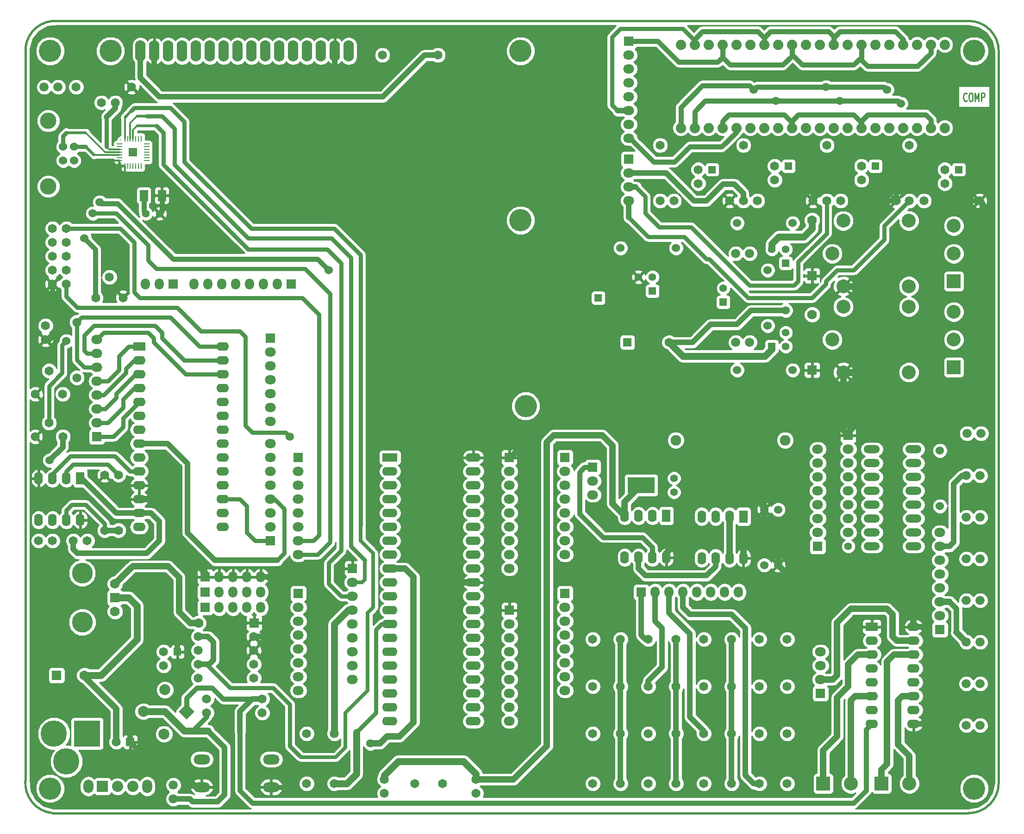
<source format=gtl>
G04 #@! TF.FileFunction,Copper,L1,Top,Signal*
%FSLAX46Y46*%
G04 Gerber Fmt 4.6, Leading zero omitted, Abs format (unit mm)*
G04 Created by KiCad (PCBNEW (2015-01-16 BZR 5376)-product) date 9/1/2016 3:57:12 PM*
%MOMM*%
G01*
G04 APERTURE LIST*
%ADD10C,0.150000*%
%ADD11C,0.381000*%
%ADD12C,0.254000*%
%ADD13R,2.794000X1.574800*%
%ADD14O,2.794000X1.574800*%
%ADD15C,1.397000*%
%ADD16R,5.000000X3.000000*%
%ADD17C,1.651000*%
%ADD18C,1.524000*%
%ADD19C,3.000000*%
%ADD20C,4.800600*%
%ADD21R,4.800600X4.800600*%
%ADD22R,1.778000X1.778000*%
%ADD23O,2.032000X1.651000*%
%ADD24R,1.524000X1.524000*%
%ADD25C,1.778000*%
%ADD26R,2.286000X1.574800*%
%ADD27O,2.286000X1.574800*%
%ADD28C,1.676400*%
%ADD29O,1.651000X2.032000*%
%ADD30O,3.048000X1.800000*%
%ADD31C,2.000000*%
%ADD32O,2.954020X1.475740*%
%ADD33O,1.930400X3.860800*%
%ADD34C,1.879600*%
%ADD35C,4.064000*%
%ADD36R,2.032000X2.032000*%
%ADD37C,2.032000*%
%ADD38O,1.800000X2.500000*%
%ADD39C,3.810000*%
%ADD40C,3.800000*%
%ADD41C,2.540000*%
%ADD42R,1.600000X1.600000*%
%ADD43C,1.600000*%
%ADD44R,1.397000X1.397000*%
%ADD45R,1.000760X0.231140*%
%ADD46R,0.231140X1.000760*%
%ADD47R,1.501140X1.501140*%
%ADD48C,0.299720*%
%ADD49R,2.540000X2.540000*%
%ADD50R,1.574800X2.286000*%
%ADD51O,1.574800X2.286000*%
%ADD52C,1.948180*%
%ADD53R,1.524000X2.032000*%
%ADD54C,1.143000*%
%ADD55C,1.016000*%
%ADD56C,0.304800*%
%ADD57C,0.889000*%
%ADD58C,1.270000*%
%ADD59C,0.762000*%
%ADD60C,0.635000*%
%ADD61C,0.508000*%
G04 APERTURE END LIST*
D10*
D11*
X59500000Y-34500000D02*
X59500000Y-168500000D01*
X232000000Y-29500000D02*
X65500000Y-29500000D01*
X237500000Y-169000000D02*
X237500000Y-35000000D01*
X64500000Y-174500000D02*
X232000000Y-174500000D01*
X59500000Y-168500000D02*
G75*
G03X64500000Y-174500000I5500000J-500000D01*
G01*
X65500000Y-29500000D02*
G75*
G03X59500000Y-34500000I-500000J-5500000D01*
G01*
X237500000Y-35000000D02*
G75*
G03X232000000Y-29500000I-5500000J0D01*
G01*
X232000000Y-174500000D02*
G75*
G03X237500000Y-169000000I0J5500000D01*
G01*
D12*
X231693714Y-44044286D02*
X231645333Y-44116857D01*
X231500190Y-44189429D01*
X231403428Y-44189429D01*
X231258286Y-44116857D01*
X231161524Y-43971714D01*
X231113143Y-43826571D01*
X231064762Y-43536286D01*
X231064762Y-43318571D01*
X231113143Y-43028286D01*
X231161524Y-42883143D01*
X231258286Y-42738000D01*
X231403428Y-42665429D01*
X231500190Y-42665429D01*
X231645333Y-42738000D01*
X231693714Y-42810571D01*
X232322667Y-42665429D02*
X232516190Y-42665429D01*
X232612952Y-42738000D01*
X232709714Y-42883143D01*
X232758095Y-43173429D01*
X232758095Y-43681429D01*
X232709714Y-43971714D01*
X232612952Y-44116857D01*
X232516190Y-44189429D01*
X232322667Y-44189429D01*
X232225905Y-44116857D01*
X232129143Y-43971714D01*
X232080762Y-43681429D01*
X232080762Y-43173429D01*
X232129143Y-42883143D01*
X232225905Y-42738000D01*
X232322667Y-42665429D01*
X233193524Y-44189429D02*
X233193524Y-42665429D01*
X233532190Y-43754000D01*
X233870857Y-42665429D01*
X233870857Y-44189429D01*
X234354667Y-44189429D02*
X234354667Y-42665429D01*
X234741714Y-42665429D01*
X234838476Y-42738000D01*
X234886857Y-42810571D01*
X234935238Y-42955714D01*
X234935238Y-43173429D01*
X234886857Y-43318571D01*
X234838476Y-43391143D01*
X234741714Y-43463714D01*
X234354667Y-43463714D01*
D13*
X126172000Y-109410000D03*
D14*
X126172000Y-111950000D03*
X126172000Y-114490000D03*
X126172000Y-117030000D03*
X126172000Y-119570000D03*
X126172000Y-122110000D03*
X126172000Y-124650000D03*
X126172000Y-127190000D03*
X126172000Y-129730000D03*
X126172000Y-132270000D03*
X126172000Y-134810000D03*
X126172000Y-137350000D03*
X126172000Y-139890000D03*
X126172000Y-142430000D03*
X126172000Y-144970000D03*
X126172000Y-147510000D03*
X126172000Y-150050000D03*
X126172000Y-152590000D03*
X126172000Y-155130000D03*
X126172000Y-157670000D03*
X141412000Y-157670000D03*
X141412000Y-155130000D03*
X141412000Y-152590000D03*
X141412000Y-150050000D03*
X141412000Y-147510000D03*
X141412000Y-144970000D03*
X141412000Y-142430000D03*
X141412000Y-139890000D03*
X141412000Y-137350000D03*
X141412000Y-134810000D03*
X141412000Y-132270000D03*
X141412000Y-129730000D03*
X141412000Y-127190000D03*
X141412000Y-124650000D03*
X141412000Y-122110000D03*
X141412000Y-119570000D03*
X141412000Y-117030000D03*
X141412000Y-114490000D03*
X141412000Y-111950000D03*
X141412000Y-109410000D03*
D15*
X178115000Y-115760000D03*
X178115000Y-113220000D03*
D16*
X172115000Y-114490000D03*
D17*
X61315000Y-97805000D03*
X63815000Y-93535000D03*
X66315000Y-97805000D03*
X72364000Y-80160000D03*
X74864000Y-76390000D03*
X77364000Y-80160000D03*
D18*
X68387000Y-55054000D03*
X68387000Y-52514000D03*
X66388020Y-52514000D03*
X66388020Y-55054000D03*
D19*
X63688000Y-59783480D03*
X63688000Y-47784520D03*
D20*
X64704000Y-159956000D03*
D21*
X70800000Y-159956000D03*
D20*
X66990000Y-165036000D03*
D22*
X119314000Y-129730000D03*
D23*
X119314000Y-132270000D03*
X119314000Y-134810000D03*
X119314000Y-137350000D03*
X119314000Y-139890000D03*
X119314000Y-142430000D03*
X119314000Y-144970000D03*
X119314000Y-147510000D03*
X119314000Y-150050000D03*
D22*
X148016000Y-137350000D03*
D23*
X148016000Y-139890000D03*
X148016000Y-142430000D03*
X148016000Y-144970000D03*
X148016000Y-147510000D03*
X148016000Y-150050000D03*
X148016000Y-152590000D03*
X148016000Y-155130000D03*
X148016000Y-157670000D03*
D17*
X206055000Y-52260000D03*
X206055000Y-62420000D03*
X190815000Y-52260000D03*
X190815000Y-62420000D03*
D18*
X168336000Y-71056000D03*
X178496000Y-71056000D03*
D17*
X175575000Y-52260000D03*
X175575000Y-62420000D03*
D22*
X209992000Y-105346000D03*
D23*
X209992000Y-107886000D03*
X209992000Y-110426000D03*
X209992000Y-112966000D03*
X209992000Y-115506000D03*
X209992000Y-118046000D03*
X209992000Y-120586000D03*
X209992000Y-123126000D03*
D15*
X209992000Y-125666000D03*
D17*
X64450000Y-124650000D03*
X61910000Y-124650000D03*
X70800000Y-124650000D03*
X68260000Y-124650000D03*
X125156000Y-170878000D03*
X125156000Y-168338000D03*
X141920000Y-170878000D03*
X141920000Y-168338000D03*
D24*
X78674000Y-161480000D03*
D17*
X76134000Y-161480000D03*
D22*
X65212000Y-149288000D03*
D25*
X70292000Y-149288000D03*
X203388000Y-83248000D03*
D22*
X203388000Y-93408000D03*
D26*
X214310000Y-140398000D03*
D27*
X214310000Y-142938000D03*
X214310000Y-145478000D03*
X214310000Y-148018000D03*
X214310000Y-150558000D03*
X214310000Y-153098000D03*
X214310000Y-155638000D03*
X214310000Y-158178000D03*
X221930000Y-158178000D03*
X221930000Y-155638000D03*
X221930000Y-153098000D03*
X221930000Y-150558000D03*
X221930000Y-148018000D03*
X221930000Y-145478000D03*
X221930000Y-142938000D03*
X221930000Y-140398000D03*
D28*
X189418000Y-88328000D03*
X191958000Y-88328000D03*
X86548000Y-169354000D03*
X86548000Y-171894000D03*
D18*
X195260000Y-75120000D03*
X195260000Y-85280000D03*
D17*
X92644000Y-153606000D03*
X102804000Y-153606000D03*
X76515000Y-122745000D03*
X76515000Y-112585000D03*
X73975000Y-112585000D03*
X73975000Y-122745000D03*
X102804000Y-156146000D03*
X92644000Y-156146000D03*
D18*
X226756000Y-118300000D03*
X226756000Y-108140000D03*
X189672000Y-93408000D03*
X199832000Y-93408000D03*
X189672000Y-66484000D03*
X199832000Y-66484000D03*
D17*
X61275000Y-105600000D03*
X63815000Y-103060000D03*
X66355000Y-105600000D03*
D22*
X163256000Y-111188000D03*
D23*
X163256000Y-113728000D03*
X163256000Y-116268000D03*
D22*
X92390000Y-131254000D03*
D29*
X94930000Y-131254000D03*
X97470000Y-131254000D03*
X100010000Y-131254000D03*
X102550000Y-131254000D03*
D22*
X92390000Y-134048000D03*
D29*
X94930000Y-134048000D03*
X97470000Y-134048000D03*
X100010000Y-134048000D03*
X102550000Y-134048000D03*
D22*
X92390000Y-136842000D03*
D29*
X94930000Y-136842000D03*
X97470000Y-136842000D03*
X100010000Y-136842000D03*
X102550000Y-136842000D03*
D22*
X169860000Y-33210000D03*
D23*
X169860000Y-35750000D03*
X169860000Y-38290000D03*
X169860000Y-40830000D03*
X169860000Y-43370000D03*
X169860000Y-45910000D03*
X169860000Y-48450000D03*
X169860000Y-50990000D03*
D22*
X158176000Y-109410000D03*
D23*
X158176000Y-111950000D03*
X158176000Y-114490000D03*
X158176000Y-117030000D03*
X158176000Y-119570000D03*
X158176000Y-122110000D03*
X158176000Y-124650000D03*
X158176000Y-127190000D03*
D22*
X158176000Y-134302000D03*
D23*
X158176000Y-136842000D03*
X158176000Y-139382000D03*
X158176000Y-141922000D03*
X158176000Y-144462000D03*
X158176000Y-147002000D03*
X158176000Y-149542000D03*
X158176000Y-152082000D03*
D22*
X109408000Y-134302000D03*
D23*
X109408000Y-136842000D03*
X109408000Y-139382000D03*
X109408000Y-141922000D03*
X109408000Y-144462000D03*
X109408000Y-147002000D03*
X109408000Y-149542000D03*
X109408000Y-152082000D03*
D22*
X109408000Y-109410000D03*
D23*
X109408000Y-111950000D03*
X109408000Y-114490000D03*
X109408000Y-117030000D03*
X109408000Y-119570000D03*
X109408000Y-122110000D03*
X109408000Y-124650000D03*
X109408000Y-127190000D03*
D22*
X226756000Y-140906000D03*
D23*
X226756000Y-138366000D03*
X226756000Y-135826000D03*
X226756000Y-133286000D03*
X226756000Y-130746000D03*
X226756000Y-128206000D03*
X226756000Y-125666000D03*
X226756000Y-123126000D03*
D22*
X148016000Y-109410000D03*
D23*
X148016000Y-111950000D03*
X148016000Y-114490000D03*
X148016000Y-117030000D03*
X148016000Y-119570000D03*
X148016000Y-122110000D03*
X148016000Y-124650000D03*
X148016000Y-127190000D03*
X148016000Y-129730000D03*
D30*
X104455000Y-164655000D03*
X104455000Y-169735000D03*
X91755000Y-164655000D03*
X91755000Y-169735000D03*
D31*
X81072687Y-155892000D03*
X85024000Y-151940687D03*
D10*
G36*
X90389527Y-155892000D02*
X88975313Y-157306214D01*
X87561099Y-155892000D01*
X88975313Y-154477786D01*
X90389527Y-155892000D01*
X90389527Y-155892000D01*
G37*
D31*
X84844395Y-160022918D03*
D32*
X214310000Y-107886000D03*
X214310000Y-110426000D03*
X214310000Y-112966000D03*
X214310000Y-115506000D03*
X214310000Y-118046000D03*
X214310000Y-120586000D03*
X214310000Y-123126000D03*
X214310000Y-125666000D03*
X221930000Y-125666000D03*
X221930000Y-123126000D03*
X221930000Y-120586000D03*
X221930000Y-118046000D03*
X221930000Y-115506000D03*
X221930000Y-112966000D03*
X221930000Y-110426000D03*
X221930000Y-107886000D03*
D33*
X80540000Y-35000000D03*
X83080000Y-35000000D03*
X85620000Y-35000000D03*
X88160000Y-35000000D03*
X90700000Y-35000000D03*
X93240000Y-35000000D03*
X95780000Y-35000000D03*
X98320000Y-35000000D03*
X100860000Y-35000000D03*
X103400000Y-35000000D03*
X105940000Y-35000000D03*
X108480000Y-35000000D03*
X111020000Y-35000000D03*
X113560000Y-35000000D03*
X116100000Y-35000000D03*
X118640000Y-35000000D03*
D34*
X179385000Y-49085000D03*
X181925000Y-49085000D03*
X184465000Y-49085000D03*
X187005000Y-49085000D03*
X189545000Y-49085000D03*
X189545000Y-33845000D03*
X187005000Y-33845000D03*
X184465000Y-33845000D03*
X181925000Y-33845000D03*
X179385000Y-33845000D03*
X192085000Y-49085000D03*
X194625000Y-49085000D03*
X197165000Y-49085000D03*
X199705000Y-49085000D03*
X202245000Y-49085000D03*
X202245000Y-33845000D03*
X199705000Y-33845000D03*
X197165000Y-33845000D03*
X194625000Y-33845000D03*
X192085000Y-33845000D03*
X204785000Y-49085000D03*
X207325000Y-49085000D03*
X209865000Y-49085000D03*
X212405000Y-49085000D03*
X214945000Y-49085000D03*
X214945000Y-33845000D03*
X212405000Y-33845000D03*
X209865000Y-33845000D03*
X207325000Y-33845000D03*
X204785000Y-33845000D03*
X217485000Y-49085000D03*
X220025000Y-49085000D03*
X222565000Y-49085000D03*
X225105000Y-49085000D03*
X227645000Y-49085000D03*
X227645000Y-33845000D03*
X225105000Y-33845000D03*
X222565000Y-33845000D03*
X220025000Y-33845000D03*
X217485000Y-33845000D03*
D17*
X221168000Y-52260000D03*
X221168000Y-62420000D03*
D35*
X233000000Y-170000000D03*
X64000000Y-170000000D03*
X233000000Y-35000000D03*
X64000000Y-35000000D03*
D17*
X135824000Y-169100000D03*
X130744000Y-169100000D03*
X173416000Y-142684000D03*
X178496000Y-142684000D03*
X163256000Y-142684000D03*
X168336000Y-142684000D03*
X183576000Y-142684000D03*
X188656000Y-142684000D03*
X193736000Y-142684000D03*
X198816000Y-142684000D03*
X163256000Y-151320000D03*
X168336000Y-151320000D03*
X173416000Y-151320000D03*
X178496000Y-151320000D03*
X183576000Y-151320000D03*
X188656000Y-151320000D03*
X193736000Y-151320000D03*
X198816000Y-151320000D03*
X163256000Y-159956000D03*
X168336000Y-159956000D03*
X173416000Y-159956000D03*
X178496000Y-159956000D03*
X183576000Y-159956000D03*
X188656000Y-159956000D03*
X193736000Y-159956000D03*
X198816000Y-159956000D03*
X163256000Y-169100000D03*
X168336000Y-169100000D03*
X173416000Y-169100000D03*
X178496000Y-169100000D03*
X183576000Y-169100000D03*
X188656000Y-169100000D03*
X193736000Y-169100000D03*
X198816000Y-169100000D03*
X110932000Y-159956000D03*
X116012000Y-159956000D03*
X110932000Y-169100000D03*
X116012000Y-169100000D03*
D36*
X73588920Y-169608000D03*
D37*
X76388000Y-169608000D03*
X79182000Y-169608000D03*
D38*
X81788040Y-169608000D03*
X70987960Y-169608000D03*
D25*
X75880000Y-137604000D03*
D22*
X75880000Y-135064000D03*
D25*
X75880000Y-132524000D03*
D39*
X69880000Y-139564000D03*
D40*
X69880000Y-130564000D03*
D41*
X209072520Y-81820520D03*
X207071000Y-87820000D03*
X221071480Y-81820520D03*
X221071480Y-93819480D03*
X209072520Y-93819480D03*
X209072520Y-66072520D03*
X207071000Y-72072000D03*
X221071480Y-66072520D03*
X221071480Y-78071480D03*
X209072520Y-78071480D03*
D42*
X169606000Y-88328000D03*
D43*
X177226000Y-88328000D03*
D44*
X87310000Y-144970000D03*
D17*
X84770000Y-144970000D03*
X84770000Y-147510000D03*
X91120000Y-147256000D03*
X101280000Y-147256000D03*
X101280000Y-142176000D03*
X91120000Y-142176000D03*
X101280000Y-144716000D03*
X91120000Y-144716000D03*
X91120000Y-149796000D03*
X101280000Y-149796000D03*
D45*
X76682640Y-55031140D03*
X76682640Y-54530760D03*
X76682640Y-54030380D03*
X76682640Y-53530000D03*
X76682640Y-53029620D03*
X76682640Y-52529240D03*
X76682640Y-52028860D03*
D46*
X77680860Y-51030640D03*
X78181240Y-51030640D03*
X78681620Y-51030640D03*
X79182000Y-51030640D03*
X79682380Y-51030640D03*
X80182760Y-51030640D03*
X80683140Y-51030640D03*
D45*
X81681360Y-52028860D03*
X81681360Y-52529240D03*
X81681360Y-53029620D03*
X81681360Y-53530000D03*
X81681360Y-54030380D03*
X81681360Y-54530760D03*
X81681360Y-55031140D03*
D46*
X80683140Y-56029360D03*
X80182760Y-56029360D03*
X79682380Y-56029360D03*
X79182000Y-56029360D03*
X78681620Y-56029360D03*
X78181240Y-56029360D03*
X77680860Y-56029360D03*
D47*
X79182000Y-53530000D03*
D48*
X76931560Y-51279560D03*
D17*
X73406000Y-44450000D03*
X75946000Y-44450000D03*
D44*
X174178000Y-78930000D03*
D15*
X174178000Y-76390000D03*
X171638000Y-76390000D03*
D44*
X230185000Y-56705000D03*
D17*
X227645000Y-56705000D03*
X227645000Y-59245000D03*
D44*
X199070000Y-56070000D03*
D17*
X196530000Y-56070000D03*
X196530000Y-58610000D03*
D44*
X185100000Y-56705000D03*
D17*
X182560000Y-56705000D03*
X182560000Y-59245000D03*
D44*
X214945000Y-56070000D03*
D17*
X212405000Y-56070000D03*
X212405000Y-58610000D03*
D44*
X198562000Y-73850000D03*
D15*
X198562000Y-71310000D03*
X196022000Y-71310000D03*
D44*
X196022000Y-89090000D03*
D15*
X198562000Y-89090000D03*
X198562000Y-86550000D03*
D22*
X104328000Y-124650000D03*
D23*
X104328000Y-122110000D03*
X104328000Y-119570000D03*
X104328000Y-117030000D03*
X104328000Y-114490000D03*
X104328000Y-111950000D03*
X104328000Y-109410000D03*
X104328000Y-106870000D03*
D22*
X104328000Y-87566000D03*
D23*
X104328000Y-90106000D03*
X104328000Y-92646000D03*
X104328000Y-95186000D03*
X104328000Y-97726000D03*
X104328000Y-100266000D03*
X104328000Y-102806000D03*
D18*
X194625000Y-118935000D03*
X194625000Y-129095000D03*
D17*
X68895000Y-84645000D03*
X68895000Y-94805000D03*
X134935000Y-35750000D03*
X124775000Y-35750000D03*
D18*
X197165000Y-129095000D03*
X197165000Y-118935000D03*
D17*
X223835000Y-62420000D03*
X233995000Y-62420000D03*
X208595000Y-62420000D03*
X218755000Y-62420000D03*
X193355000Y-62420000D03*
X203515000Y-62420000D03*
X178115000Y-62420000D03*
X188275000Y-62420000D03*
D28*
X231582000Y-150812000D03*
X234122000Y-150812000D03*
X231582000Y-143192000D03*
X234122000Y-143192000D03*
X231582000Y-135572000D03*
X234122000Y-135572000D03*
X231582000Y-127952000D03*
X234122000Y-127952000D03*
X231582000Y-120332000D03*
X234122000Y-120332000D03*
X231582000Y-112712000D03*
X234122000Y-112712000D03*
D17*
X63180000Y-87820000D03*
X63180000Y-85280000D03*
D15*
X81534000Y-64770000D03*
X84074000Y-64770000D03*
D22*
X108138000Y-77660000D03*
D29*
X105598000Y-77660000D03*
X103058000Y-77660000D03*
X100518000Y-77660000D03*
X97978000Y-77660000D03*
X95438000Y-77660000D03*
X92898000Y-77660000D03*
X90358000Y-77660000D03*
D49*
X216088000Y-169100000D03*
D41*
X221168000Y-169100000D03*
D17*
X66990000Y-77660000D03*
X64450000Y-77660000D03*
X66990000Y-75120000D03*
X64450000Y-75120000D03*
X66990000Y-72580000D03*
X64450000Y-72580000D03*
X66990000Y-70040000D03*
X64450000Y-70040000D03*
X66990000Y-67500000D03*
X64450000Y-67500000D03*
D28*
X189418000Y-72072000D03*
X191958000Y-72072000D03*
X231730000Y-105000000D03*
X234270000Y-105000000D03*
D50*
X190815000Y-120205000D03*
D51*
X188275000Y-120205000D03*
X185735000Y-120205000D03*
X183195000Y-120205000D03*
X183195000Y-127825000D03*
X185735000Y-127825000D03*
X188275000Y-127825000D03*
X190815000Y-127825000D03*
D50*
X176718000Y-120078000D03*
D51*
X174178000Y-120078000D03*
X171638000Y-120078000D03*
X169098000Y-120078000D03*
X169098000Y-127698000D03*
X171638000Y-127698000D03*
X174178000Y-127698000D03*
X176718000Y-127698000D03*
D52*
X178435040Y-106235000D03*
X198435000Y-106235000D03*
D25*
X203388000Y-65976000D03*
D22*
X203388000Y-76136000D03*
X204404000Y-125666000D03*
D23*
X204404000Y-123126000D03*
X204404000Y-120586000D03*
X204404000Y-118046000D03*
X204404000Y-115506000D03*
X204404000Y-112966000D03*
X204404000Y-110426000D03*
X204404000Y-107886000D03*
D49*
X229296000Y-77152000D03*
D41*
X229296000Y-72072000D03*
X229296000Y-66992000D03*
D22*
X86548000Y-77660000D03*
D29*
X84008000Y-77660000D03*
X81468000Y-77660000D03*
D22*
X172146000Y-134048000D03*
D29*
X174686000Y-134048000D03*
X177226000Y-134048000D03*
X179766000Y-134048000D03*
X182306000Y-134048000D03*
X184846000Y-134048000D03*
X187386000Y-134048000D03*
X189926000Y-134048000D03*
D22*
X169860000Y-54800000D03*
D23*
X169860000Y-57340000D03*
X169860000Y-59880000D03*
X169860000Y-62420000D03*
D49*
X229296000Y-92900000D03*
D41*
X229296000Y-87820000D03*
X229296000Y-82740000D03*
D49*
X205420000Y-169100000D03*
D41*
X210500000Y-169100000D03*
D44*
X187132000Y-80962000D03*
D15*
X187132000Y-78422000D03*
D22*
X204912000Y-152590000D03*
D23*
X204912000Y-150050000D03*
X204912000Y-147510000D03*
X204912000Y-144970000D03*
D26*
X80325000Y-89090000D03*
D27*
X80325000Y-91630000D03*
X80325000Y-94170000D03*
X80325000Y-96710000D03*
X80325000Y-99250000D03*
X80325000Y-101790000D03*
X80325000Y-104330000D03*
X80325000Y-106870000D03*
X80325000Y-109410000D03*
X80325000Y-111950000D03*
X80325000Y-114490000D03*
X80325000Y-117030000D03*
X80325000Y-119570000D03*
X80325000Y-122110000D03*
X95565000Y-122110000D03*
X95565000Y-119570000D03*
X95565000Y-117030000D03*
X95565000Y-114490000D03*
X95565000Y-111950000D03*
X95565000Y-109410000D03*
X95565000Y-106870000D03*
X95565000Y-104330000D03*
X95565000Y-101790000D03*
X95565000Y-99250000D03*
X95565000Y-96710000D03*
X95565000Y-94170000D03*
X95565000Y-91630000D03*
X95565000Y-89090000D03*
D50*
X69530000Y-113220000D03*
D51*
X66990000Y-113220000D03*
X64450000Y-113220000D03*
X61910000Y-113220000D03*
X61910000Y-120840000D03*
X64450000Y-120840000D03*
X66990000Y-120840000D03*
X69530000Y-120840000D03*
D22*
X72578000Y-105600000D03*
D23*
X72578000Y-103060000D03*
X72578000Y-100520000D03*
X72578000Y-97980000D03*
X72578000Y-95440000D03*
X72578000Y-92900000D03*
X72578000Y-90360000D03*
X72578000Y-87820000D03*
D17*
X231582000Y-158432000D03*
D28*
X234122000Y-158432000D03*
D44*
X164272000Y-80200000D03*
D17*
X68768000Y-41592000D03*
X78928000Y-41592000D03*
D28*
X65466000Y-41592000D03*
X62926000Y-41592000D03*
D53*
X81153000Y-61468000D03*
X84455000Y-61468000D03*
D25*
X91186000Y-139700000D03*
D22*
X101346000Y-139700000D03*
D35*
X151000000Y-100000000D03*
X150050500Y-34988500D03*
X150050500Y-65976500D03*
X75057000Y-34988500D03*
D18*
X82804000Y-131826000D03*
X196784000Y-44132000D03*
X208468000Y-44132000D03*
X219644000Y-44640000D03*
X192720000Y-42100000D03*
X205928000Y-41592000D03*
X217104000Y-42100000D03*
X107884000Y-105600000D03*
X122616000Y-161734000D03*
X73086000Y-62674000D03*
X114996000Y-75120000D03*
X71816000Y-64706000D03*
X198562000Y-82486000D03*
X63942000Y-109918000D03*
X70292000Y-69278000D03*
X66990000Y-88074000D03*
D54*
X233995000Y-62420000D02*
X234630000Y-63055000D01*
D55*
X82550000Y-143256000D02*
X82550000Y-132080000D01*
X82550000Y-132080000D02*
X82804000Y-131826000D01*
X78674000Y-161480000D02*
X78674000Y-157414000D01*
X87310000Y-142682000D02*
X87310000Y-144970000D01*
X86106000Y-141478000D02*
X87310000Y-142682000D01*
X83566000Y-141478000D02*
X86106000Y-141478000D01*
X82550000Y-142494000D02*
X83566000Y-141478000D01*
X82550000Y-144272000D02*
X82550000Y-143256000D01*
X82550000Y-143256000D02*
X82550000Y-142494000D01*
X78232000Y-148590000D02*
X82550000Y-144272000D01*
X78232000Y-156972000D02*
X78232000Y-148590000D01*
X78674000Y-157414000D02*
X78232000Y-156972000D01*
X101280000Y-142176000D02*
X104328000Y-142176000D01*
X104328000Y-142176000D02*
X105344000Y-141160000D01*
X105344000Y-141160000D02*
X105344000Y-132778000D01*
X105344000Y-132778000D02*
X103820000Y-131254000D01*
X103820000Y-131254000D02*
X102550000Y-131254000D01*
D56*
X74422000Y-56134000D02*
X74422000Y-57150000D01*
X75946000Y-58674000D02*
X78486000Y-58674000D01*
X74422000Y-57150000D02*
X75946000Y-58674000D01*
X77680860Y-56029360D02*
X77680860Y-58122860D01*
X77680860Y-58122860D02*
X78232000Y-58674000D01*
X78232000Y-58674000D02*
X78486000Y-58674000D01*
X84455000Y-59817000D02*
X84455000Y-61468000D01*
X78486000Y-58674000D02*
X83312000Y-58674000D01*
X83312000Y-58674000D02*
X84455000Y-59817000D01*
D57*
X84455000Y-61468000D02*
X84455000Y-64389000D01*
X84455000Y-64389000D02*
X84074000Y-64770000D01*
D56*
X77680860Y-56029360D02*
X77680860Y-57193140D01*
X76682640Y-55031140D02*
X75016860Y-55031140D01*
X74422000Y-55626000D02*
X74422000Y-56134000D01*
X74422000Y-56134000D02*
X74422000Y-56261000D01*
X75016860Y-55031140D02*
X74422000Y-55626000D01*
D55*
X218755000Y-62420000D02*
X212786000Y-62420000D01*
X203515000Y-61531000D02*
X203515000Y-62420000D01*
X205420000Y-59626000D02*
X203515000Y-61531000D01*
X209992000Y-59626000D02*
X205420000Y-59626000D01*
X212786000Y-62420000D02*
X209992000Y-59626000D01*
X233995000Y-62420000D02*
X227518000Y-62420000D01*
X218755000Y-60769000D02*
X218755000Y-62420000D01*
X219898000Y-59626000D02*
X218755000Y-60769000D01*
X224724000Y-59626000D02*
X219898000Y-59626000D01*
X227518000Y-62420000D02*
X224724000Y-59626000D01*
X209992000Y-105346000D02*
X209992000Y-104838000D01*
D54*
X234630000Y-97218000D02*
X234630000Y-63055000D01*
X230566000Y-101282000D02*
X234630000Y-97218000D01*
X213548000Y-101282000D02*
X230566000Y-101282000D01*
X209992000Y-104838000D02*
X213548000Y-101282000D01*
X209072520Y-93819480D02*
X209072520Y-104426520D01*
X209072520Y-104426520D02*
X209992000Y-105346000D01*
X221930000Y-140398000D02*
X221930000Y-136588000D01*
X200848000Y-132778000D02*
X197165000Y-129095000D01*
X218120000Y-132778000D02*
X200848000Y-132778000D01*
X221930000Y-136588000D02*
X218120000Y-132778000D01*
X194625000Y-118935000D02*
X194625000Y-118173000D01*
X186116000Y-109664000D02*
X178750000Y-109664000D01*
X194625000Y-118173000D02*
X186116000Y-109664000D01*
X176718000Y-127698000D02*
X176718000Y-126936000D01*
X176718000Y-126936000D02*
X179766000Y-123888000D01*
X179766000Y-123888000D02*
X179766000Y-119316000D01*
X179766000Y-119316000D02*
X182052000Y-117030000D01*
X182052000Y-117030000D02*
X182052000Y-111188000D01*
X182052000Y-111188000D02*
X180528000Y-109664000D01*
X180528000Y-109664000D02*
X178750000Y-109664000D01*
X148270000Y-109410000D02*
X148016000Y-109410000D01*
X178750000Y-109664000D02*
X174686000Y-109664000D01*
X174686000Y-109664000D02*
X166431500Y-101409500D01*
X166431500Y-101409500D02*
X156270500Y-101409500D01*
X156270500Y-101409500D02*
X148270000Y-109410000D01*
D55*
X116100000Y-35000000D02*
X116100000Y-38964000D01*
X83080000Y-39648000D02*
X83080000Y-35000000D01*
X84008000Y-40576000D02*
X83080000Y-39648000D01*
X114488000Y-40576000D02*
X84008000Y-40576000D01*
X116100000Y-38964000D02*
X114488000Y-40576000D01*
D57*
X104455000Y-169735000D02*
X106995000Y-169735000D01*
D54*
X138110000Y-132270000D02*
X141412000Y-132270000D01*
X136078000Y-134302000D02*
X138110000Y-132270000D01*
X136078000Y-157162000D02*
X136078000Y-134302000D01*
X130490000Y-162750000D02*
X136078000Y-157162000D01*
D57*
X126172000Y-162750000D02*
X130490000Y-162750000D01*
X123124000Y-165798000D02*
X126172000Y-162750000D01*
X123124000Y-167830000D02*
X123124000Y-165798000D01*
X119822000Y-171132000D02*
X123124000Y-167830000D01*
X108392000Y-171132000D02*
X119822000Y-171132000D01*
X106995000Y-169735000D02*
X108392000Y-171132000D01*
X92390000Y-131254000D02*
X92390000Y-130492000D01*
D54*
X92390000Y-130492000D02*
X86040000Y-124142000D01*
X86040000Y-124142000D02*
X86040000Y-119316000D01*
X86040000Y-119316000D02*
X83754000Y-117030000D01*
X83754000Y-117030000D02*
X80325000Y-117030000D01*
D57*
X63180000Y-87820000D02*
X63942000Y-87820000D01*
X64450000Y-80708000D02*
X64450000Y-77660000D01*
X65720000Y-81978000D02*
X64450000Y-80708000D01*
X65720000Y-86042000D02*
X65720000Y-81978000D01*
X63942000Y-87820000D02*
X65720000Y-86042000D01*
D55*
X84516000Y-165290000D02*
X82484000Y-165290000D01*
X82484000Y-165290000D02*
X78674000Y-161480000D01*
X102550000Y-131254000D02*
X103820000Y-131254000D01*
X105344000Y-141160000D02*
X104328000Y-142176000D01*
X105344000Y-132778000D02*
X105344000Y-141160000D01*
X103820000Y-131254000D02*
X105344000Y-132778000D01*
D54*
X91755000Y-169735000D02*
X90739000Y-169735000D01*
X86294000Y-165290000D02*
X84516000Y-165290000D01*
X90739000Y-169735000D02*
X86294000Y-165290000D01*
D58*
X209072520Y-78071480D02*
X212943480Y-78071480D01*
X212120520Y-93819480D02*
X209072520Y-93819480D01*
X215072000Y-90868000D02*
X212120520Y-93819480D01*
X215072000Y-80200000D02*
X215072000Y-90868000D01*
X212943480Y-78071480D02*
X215072000Y-80200000D01*
D54*
X194625000Y-118935000D02*
X194625000Y-120713000D01*
X194625000Y-120713000D02*
X197165000Y-123253000D01*
X197165000Y-123253000D02*
X197165000Y-129095000D01*
X190815000Y-127825000D02*
X190815000Y-124777000D01*
X194625000Y-120967000D02*
X194625000Y-118935000D01*
X190815000Y-124777000D02*
X194625000Y-120967000D01*
D55*
X221930000Y-140398000D02*
X223454000Y-140398000D01*
X223454000Y-158178000D02*
X221930000Y-158178000D01*
X224724000Y-156908000D02*
X223454000Y-158178000D01*
X224724000Y-141668000D02*
X224724000Y-156908000D01*
X223454000Y-140398000D02*
X224724000Y-141668000D01*
D57*
X88975313Y-155892000D02*
X88975313Y-153464687D01*
X95692000Y-153606000D02*
X102804000Y-153606000D01*
X93660000Y-151574000D02*
X95692000Y-153606000D01*
X90866000Y-151574000D02*
X93660000Y-151574000D01*
X88975313Y-153464687D02*
X90866000Y-151574000D01*
D55*
X98740000Y-159702000D02*
X98740000Y-155892000D01*
X98740000Y-155892000D02*
X101026000Y-153606000D01*
X101026000Y-153606000D02*
X102804000Y-153606000D01*
D57*
X213294000Y-159194000D02*
X214310000Y-158178000D01*
X213294000Y-170370000D02*
X213294000Y-159194000D01*
X211008000Y-172656000D02*
X213294000Y-170370000D01*
X101026000Y-172656000D02*
X211008000Y-172656000D01*
X98740000Y-170370000D02*
X101026000Y-172656000D01*
X98740000Y-159448000D02*
X98740000Y-159702000D01*
X98740000Y-159702000D02*
X98740000Y-170370000D01*
X189545000Y-49085000D02*
X189545000Y-49847000D01*
X170114000Y-50990000D02*
X169860000Y-50990000D01*
X174432000Y-55308000D02*
X170114000Y-50990000D01*
X178242000Y-55308000D02*
X174432000Y-55308000D01*
X181036000Y-52514000D02*
X178242000Y-55308000D01*
X186878000Y-52514000D02*
X181036000Y-52514000D01*
X189545000Y-49847000D02*
X186878000Y-52514000D01*
X169860000Y-33210000D02*
X175194000Y-33210000D01*
X179004000Y-37020000D02*
X180528000Y-37020000D01*
X175194000Y-33210000D02*
X179004000Y-37020000D01*
X187005000Y-33845000D02*
X187005000Y-36131000D01*
X187005000Y-36131000D02*
X186116000Y-37020000D01*
X186116000Y-37020000D02*
X180528000Y-37020000D01*
X199705000Y-33845000D02*
X199705000Y-35877000D01*
X188402000Y-37528000D02*
X187005000Y-36131000D01*
X198054000Y-37528000D02*
X188402000Y-37528000D01*
X199705000Y-35877000D02*
X198054000Y-37528000D01*
X212405000Y-33845000D02*
X212405000Y-36131000D01*
X199705000Y-35623000D02*
X199705000Y-33845000D01*
X201610000Y-37528000D02*
X199705000Y-35623000D01*
X211008000Y-37528000D02*
X201610000Y-37528000D01*
X212405000Y-36131000D02*
X211008000Y-37528000D01*
X225105000Y-33845000D02*
X225105000Y-35369000D01*
X212405000Y-36639000D02*
X212405000Y-33845000D01*
X213548000Y-37782000D02*
X212405000Y-36639000D01*
X222692000Y-37782000D02*
X213548000Y-37782000D01*
X225105000Y-35369000D02*
X222692000Y-37782000D01*
X199705000Y-49085000D02*
X199705000Y-48069000D01*
X187005000Y-47815000D02*
X187005000Y-49085000D01*
X188148000Y-46672000D02*
X187005000Y-47815000D01*
X198308000Y-46672000D02*
X188148000Y-46672000D01*
X199705000Y-48069000D02*
X198308000Y-46672000D01*
X212405000Y-49085000D02*
X212405000Y-48069000D01*
X199705000Y-47815000D02*
X199705000Y-49085000D01*
X200848000Y-46672000D02*
X199705000Y-47815000D01*
X211008000Y-46672000D02*
X200848000Y-46672000D01*
X212405000Y-48069000D02*
X211008000Y-46672000D01*
X225105000Y-49085000D02*
X225105000Y-47561000D01*
X212405000Y-47815000D02*
X212405000Y-49085000D01*
X213548000Y-46672000D02*
X212405000Y-47815000D01*
X224216000Y-46672000D02*
X213548000Y-46672000D01*
X225105000Y-47561000D02*
X224216000Y-46672000D01*
X196784000Y-44132000D02*
X183830000Y-44132000D01*
X181925000Y-46037000D02*
X181925000Y-49085000D01*
X183830000Y-44132000D02*
X181925000Y-46037000D01*
X208468000Y-44132000D02*
X196784000Y-44132000D01*
X219136000Y-44132000D02*
X208468000Y-44132000D01*
X219644000Y-44640000D02*
X219136000Y-44132000D01*
X192720000Y-42100000D02*
X191958000Y-41338000D01*
X179385000Y-45275000D02*
X179385000Y-49085000D01*
X183322000Y-41338000D02*
X179385000Y-45275000D01*
X191958000Y-41338000D02*
X183322000Y-41338000D01*
X205928000Y-41592000D02*
X193228000Y-41592000D01*
X193228000Y-41592000D02*
X192720000Y-42100000D01*
X216596000Y-41592000D02*
X205928000Y-41592000D01*
X217104000Y-42100000D02*
X216596000Y-41592000D01*
D59*
X181925000Y-33845000D02*
X181925000Y-33083000D01*
D55*
X167828000Y-45910000D02*
X169860000Y-45910000D01*
D59*
X166812000Y-44894000D02*
X167828000Y-45910000D01*
X166812000Y-32448000D02*
X166812000Y-44894000D01*
X168336000Y-30924000D02*
X166812000Y-32448000D01*
X179766000Y-30924000D02*
X168336000Y-30924000D01*
X181925000Y-33083000D02*
X179766000Y-30924000D01*
D57*
X194625000Y-33845000D02*
X194625000Y-32575000D01*
X194625000Y-32575000D02*
X193482000Y-31432000D01*
X181925000Y-32829000D02*
X181925000Y-33845000D01*
X183322000Y-31432000D02*
X181925000Y-32829000D01*
X193482000Y-31432000D02*
X183322000Y-31432000D01*
X207325000Y-33845000D02*
X207325000Y-32321000D01*
X195768000Y-31432000D02*
X194625000Y-32575000D01*
X206436000Y-31432000D02*
X195768000Y-31432000D01*
X207325000Y-32321000D02*
X206436000Y-31432000D01*
X220025000Y-33845000D02*
X220025000Y-32829000D01*
X207325000Y-32575000D02*
X207325000Y-33845000D01*
X208468000Y-31432000D02*
X207325000Y-32575000D01*
X218628000Y-31432000D02*
X208468000Y-31432000D01*
X220025000Y-32829000D02*
X218628000Y-31432000D01*
D59*
X68895000Y-84645000D02*
X68895000Y-91503000D01*
X70292000Y-92900000D02*
X72578000Y-92900000D01*
X68895000Y-91503000D02*
X70292000Y-92900000D01*
X95565000Y-89090000D02*
X91374000Y-89090000D01*
X69784000Y-83756000D02*
X68895000Y-84645000D01*
X86040000Y-83756000D02*
X69784000Y-83756000D01*
X91374000Y-89090000D02*
X86040000Y-83756000D01*
X109662000Y-164020000D02*
X107884000Y-162242000D01*
X96962000Y-151574000D02*
X92644000Y-147256000D01*
X104836000Y-151574000D02*
X96962000Y-151574000D01*
X107884000Y-154622000D02*
X104836000Y-151574000D01*
X107884000Y-162242000D02*
X107884000Y-154622000D01*
X92644000Y-147256000D02*
X91120000Y-147256000D01*
D60*
X122362000Y-137604000D02*
X122108000Y-137858000D01*
X120838000Y-124650000D02*
X123124000Y-126936000D01*
X123124000Y-126936000D02*
X123124000Y-136842000D01*
X123124000Y-136842000D02*
X122362000Y-137604000D01*
X120838000Y-121602000D02*
X120838000Y-124650000D01*
X109916000Y-164274000D02*
X109662000Y-164020000D01*
X116266000Y-164274000D02*
X109916000Y-164274000D01*
X118044000Y-162496000D02*
X116266000Y-164274000D01*
X118044000Y-156146000D02*
X118044000Y-162496000D01*
X122108000Y-152082000D02*
X118044000Y-156146000D01*
X122108000Y-137858000D02*
X122108000Y-152082000D01*
D59*
X120838000Y-72326000D02*
X120838000Y-121602000D01*
X120838000Y-121602000D02*
X120838000Y-121856000D01*
X116012000Y-67500000D02*
X120838000Y-72326000D01*
X100794000Y-67500000D02*
X116012000Y-67500000D01*
X88580000Y-55286000D02*
X100794000Y-67500000D01*
X88580000Y-47942000D02*
X88580000Y-55286000D01*
D60*
X92644000Y-147256000D02*
X91120000Y-147256000D01*
D59*
X78928000Y-45910000D02*
X79436000Y-45402000D01*
D61*
X77680860Y-47157140D02*
X78928000Y-45910000D01*
D56*
X77680860Y-51030640D02*
X77680860Y-47157140D01*
D59*
X86040000Y-45402000D02*
X88580000Y-47942000D01*
X79436000Y-45402000D02*
X86040000Y-45402000D01*
D55*
X91120000Y-142176000D02*
X92898000Y-142176000D01*
X92898000Y-142176000D02*
X93914000Y-143192000D01*
X93914000Y-143192000D02*
X93914000Y-146494000D01*
X93914000Y-146494000D02*
X93152000Y-147256000D01*
X93152000Y-147256000D02*
X91120000Y-147256000D01*
D58*
X119314000Y-137350000D02*
X118552000Y-137350000D01*
X116012000Y-139890000D02*
X116012000Y-159956000D01*
X118552000Y-137350000D02*
X116012000Y-139890000D01*
D59*
X126172000Y-139890000D02*
X124648000Y-139890000D01*
X123632000Y-156146000D02*
X120076000Y-159702000D01*
X123632000Y-140906000D02*
X123632000Y-156146000D01*
X124648000Y-139890000D02*
X123632000Y-140906000D01*
D58*
X118298000Y-169100000D02*
X116012000Y-169100000D01*
X120076000Y-159702000D02*
X120076000Y-167322000D01*
X120076000Y-167322000D02*
X118298000Y-169100000D01*
D54*
X214310000Y-145478000D02*
X211770000Y-145478000D01*
X205420000Y-163004000D02*
X205420000Y-169100000D01*
X207960000Y-160464000D02*
X205420000Y-163004000D01*
X207960000Y-153352000D02*
X207960000Y-160464000D01*
X209992000Y-151320000D02*
X207960000Y-153352000D01*
X209992000Y-147256000D02*
X209992000Y-151320000D01*
X211770000Y-145478000D02*
X209992000Y-147256000D01*
X214310000Y-153098000D02*
X211262000Y-153098000D01*
X210500000Y-153860000D02*
X210500000Y-169100000D01*
X211262000Y-153098000D02*
X210500000Y-153860000D01*
X204912000Y-150050000D02*
X207198000Y-150050000D01*
X218882000Y-142938000D02*
X221930000Y-142938000D01*
X218120000Y-142176000D02*
X218882000Y-142938000D01*
X218120000Y-138112000D02*
X218120000Y-142176000D01*
X217104000Y-137096000D02*
X218120000Y-138112000D01*
X210500000Y-137096000D02*
X217104000Y-137096000D01*
X207960000Y-139636000D02*
X210500000Y-137096000D01*
X207960000Y-149288000D02*
X207960000Y-139636000D01*
X207198000Y-150050000D02*
X207960000Y-149288000D01*
X221930000Y-145478000D02*
X218374000Y-145478000D01*
X216088000Y-166560000D02*
X216088000Y-169100000D01*
X217104000Y-165544000D02*
X216088000Y-166560000D01*
X217104000Y-146748000D02*
X217104000Y-165544000D01*
X218374000Y-145478000D02*
X217104000Y-146748000D01*
X221930000Y-153098000D02*
X219898000Y-153098000D01*
X221168000Y-164020000D02*
X221168000Y-169100000D01*
X219136000Y-161988000D02*
X221168000Y-164020000D01*
X219136000Y-153860000D02*
X219136000Y-161988000D01*
X219898000Y-153098000D02*
X219136000Y-153860000D01*
D57*
X161735000Y-111188000D02*
X160845500Y-112077500D01*
X160845500Y-112077500D02*
X160845500Y-119697500D01*
X160845500Y-119697500D02*
X165163500Y-124015500D01*
X165163500Y-124015500D02*
X172339000Y-124015500D01*
X172339000Y-124015500D02*
X174178000Y-125854500D01*
X174178000Y-125854500D02*
X174178000Y-127698000D01*
X163256000Y-111188000D02*
X161735000Y-111188000D01*
D55*
X185735000Y-127825000D02*
X185735000Y-129349000D01*
X171638000Y-129730000D02*
X171638000Y-127698000D01*
X172908000Y-131000000D02*
X171638000Y-129730000D01*
X184084000Y-131000000D02*
X172908000Y-131000000D01*
X185735000Y-129349000D02*
X184084000Y-131000000D01*
D59*
X109408000Y-124650000D02*
X112202000Y-124650000D01*
X76896000Y-67500000D02*
X66990000Y-67500000D01*
X79436000Y-70040000D02*
X76896000Y-67500000D01*
X79436000Y-79184000D02*
X79436000Y-70040000D01*
X80452000Y-80200000D02*
X79436000Y-79184000D01*
X110170000Y-80200000D02*
X80452000Y-80200000D01*
X113218000Y-83248000D02*
X110170000Y-80200000D01*
X113218000Y-123634000D02*
X113218000Y-83248000D01*
X112202000Y-124650000D02*
X113218000Y-123634000D01*
X66990000Y-79946000D02*
X66990000Y-77660000D01*
X69022000Y-81978000D02*
X66990000Y-79946000D01*
X87310000Y-81978000D02*
X69022000Y-81978000D01*
X91628000Y-86296000D02*
X87310000Y-81978000D01*
X98740000Y-86296000D02*
X91628000Y-86296000D01*
X99756000Y-87312000D02*
X98740000Y-86296000D01*
X99756000Y-103568000D02*
X99756000Y-87312000D01*
X101026000Y-104838000D02*
X99756000Y-103568000D01*
X107122000Y-104838000D02*
X101026000Y-104838000D01*
X107884000Y-105600000D02*
X107122000Y-104838000D01*
D54*
X122616000Y-161734000D02*
X124394000Y-161734000D01*
X127950000Y-160464000D02*
X130490000Y-157924000D01*
X125664000Y-160464000D02*
X127950000Y-160464000D01*
X124394000Y-161734000D02*
X125664000Y-160464000D01*
X128966000Y-129730000D02*
X126172000Y-129730000D01*
X130490000Y-131254000D02*
X128966000Y-129730000D01*
X130490000Y-157924000D02*
X130490000Y-131254000D01*
D57*
X73340000Y-62928000D02*
X73086000Y-62674000D01*
X76388000Y-62928000D02*
X73340000Y-62928000D01*
X86548000Y-73088000D02*
X76388000Y-62928000D01*
X112964000Y-73088000D02*
X86548000Y-73088000D01*
X114996000Y-75120000D02*
X112964000Y-73088000D01*
D60*
X119314000Y-132270000D02*
X121092000Y-132270000D01*
X121600000Y-131762000D02*
X121600000Y-128206000D01*
X121092000Y-132270000D02*
X121600000Y-131762000D01*
D56*
X78681620Y-51030640D02*
X78681620Y-48188380D01*
X78681620Y-48188380D02*
X79944000Y-46926000D01*
D61*
X79944000Y-46926000D02*
X81722000Y-46926000D01*
D59*
X84516000Y-46926000D02*
X81722000Y-46926000D01*
X86802000Y-49212000D02*
X84516000Y-46926000D01*
X86802000Y-55816000D02*
X86802000Y-49212000D01*
X100264000Y-69278000D02*
X86802000Y-55816000D01*
X115504000Y-69278000D02*
X100264000Y-69278000D01*
X119060000Y-72834000D02*
X115504000Y-69278000D01*
X119060000Y-125666000D02*
X119060000Y-72834000D01*
X121600000Y-128206000D02*
X119060000Y-125666000D01*
X109408000Y-127190000D02*
X112964000Y-127190000D01*
X76134000Y-64706000D02*
X71816000Y-64706000D01*
X81976000Y-70548000D02*
X76134000Y-64706000D01*
X81976000Y-73342000D02*
X81976000Y-70548000D01*
X83500000Y-74866000D02*
X81976000Y-73342000D01*
X110678000Y-74866000D02*
X83500000Y-74866000D01*
X115250000Y-79438000D02*
X110678000Y-74866000D01*
X115250000Y-124904000D02*
X115250000Y-79438000D01*
X112964000Y-127190000D02*
X115250000Y-124904000D01*
D56*
X79182000Y-51030640D02*
X79182000Y-49466000D01*
D59*
X117282000Y-134810000D02*
X114996000Y-132524000D01*
X114996000Y-132524000D02*
X114996000Y-128714000D01*
X114996000Y-128714000D02*
X117282000Y-126428000D01*
X117282000Y-126428000D02*
X117282000Y-73850000D01*
X117282000Y-73850000D02*
X114742000Y-71310000D01*
X114742000Y-71310000D02*
X100264000Y-71310000D01*
X100264000Y-71310000D02*
X84770000Y-55816000D01*
X84770000Y-55816000D02*
X84770000Y-49974000D01*
X84770000Y-49974000D02*
X83500000Y-48704000D01*
X117282000Y-134810000D02*
X119314000Y-134810000D01*
D61*
X79944000Y-48704000D02*
X83500000Y-48704000D01*
D56*
X79182000Y-49466000D02*
X79944000Y-48704000D01*
D57*
X72324000Y-78232000D02*
X72324000Y-80120000D01*
X72324000Y-80120000D02*
X72364000Y-80160000D01*
D59*
X74356000Y-47498000D02*
X74356000Y-47056000D01*
D55*
X75946000Y-45466000D02*
X75946000Y-44450000D01*
X74356000Y-47056000D02*
X75946000Y-45466000D01*
D57*
X92644000Y-156146000D02*
X92644000Y-156908000D01*
X92644000Y-156908000D02*
X90104000Y-159448000D01*
D55*
X177226000Y-88328000D02*
X181544000Y-88328000D01*
X192212000Y-82486000D02*
X198562000Y-82486000D01*
X189672000Y-85026000D02*
X192212000Y-82486000D01*
X184846000Y-85026000D02*
X189672000Y-85026000D01*
X181544000Y-88328000D02*
X184846000Y-85026000D01*
D54*
X148778000Y-168338000D02*
X141920000Y-168338000D01*
X154874000Y-162242000D02*
X148778000Y-168338000D01*
X154874000Y-106616000D02*
X154874000Y-162242000D01*
X156144000Y-105346000D02*
X154874000Y-106616000D01*
X163639500Y-105346000D02*
X156144000Y-105346000D01*
D55*
X134935000Y-35750000D02*
X132522000Y-35750000D01*
X132522000Y-35750000D02*
X124902000Y-43370000D01*
X124902000Y-43370000D02*
X84008000Y-43370000D01*
X84008000Y-43370000D02*
X80540000Y-39902000D01*
X80540000Y-39902000D02*
X80540000Y-35000000D01*
X80325000Y-119570000D02*
X82484000Y-119570000D01*
X68260000Y-126174000D02*
X68260000Y-124650000D01*
X69022000Y-126936000D02*
X68260000Y-126174000D01*
X81722000Y-126936000D02*
X69022000Y-126936000D01*
X84008000Y-124650000D02*
X81722000Y-126936000D01*
X84008000Y-121094000D02*
X84008000Y-124650000D01*
X82484000Y-119570000D02*
X84008000Y-121094000D01*
X66355000Y-107505000D02*
X66355000Y-105600000D01*
X63942000Y-109918000D02*
X66355000Y-107505000D01*
D57*
X72324000Y-78930000D02*
X72324000Y-78232000D01*
X72324000Y-78232000D02*
X72324000Y-71310000D01*
X72324000Y-71310000D02*
X70292000Y-69278000D01*
D56*
X76682640Y-53029620D02*
X74871620Y-53029620D01*
D59*
X74356000Y-52514000D02*
X74356000Y-47498000D01*
X74356000Y-47498000D02*
X74356000Y-47180000D01*
D56*
X74871620Y-53029620D02*
X74356000Y-52514000D01*
D55*
X80325000Y-119570000D02*
X76134000Y-119570000D01*
X69784000Y-113220000D02*
X69530000Y-113220000D01*
X76134000Y-119570000D02*
X69784000Y-113220000D01*
D54*
X70292000Y-149288000D02*
X70292000Y-149542000D01*
X76134000Y-155384000D02*
X76134000Y-161480000D01*
X70292000Y-149542000D02*
X76134000Y-155384000D01*
D55*
X86548000Y-171894000D02*
X89596000Y-171894000D01*
X95946000Y-162496000D02*
X92898000Y-159448000D01*
X95946000Y-171132000D02*
X95946000Y-162496000D01*
X94676000Y-172402000D02*
X95946000Y-171132000D01*
X90104000Y-172402000D02*
X94676000Y-172402000D01*
X89596000Y-171894000D02*
X90104000Y-172402000D01*
D58*
X92898000Y-159448000D02*
X90104000Y-159448000D01*
X90104000Y-159448000D02*
X88580000Y-159448000D01*
X85024000Y-155892000D02*
X81072687Y-155892000D01*
X88580000Y-159448000D02*
X85024000Y-155892000D01*
X70292000Y-149288000D02*
X73340000Y-149288000D01*
X78420000Y-135064000D02*
X75880000Y-135064000D01*
X79944000Y-136588000D02*
X78420000Y-135064000D01*
X79944000Y-142684000D02*
X79944000Y-136588000D01*
X73340000Y-149288000D02*
X79944000Y-142684000D01*
X141920000Y-168338000D02*
X141920000Y-167322000D01*
X141920000Y-167322000D02*
X139634000Y-165036000D01*
X139634000Y-165036000D02*
X127696000Y-165036000D01*
X127696000Y-165036000D02*
X125156000Y-167576000D01*
X125156000Y-167576000D02*
X125156000Y-168338000D01*
X196022000Y-89090000D02*
X196022000Y-89598000D01*
X179766000Y-90868000D02*
X177226000Y-88328000D01*
X194752000Y-90868000D02*
X179766000Y-90868000D01*
X196022000Y-89598000D02*
X194752000Y-90868000D01*
D54*
X188275000Y-127825000D02*
X188275000Y-120205000D01*
X165036000Y-105346000D02*
X166878000Y-107188000D01*
X166878000Y-107188000D02*
X166878000Y-117858000D01*
X166878000Y-117858000D02*
X169098000Y-120078000D01*
X163639500Y-105346000D02*
X165036000Y-105346000D01*
X169098000Y-117507000D02*
X172115000Y-114490000D01*
X169098000Y-120078000D02*
X169098000Y-117507000D01*
D59*
X68387000Y-52514000D02*
X70546000Y-52514000D01*
D56*
X76682640Y-54030380D02*
X72062380Y-54030380D01*
D61*
X72062380Y-54030380D02*
X70546000Y-52514000D01*
D55*
X226756000Y-125666000D02*
X228534000Y-125666000D01*
X230820000Y-112712000D02*
X231582000Y-112712000D01*
X229296000Y-114236000D02*
X230820000Y-112712000D01*
X229296000Y-124904000D02*
X229296000Y-114236000D01*
X228534000Y-125666000D02*
X229296000Y-124904000D01*
D54*
X226756000Y-135826000D02*
X228534000Y-135826000D01*
X229804000Y-141414000D02*
X231582000Y-143192000D01*
D55*
X229804000Y-137096000D02*
X229804000Y-141414000D01*
X228534000Y-135826000D02*
X229804000Y-137096000D01*
X188656000Y-159956000D02*
X188656000Y-169100000D01*
X188656000Y-151320000D02*
X188656000Y-159956000D01*
X188656000Y-142684000D02*
X188656000Y-151320000D01*
X168336000Y-159956000D02*
X168336000Y-169100000D01*
X168336000Y-151320000D02*
X168336000Y-159956000D01*
X168336000Y-142684000D02*
X168336000Y-151320000D01*
X178496000Y-159956000D02*
X178496000Y-169100000D01*
X178496000Y-151320000D02*
X178496000Y-159956000D01*
X178496000Y-142684000D02*
X178496000Y-151320000D01*
X183576000Y-159956000D02*
X183576000Y-159448000D01*
X177226000Y-137858000D02*
X177226000Y-134048000D01*
X181036000Y-141668000D02*
X177226000Y-137858000D01*
X181036000Y-156908000D02*
X181036000Y-141668000D01*
X183576000Y-159448000D02*
X181036000Y-156908000D01*
X173416000Y-151320000D02*
X173416000Y-150304000D01*
X174686000Y-139382000D02*
X174686000Y-134048000D01*
X175956000Y-140652000D02*
X174686000Y-139382000D01*
X175956000Y-147764000D02*
X175956000Y-140652000D01*
X173416000Y-150304000D02*
X175956000Y-147764000D01*
X193736000Y-169100000D02*
X192720000Y-169100000D01*
X179766000Y-136842000D02*
X179766000Y-134048000D01*
X181036000Y-138112000D02*
X179766000Y-136842000D01*
X188656000Y-138112000D02*
X181036000Y-138112000D01*
X191196000Y-140652000D02*
X188656000Y-138112000D01*
X191196000Y-167576000D02*
X191196000Y-140652000D01*
X192720000Y-169100000D02*
X191196000Y-167576000D01*
X173416000Y-142684000D02*
X172908000Y-142684000D01*
X172146000Y-141922000D02*
X172146000Y-134048000D01*
X172908000Y-142684000D02*
X172146000Y-141922000D01*
D59*
X73975000Y-122745000D02*
X73975000Y-121475000D01*
X66990000Y-119062000D02*
X66990000Y-120840000D01*
X68006000Y-118046000D02*
X66990000Y-119062000D01*
X70546000Y-118046000D02*
X68006000Y-118046000D01*
X73975000Y-121475000D02*
X70546000Y-118046000D01*
D55*
X76515000Y-122745000D02*
X73975000Y-122745000D01*
D59*
X63815000Y-96329000D02*
X63815000Y-103060000D01*
X66228000Y-93916000D02*
X63815000Y-96329000D01*
X66228000Y-88836000D02*
X66228000Y-93916000D01*
X66990000Y-88074000D02*
X66228000Y-88836000D01*
X95565000Y-94170000D02*
X88834000Y-94170000D01*
X73848000Y-86550000D02*
X72578000Y-87820000D01*
X81976000Y-86550000D02*
X73848000Y-86550000D01*
X82992000Y-87566000D02*
X81976000Y-86550000D01*
X82992000Y-88328000D02*
X82992000Y-87566000D01*
X88834000Y-94170000D02*
X82992000Y-88328000D01*
X95565000Y-91630000D02*
X88580000Y-91630000D01*
X70800000Y-90360000D02*
X72578000Y-90360000D01*
X70292000Y-89852000D02*
X70800000Y-90360000D01*
X70292000Y-87058000D02*
X70292000Y-89852000D01*
X72070000Y-85280000D02*
X70292000Y-87058000D01*
X83246000Y-85280000D02*
X72070000Y-85280000D01*
X84516000Y-86550000D02*
X83246000Y-85280000D01*
X84516000Y-87566000D02*
X84516000Y-86550000D01*
X88580000Y-91630000D02*
X84516000Y-87566000D01*
X80325000Y-111950000D02*
X78674000Y-111950000D01*
X64450000Y-112458000D02*
X64450000Y-113220000D01*
X67752000Y-109156000D02*
X64450000Y-112458000D01*
X75880000Y-109156000D02*
X67752000Y-109156000D01*
X78674000Y-111950000D02*
X75880000Y-109156000D01*
X95565000Y-117030000D02*
X98740000Y-117030000D01*
X101534000Y-124650000D02*
X104328000Y-124650000D01*
X100010000Y-123126000D02*
X101534000Y-124650000D01*
X100010000Y-118300000D02*
X100010000Y-123126000D01*
X98740000Y-117030000D02*
X100010000Y-118300000D01*
X76515000Y-112585000D02*
X74864000Y-110934000D01*
X66990000Y-111950000D02*
X66990000Y-113220000D01*
X68260000Y-110680000D02*
X66990000Y-111950000D01*
X74610000Y-110680000D02*
X68260000Y-110680000D01*
X74864000Y-110934000D02*
X74610000Y-110680000D01*
X72578000Y-103060000D02*
X74610000Y-103060000D01*
X79436000Y-96710000D02*
X80325000Y-96710000D01*
X77404000Y-98742000D02*
X79436000Y-96710000D01*
X77404000Y-100266000D02*
X77404000Y-98742000D01*
X74610000Y-103060000D02*
X77404000Y-100266000D01*
X72578000Y-95440000D02*
X74610000Y-95440000D01*
X78420000Y-89090000D02*
X80325000Y-89090000D01*
X76642000Y-90868000D02*
X78420000Y-89090000D01*
X76642000Y-93408000D02*
X76642000Y-90868000D01*
X74610000Y-95440000D02*
X76642000Y-93408000D01*
X72578000Y-97980000D02*
X73848000Y-97980000D01*
X79436000Y-91630000D02*
X80325000Y-91630000D01*
X77912000Y-93154000D02*
X79436000Y-91630000D01*
X77912000Y-93916000D02*
X77912000Y-93154000D01*
X73848000Y-97980000D02*
X77912000Y-93916000D01*
X72578000Y-100520000D02*
X74102000Y-100520000D01*
X79690000Y-94170000D02*
X80325000Y-94170000D01*
X76134000Y-97726000D02*
X79690000Y-94170000D01*
X76134000Y-98488000D02*
X76134000Y-97726000D01*
X74102000Y-100520000D02*
X76134000Y-98488000D01*
X72578000Y-105600000D02*
X75626000Y-105600000D01*
X77404000Y-102171000D02*
X80325000Y-99250000D01*
X77404000Y-103822000D02*
X77404000Y-102171000D01*
X75626000Y-105600000D02*
X77404000Y-103822000D01*
X104328000Y-117030000D02*
X105090000Y-117030000D01*
D55*
X85532000Y-106870000D02*
X80325000Y-106870000D01*
X89154000Y-110492000D02*
X85532000Y-106870000D01*
X89154000Y-123192000D02*
X89154000Y-110492000D01*
X94168000Y-128206000D02*
X89154000Y-123192000D01*
X105598000Y-128206000D02*
X94168000Y-128206000D01*
D59*
X106868000Y-126936000D02*
X105598000Y-128206000D01*
X106868000Y-118808000D02*
X106868000Y-126936000D01*
X105090000Y-117030000D02*
X106868000Y-118808000D01*
D57*
X81153000Y-61468000D02*
X81153000Y-64389000D01*
X81153000Y-64389000D02*
X81534000Y-64770000D01*
D59*
X66388020Y-52514000D02*
X66388020Y-50575980D01*
X66388020Y-50575980D02*
X66990000Y-49974000D01*
D56*
X76682640Y-53530000D02*
X74102000Y-53530000D01*
X66990000Y-49974000D02*
X66388020Y-50575980D01*
D61*
X70546000Y-49974000D02*
X66990000Y-49974000D01*
D56*
X74102000Y-53530000D02*
X70546000Y-49974000D01*
D54*
X91186000Y-139700000D02*
X89662000Y-139700000D01*
X79118000Y-129286000D02*
X75880000Y-132524000D01*
X85598000Y-129286000D02*
X79118000Y-129286000D01*
X87630000Y-131318000D02*
X85598000Y-129286000D01*
X87630000Y-137668000D02*
X87630000Y-131318000D01*
X89662000Y-139700000D02*
X87630000Y-137668000D01*
D58*
X196022000Y-71310000D02*
X196022000Y-70294000D01*
X203388000Y-67500000D02*
X203388000Y-65976000D01*
X201864000Y-69024000D02*
X203388000Y-67500000D01*
X197292000Y-69024000D02*
X201864000Y-69024000D01*
X196022000Y-70294000D02*
X197292000Y-69024000D01*
D59*
X221168000Y-62420000D02*
X219136000Y-64452000D01*
D55*
X169860000Y-65468000D02*
X169860000Y-62420000D01*
D59*
X173416000Y-69024000D02*
X169860000Y-65468000D01*
X180020000Y-69024000D02*
X173416000Y-69024000D01*
X184084000Y-73088000D02*
X180020000Y-69024000D01*
X184592000Y-73088000D02*
X184084000Y-73088000D01*
X191704000Y-80200000D02*
X184592000Y-73088000D01*
X203388000Y-80200000D02*
X191704000Y-80200000D01*
X205928000Y-77660000D02*
X203388000Y-80200000D01*
X205928000Y-77152000D02*
X205928000Y-77660000D01*
X207960000Y-75120000D02*
X205928000Y-77152000D01*
X211008000Y-75120000D02*
X207960000Y-75120000D01*
X216596000Y-69532000D02*
X211008000Y-75120000D01*
X216596000Y-66992000D02*
X216596000Y-69532000D01*
X219136000Y-64452000D02*
X216596000Y-66992000D01*
X200848000Y-75882000D02*
X200848000Y-77152000D01*
D55*
X171130000Y-59880000D02*
X169860000Y-59880000D01*
D59*
X172908000Y-61658000D02*
X171130000Y-59880000D01*
X172908000Y-64706000D02*
X172908000Y-61658000D01*
X175448000Y-67246000D02*
X172908000Y-64706000D01*
X181290000Y-67246000D02*
X175448000Y-67246000D01*
X191958000Y-77914000D02*
X181290000Y-67246000D01*
X200086000Y-77914000D02*
X191958000Y-77914000D01*
X200848000Y-77152000D02*
X200086000Y-77914000D01*
X206055000Y-62420000D02*
X206055000Y-68389000D01*
X200848000Y-73596000D02*
X200848000Y-75882000D01*
X200848000Y-75882000D02*
X200848000Y-76136000D01*
X206055000Y-68389000D02*
X200848000Y-73596000D01*
D55*
X190815000Y-62420000D02*
X190815000Y-61023000D01*
X176718000Y-57340000D02*
X169860000Y-57340000D01*
X181798000Y-62420000D02*
X176718000Y-57340000D01*
X184084000Y-62420000D02*
X181798000Y-62420000D01*
X187132000Y-59372000D02*
X184084000Y-62420000D01*
X189164000Y-59372000D02*
X187132000Y-59372000D01*
X190815000Y-61023000D02*
X189164000Y-59372000D01*
D12*
G36*
X78449393Y-79331770D02*
X78390215Y-79313390D01*
X78210610Y-79492995D01*
X78210610Y-79133785D01*
X78133344Y-78885024D01*
X77586869Y-78687660D01*
X77006465Y-78714447D01*
X76594656Y-78885024D01*
X76517390Y-79133785D01*
X77364000Y-79980395D01*
X78210610Y-79133785D01*
X78210610Y-79492995D01*
X77543605Y-80160000D01*
X77557747Y-80174142D01*
X77378142Y-80353747D01*
X77364000Y-80339605D01*
X77349857Y-80353747D01*
X77170252Y-80174142D01*
X77184395Y-80160000D01*
X76337785Y-79313390D01*
X76089024Y-79390656D01*
X75891660Y-79937131D01*
X75918447Y-80517535D01*
X76089024Y-80929344D01*
X76194161Y-80962000D01*
X73612386Y-80962000D01*
X73824246Y-80451786D01*
X73824753Y-79870763D01*
X73602874Y-79333774D01*
X73403500Y-79134051D01*
X73403500Y-78930000D01*
X73403500Y-78232000D01*
X73403500Y-76679849D01*
X73625126Y-77216226D01*
X74035613Y-77627430D01*
X74572214Y-77850246D01*
X75153237Y-77850753D01*
X75690226Y-77628874D01*
X76101430Y-77218387D01*
X76324246Y-76681786D01*
X76324753Y-76100763D01*
X76102874Y-75563774D01*
X75692387Y-75152570D01*
X75155786Y-74929754D01*
X74574763Y-74929247D01*
X74037774Y-75151126D01*
X73626570Y-75561613D01*
X73403754Y-76098214D01*
X73403500Y-76389298D01*
X73403500Y-71310000D01*
X73321328Y-70896893D01*
X73087322Y-70546678D01*
X71689113Y-69148469D01*
X71689242Y-69001339D01*
X71488704Y-68516000D01*
X76475159Y-68516000D01*
X78420000Y-70460840D01*
X78420000Y-79184000D01*
X78449393Y-79331770D01*
X78449393Y-79331770D01*
G37*
X78449393Y-79331770D02*
X78390215Y-79313390D01*
X78210610Y-79492995D01*
X78210610Y-79133785D01*
X78133344Y-78885024D01*
X77586869Y-78687660D01*
X77006465Y-78714447D01*
X76594656Y-78885024D01*
X76517390Y-79133785D01*
X77364000Y-79980395D01*
X78210610Y-79133785D01*
X78210610Y-79492995D01*
X77543605Y-80160000D01*
X77557747Y-80174142D01*
X77378142Y-80353747D01*
X77364000Y-80339605D01*
X77349857Y-80353747D01*
X77170252Y-80174142D01*
X77184395Y-80160000D01*
X76337785Y-79313390D01*
X76089024Y-79390656D01*
X75891660Y-79937131D01*
X75918447Y-80517535D01*
X76089024Y-80929344D01*
X76194161Y-80962000D01*
X73612386Y-80962000D01*
X73824246Y-80451786D01*
X73824753Y-79870763D01*
X73602874Y-79333774D01*
X73403500Y-79134051D01*
X73403500Y-78930000D01*
X73403500Y-78232000D01*
X73403500Y-76679849D01*
X73625126Y-77216226D01*
X74035613Y-77627430D01*
X74572214Y-77850246D01*
X75153237Y-77850753D01*
X75690226Y-77628874D01*
X76101430Y-77218387D01*
X76324246Y-76681786D01*
X76324753Y-76100763D01*
X76102874Y-75563774D01*
X75692387Y-75152570D01*
X75155786Y-74929754D01*
X74574763Y-74929247D01*
X74037774Y-75151126D01*
X73626570Y-75561613D01*
X73403754Y-76098214D01*
X73403500Y-76389298D01*
X73403500Y-71310000D01*
X73321328Y-70896893D01*
X73087322Y-70546678D01*
X71689113Y-69148469D01*
X71689242Y-69001339D01*
X71488704Y-68516000D01*
X76475159Y-68516000D01*
X78420000Y-70460840D01*
X78420000Y-79184000D01*
X78449393Y-79331770D01*
G36*
X120163159Y-128206000D02*
X120076691Y-128206000D01*
X119599750Y-128206000D01*
X119441000Y-128364750D01*
X119441000Y-129603000D01*
X119461000Y-129603000D01*
X119461000Y-129857000D01*
X119441000Y-129857000D01*
X119441000Y-129877000D01*
X119187000Y-129877000D01*
X119187000Y-129857000D01*
X119187000Y-129603000D01*
X119187000Y-128364750D01*
X119028250Y-128206000D01*
X118551309Y-128206000D01*
X118298690Y-128206000D01*
X118065301Y-128302673D01*
X117886673Y-128481302D01*
X117790000Y-128714691D01*
X117790000Y-129444250D01*
X117948750Y-129603000D01*
X119187000Y-129603000D01*
X119187000Y-129857000D01*
X117948750Y-129857000D01*
X117790000Y-130015750D01*
X117790000Y-130745309D01*
X117886673Y-130978698D01*
X118065301Y-131157327D01*
X118134915Y-131186162D01*
X118058426Y-131237271D01*
X117741829Y-131711091D01*
X117630655Y-132270000D01*
X117741829Y-132828909D01*
X118058426Y-133302729D01*
X118413526Y-133540000D01*
X118058426Y-133777271D01*
X118047248Y-133794000D01*
X117702840Y-133794000D01*
X116012000Y-132103159D01*
X116012000Y-129134840D01*
X118000420Y-127146421D01*
X118000420Y-127146420D01*
X118147580Y-126926179D01*
X118220661Y-126816807D01*
X118220662Y-126816806D01*
X118297999Y-126428000D01*
X118298000Y-126428000D01*
X118298000Y-126319198D01*
X118341580Y-126384420D01*
X120163159Y-128206000D01*
X120163159Y-128206000D01*
G37*
X120163159Y-128206000D02*
X120076691Y-128206000D01*
X119599750Y-128206000D01*
X119441000Y-128364750D01*
X119441000Y-129603000D01*
X119461000Y-129603000D01*
X119461000Y-129857000D01*
X119441000Y-129857000D01*
X119441000Y-129877000D01*
X119187000Y-129877000D01*
X119187000Y-129857000D01*
X119187000Y-129603000D01*
X119187000Y-128364750D01*
X119028250Y-128206000D01*
X118551309Y-128206000D01*
X118298690Y-128206000D01*
X118065301Y-128302673D01*
X117886673Y-128481302D01*
X117790000Y-128714691D01*
X117790000Y-129444250D01*
X117948750Y-129603000D01*
X119187000Y-129603000D01*
X119187000Y-129857000D01*
X117948750Y-129857000D01*
X117790000Y-130015750D01*
X117790000Y-130745309D01*
X117886673Y-130978698D01*
X118065301Y-131157327D01*
X118134915Y-131186162D01*
X118058426Y-131237271D01*
X117741829Y-131711091D01*
X117630655Y-132270000D01*
X117741829Y-132828909D01*
X118058426Y-133302729D01*
X118413526Y-133540000D01*
X118058426Y-133777271D01*
X118047248Y-133794000D01*
X117702840Y-133794000D01*
X116012000Y-132103159D01*
X116012000Y-129134840D01*
X118000420Y-127146421D01*
X118000420Y-127146420D01*
X118147580Y-126926179D01*
X118220661Y-126816807D01*
X118220662Y-126816806D01*
X118297999Y-126428000D01*
X118298000Y-126428000D01*
X118298000Y-126319198D01*
X118341580Y-126384420D01*
X120163159Y-128206000D01*
G36*
X220929198Y-144208000D02*
X220834163Y-144271500D01*
X218374000Y-144271500D01*
X217912292Y-144363339D01*
X217520876Y-144624876D01*
X216250876Y-145894876D01*
X215989339Y-146286292D01*
X215897500Y-146748000D01*
X215897500Y-147298479D01*
X215706222Y-147012211D01*
X215310801Y-146748000D01*
X215706222Y-146483789D01*
X216014559Y-146022329D01*
X216122833Y-145478000D01*
X216014559Y-144933671D01*
X215706222Y-144472211D01*
X215310801Y-144208000D01*
X215706222Y-143943789D01*
X216014559Y-143482329D01*
X216122833Y-142938000D01*
X216014559Y-142393671D01*
X215706222Y-141932211D01*
X215538884Y-141820400D01*
X215579310Y-141820400D01*
X215812699Y-141723727D01*
X215991327Y-141545098D01*
X216088000Y-141311709D01*
X216088000Y-140683750D01*
X216088000Y-140112250D01*
X216088000Y-139484291D01*
X215991327Y-139250902D01*
X215812699Y-139072273D01*
X215579310Y-138975600D01*
X215326691Y-138975600D01*
X214595750Y-138975600D01*
X214437000Y-139134350D01*
X214437000Y-140271000D01*
X215929250Y-140271000D01*
X216088000Y-140112250D01*
X216088000Y-140683750D01*
X215929250Y-140525000D01*
X214437000Y-140525000D01*
X214437000Y-140545000D01*
X214183000Y-140545000D01*
X214183000Y-140525000D01*
X214183000Y-140271000D01*
X214183000Y-139134350D01*
X214024250Y-138975600D01*
X213293309Y-138975600D01*
X213040690Y-138975600D01*
X212807301Y-139072273D01*
X212628673Y-139250902D01*
X212532000Y-139484291D01*
X212532000Y-140112250D01*
X212690750Y-140271000D01*
X214183000Y-140271000D01*
X214183000Y-140525000D01*
X212690750Y-140525000D01*
X212532000Y-140683750D01*
X212532000Y-141311709D01*
X212628673Y-141545098D01*
X212807301Y-141723727D01*
X213040690Y-141820400D01*
X213081115Y-141820400D01*
X212913778Y-141932211D01*
X212605441Y-142393671D01*
X212497167Y-142938000D01*
X212605441Y-143482329D01*
X212913778Y-143943789D01*
X213309198Y-144208000D01*
X213214163Y-144271500D01*
X211770000Y-144271500D01*
X211308292Y-144363339D01*
X211151512Y-144468095D01*
X210916876Y-144624875D01*
X209166500Y-146375251D01*
X209166500Y-140135748D01*
X210999748Y-138302500D01*
X216604252Y-138302500D01*
X216913500Y-138611748D01*
X216913500Y-142176000D01*
X217005339Y-142637708D01*
X217266876Y-143029124D01*
X218028876Y-143791125D01*
X218263512Y-143947904D01*
X218420292Y-144052661D01*
X218420293Y-144052661D01*
X218882000Y-144144500D01*
X220834163Y-144144500D01*
X220929198Y-144208000D01*
X220929198Y-144208000D01*
G37*
X220929198Y-144208000D02*
X220834163Y-144271500D01*
X218374000Y-144271500D01*
X217912292Y-144363339D01*
X217520876Y-144624876D01*
X216250876Y-145894876D01*
X215989339Y-146286292D01*
X215897500Y-146748000D01*
X215897500Y-147298479D01*
X215706222Y-147012211D01*
X215310801Y-146748000D01*
X215706222Y-146483789D01*
X216014559Y-146022329D01*
X216122833Y-145478000D01*
X216014559Y-144933671D01*
X215706222Y-144472211D01*
X215310801Y-144208000D01*
X215706222Y-143943789D01*
X216014559Y-143482329D01*
X216122833Y-142938000D01*
X216014559Y-142393671D01*
X215706222Y-141932211D01*
X215538884Y-141820400D01*
X215579310Y-141820400D01*
X215812699Y-141723727D01*
X215991327Y-141545098D01*
X216088000Y-141311709D01*
X216088000Y-140683750D01*
X216088000Y-140112250D01*
X216088000Y-139484291D01*
X215991327Y-139250902D01*
X215812699Y-139072273D01*
X215579310Y-138975600D01*
X215326691Y-138975600D01*
X214595750Y-138975600D01*
X214437000Y-139134350D01*
X214437000Y-140271000D01*
X215929250Y-140271000D01*
X216088000Y-140112250D01*
X216088000Y-140683750D01*
X215929250Y-140525000D01*
X214437000Y-140525000D01*
X214437000Y-140545000D01*
X214183000Y-140545000D01*
X214183000Y-140525000D01*
X214183000Y-140271000D01*
X214183000Y-139134350D01*
X214024250Y-138975600D01*
X213293309Y-138975600D01*
X213040690Y-138975600D01*
X212807301Y-139072273D01*
X212628673Y-139250902D01*
X212532000Y-139484291D01*
X212532000Y-140112250D01*
X212690750Y-140271000D01*
X214183000Y-140271000D01*
X214183000Y-140525000D01*
X212690750Y-140525000D01*
X212532000Y-140683750D01*
X212532000Y-141311709D01*
X212628673Y-141545098D01*
X212807301Y-141723727D01*
X213040690Y-141820400D01*
X213081115Y-141820400D01*
X212913778Y-141932211D01*
X212605441Y-142393671D01*
X212497167Y-142938000D01*
X212605441Y-143482329D01*
X212913778Y-143943789D01*
X213309198Y-144208000D01*
X213214163Y-144271500D01*
X211770000Y-144271500D01*
X211308292Y-144363339D01*
X211151512Y-144468095D01*
X210916876Y-144624875D01*
X209166500Y-146375251D01*
X209166500Y-140135748D01*
X210999748Y-138302500D01*
X216604252Y-138302500D01*
X216913500Y-138611748D01*
X216913500Y-142176000D01*
X217005339Y-142637708D01*
X217266876Y-143029124D01*
X218028876Y-143791125D01*
X218263512Y-143947904D01*
X218420292Y-144052661D01*
X218420293Y-144052661D01*
X218882000Y-144144500D01*
X220834163Y-144144500D01*
X220929198Y-144208000D01*
G36*
X236674500Y-168918696D02*
X236303733Y-170782664D01*
X235890762Y-171400718D01*
X235890762Y-45328800D01*
X235890762Y-41417200D01*
X235667462Y-41417200D01*
X235667462Y-34471828D01*
X235262291Y-33491239D01*
X234512707Y-32740345D01*
X233532827Y-32333464D01*
X232471828Y-32332538D01*
X231491239Y-32737709D01*
X230740345Y-33487293D01*
X230333464Y-34467173D01*
X230332538Y-35528172D01*
X230737709Y-36508761D01*
X231487293Y-37259655D01*
X232467173Y-37666536D01*
X233528172Y-37667462D01*
X234508761Y-37262291D01*
X235259655Y-36512707D01*
X235666536Y-35532827D01*
X235667462Y-34471828D01*
X235667462Y-41417200D01*
X230109238Y-41417200D01*
X230109238Y-45328800D01*
X235890762Y-45328800D01*
X235890762Y-171400718D01*
X235743455Y-171621178D01*
X235743455Y-104708248D01*
X235519647Y-104166589D01*
X235467340Y-104114190D01*
X235467340Y-62642869D01*
X235440553Y-62062465D01*
X235269976Y-61650656D01*
X235021215Y-61573390D01*
X234841610Y-61752995D01*
X234841610Y-61393785D01*
X234764344Y-61145024D01*
X234217869Y-60947660D01*
X233637465Y-60974447D01*
X233225656Y-61145024D01*
X233148390Y-61393785D01*
X233995000Y-62240395D01*
X234841610Y-61393785D01*
X234841610Y-61752995D01*
X234174605Y-62420000D01*
X235021215Y-63266610D01*
X235269976Y-63189344D01*
X235467340Y-62642869D01*
X235467340Y-104114190D01*
X235105591Y-103751810D01*
X234841610Y-103642195D01*
X234841610Y-63446215D01*
X233995000Y-62599605D01*
X233815395Y-62779210D01*
X233815395Y-62420000D01*
X232968785Y-61573390D01*
X232720024Y-61650656D01*
X232522660Y-62197131D01*
X232549447Y-62777535D01*
X232720024Y-63189344D01*
X232968785Y-63266610D01*
X233815395Y-62420000D01*
X233815395Y-62779210D01*
X233148390Y-63446215D01*
X233225656Y-63694976D01*
X233772131Y-63892340D01*
X234352535Y-63865553D01*
X234764344Y-63694976D01*
X234841610Y-63446215D01*
X234841610Y-103642195D01*
X234564323Y-103527056D01*
X233978248Y-103526545D01*
X233436589Y-103750353D01*
X233021810Y-104164409D01*
X233000224Y-104216391D01*
X232979647Y-104166589D01*
X232565591Y-103751810D01*
X232024323Y-103527056D01*
X231530940Y-103526625D01*
X231530940Y-57403500D01*
X231530940Y-56006500D01*
X231483963Y-55764377D01*
X231344173Y-55551573D01*
X231133140Y-55409123D01*
X230883500Y-55359060D01*
X229486500Y-55359060D01*
X229244377Y-55406037D01*
X229031573Y-55545827D01*
X228889123Y-55756860D01*
X228867886Y-55862758D01*
X228473387Y-55467570D01*
X227936786Y-55244754D01*
X227355763Y-55244247D01*
X226818774Y-55466126D01*
X226407570Y-55876613D01*
X226184754Y-56413214D01*
X226184247Y-56994237D01*
X226406126Y-57531226D01*
X226816613Y-57942430D01*
X226894578Y-57974804D01*
X226818774Y-58006126D01*
X226407570Y-58416613D01*
X226184754Y-58953214D01*
X226184247Y-59534237D01*
X226406126Y-60071226D01*
X226816613Y-60482430D01*
X227353214Y-60705246D01*
X227934237Y-60705753D01*
X228471226Y-60483874D01*
X228882430Y-60073387D01*
X229105246Y-59536786D01*
X229105753Y-58955763D01*
X228883874Y-58418774D01*
X228473387Y-58007570D01*
X228395421Y-57975195D01*
X228471226Y-57943874D01*
X228867208Y-57548581D01*
X228886037Y-57645623D01*
X229025827Y-57858427D01*
X229236860Y-58000877D01*
X229486500Y-58050940D01*
X230883500Y-58050940D01*
X231125623Y-58003963D01*
X231338427Y-57864173D01*
X231480877Y-57653140D01*
X231530940Y-57403500D01*
X231530940Y-103526625D01*
X231438248Y-103526545D01*
X231213440Y-103619433D01*
X231213440Y-94170000D01*
X231213440Y-91630000D01*
X231213440Y-78422000D01*
X231213440Y-75882000D01*
X231201330Y-75819584D01*
X231201330Y-71694735D01*
X231201330Y-66614735D01*
X230911922Y-65914314D01*
X230376505Y-65377961D01*
X229676590Y-65087332D01*
X228918735Y-65086670D01*
X228218314Y-65376078D01*
X227681961Y-65911495D01*
X227391332Y-66611410D01*
X227390670Y-67369265D01*
X227680078Y-68069686D01*
X228215495Y-68606039D01*
X228915410Y-68896668D01*
X229673265Y-68897330D01*
X230373686Y-68607922D01*
X230910039Y-68072505D01*
X231200668Y-67372590D01*
X231201330Y-66614735D01*
X231201330Y-71694735D01*
X230911922Y-70994314D01*
X230376505Y-70457961D01*
X229676590Y-70167332D01*
X228918735Y-70166670D01*
X228218314Y-70456078D01*
X227681961Y-70991495D01*
X227391332Y-71691410D01*
X227390670Y-72449265D01*
X227680078Y-73149686D01*
X228215495Y-73686039D01*
X228915410Y-73976668D01*
X229673265Y-73977330D01*
X230373686Y-73687922D01*
X230910039Y-73152505D01*
X231200668Y-72452590D01*
X231201330Y-71694735D01*
X231201330Y-75819584D01*
X231166463Y-75639877D01*
X231026673Y-75427073D01*
X230815640Y-75284623D01*
X230566000Y-75234560D01*
X228026000Y-75234560D01*
X227783877Y-75281537D01*
X227571073Y-75421327D01*
X227428623Y-75632360D01*
X227378560Y-75882000D01*
X227378560Y-78422000D01*
X227425537Y-78664123D01*
X227565327Y-78876927D01*
X227776360Y-79019377D01*
X228026000Y-79069440D01*
X230566000Y-79069440D01*
X230808123Y-79022463D01*
X231020927Y-78882673D01*
X231163377Y-78671640D01*
X231213440Y-78422000D01*
X231213440Y-91630000D01*
X231201330Y-91567584D01*
X231201330Y-87442735D01*
X231201330Y-82362735D01*
X230911922Y-81662314D01*
X230376505Y-81125961D01*
X229676590Y-80835332D01*
X228918735Y-80834670D01*
X228218314Y-81124078D01*
X227681961Y-81659495D01*
X227391332Y-82359410D01*
X227390670Y-83117265D01*
X227680078Y-83817686D01*
X228215495Y-84354039D01*
X228915410Y-84644668D01*
X229673265Y-84645330D01*
X230373686Y-84355922D01*
X230910039Y-83820505D01*
X231200668Y-83120590D01*
X231201330Y-82362735D01*
X231201330Y-87442735D01*
X230911922Y-86742314D01*
X230376505Y-86205961D01*
X229676590Y-85915332D01*
X228918735Y-85914670D01*
X228218314Y-86204078D01*
X227681961Y-86739495D01*
X227391332Y-87439410D01*
X227390670Y-88197265D01*
X227680078Y-88897686D01*
X228215495Y-89434039D01*
X228915410Y-89724668D01*
X229673265Y-89725330D01*
X230373686Y-89435922D01*
X230910039Y-88900505D01*
X231200668Y-88200590D01*
X231201330Y-87442735D01*
X231201330Y-91567584D01*
X231166463Y-91387877D01*
X231026673Y-91175073D01*
X230815640Y-91032623D01*
X230566000Y-90982560D01*
X228026000Y-90982560D01*
X227783877Y-91029537D01*
X227571073Y-91169327D01*
X227428623Y-91380360D01*
X227378560Y-91630000D01*
X227378560Y-94170000D01*
X227425537Y-94412123D01*
X227565327Y-94624927D01*
X227776360Y-94767377D01*
X228026000Y-94817440D01*
X230566000Y-94817440D01*
X230808123Y-94770463D01*
X231020927Y-94630673D01*
X231163377Y-94419640D01*
X231213440Y-94170000D01*
X231213440Y-103619433D01*
X230896589Y-103750353D01*
X230481810Y-104164409D01*
X230257056Y-104705677D01*
X230256545Y-105291752D01*
X230480353Y-105833411D01*
X230894409Y-106248190D01*
X231435677Y-106472944D01*
X232021752Y-106473455D01*
X232563411Y-106249647D01*
X232978190Y-105835591D01*
X232999775Y-105783608D01*
X233020353Y-105833411D01*
X233434409Y-106248190D01*
X233975677Y-106472944D01*
X234561752Y-106473455D01*
X235103411Y-106249647D01*
X235518190Y-105835591D01*
X235742944Y-105294323D01*
X235743455Y-104708248D01*
X235743455Y-171621178D01*
X235667462Y-171734910D01*
X235667462Y-169471828D01*
X235595455Y-169297557D01*
X235595455Y-158140248D01*
X235595455Y-150520248D01*
X235595455Y-142900248D01*
X235371647Y-142358589D01*
X234957591Y-141943810D01*
X234416323Y-141719056D01*
X233830248Y-141718545D01*
X233288589Y-141942353D01*
X232873810Y-142356409D01*
X232852224Y-142408391D01*
X232831647Y-142358589D01*
X232417591Y-141943810D01*
X231876323Y-141719056D01*
X231815251Y-141719002D01*
X230947000Y-140850751D01*
X230947000Y-137096000D01*
X230905258Y-136886149D01*
X231287677Y-137044944D01*
X231873752Y-137045455D01*
X232415411Y-136821647D01*
X232830190Y-136407591D01*
X232851775Y-136355608D01*
X232872353Y-136405411D01*
X233286409Y-136820190D01*
X233827677Y-137044944D01*
X234413752Y-137045455D01*
X234955411Y-136821647D01*
X235370190Y-136407591D01*
X235594944Y-135866323D01*
X235595455Y-135280248D01*
X235595455Y-127660248D01*
X235371647Y-127118589D01*
X234957591Y-126703810D01*
X234416323Y-126479056D01*
X233830248Y-126478545D01*
X233288589Y-126702353D01*
X232873810Y-127116409D01*
X232852224Y-127168391D01*
X232831647Y-127118589D01*
X232417591Y-126703810D01*
X231876323Y-126479056D01*
X231290248Y-126478545D01*
X230748589Y-126702353D01*
X230333810Y-127116409D01*
X230109056Y-127657677D01*
X230108545Y-128243752D01*
X230332353Y-128785411D01*
X230746409Y-129200190D01*
X231287677Y-129424944D01*
X231873752Y-129425455D01*
X232415411Y-129201647D01*
X232830190Y-128787591D01*
X232851775Y-128735608D01*
X232872353Y-128785411D01*
X233286409Y-129200190D01*
X233827677Y-129424944D01*
X234413752Y-129425455D01*
X234955411Y-129201647D01*
X235370190Y-128787591D01*
X235594944Y-128246323D01*
X235595455Y-127660248D01*
X235595455Y-135280248D01*
X235371647Y-134738589D01*
X234957591Y-134323810D01*
X234416323Y-134099056D01*
X233830248Y-134098545D01*
X233288589Y-134322353D01*
X232873810Y-134736409D01*
X232852224Y-134788391D01*
X232831647Y-134738589D01*
X232417591Y-134323810D01*
X231876323Y-134099056D01*
X231290248Y-134098545D01*
X230748589Y-134322353D01*
X230333810Y-134736409D01*
X230109056Y-135277677D01*
X230108614Y-135784168D01*
X229567958Y-135243512D01*
X229387124Y-134972876D01*
X228995708Y-134711339D01*
X228534000Y-134619500D01*
X227751507Y-134619500D01*
X227656473Y-134556000D01*
X228011574Y-134318729D01*
X228328171Y-133844909D01*
X228439345Y-133286000D01*
X228328171Y-132727091D01*
X228011574Y-132253271D01*
X227656473Y-132016000D01*
X228011574Y-131778729D01*
X228328171Y-131304909D01*
X228439345Y-130746000D01*
X228328171Y-130187091D01*
X228011574Y-129713271D01*
X227656473Y-129476000D01*
X228011574Y-129238729D01*
X228328171Y-128764909D01*
X228439345Y-128206000D01*
X228328171Y-127647091D01*
X228011574Y-127173271D01*
X227656473Y-126936000D01*
X227846542Y-126809000D01*
X228534000Y-126809000D01*
X228971407Y-126721994D01*
X229342223Y-126474223D01*
X230104223Y-125712223D01*
X230351994Y-125341407D01*
X230439000Y-124904000D01*
X230439000Y-121272244D01*
X230746409Y-121580190D01*
X231287677Y-121804944D01*
X231873752Y-121805455D01*
X232415411Y-121581647D01*
X232830190Y-121167591D01*
X232851775Y-121115608D01*
X232872353Y-121165411D01*
X233286409Y-121580190D01*
X233827677Y-121804944D01*
X234413752Y-121805455D01*
X234955411Y-121581647D01*
X235370190Y-121167591D01*
X235594944Y-120626323D01*
X235595455Y-120040248D01*
X235371647Y-119498589D01*
X234957591Y-119083810D01*
X234416323Y-118859056D01*
X233830248Y-118858545D01*
X233288589Y-119082353D01*
X232873810Y-119496409D01*
X232852224Y-119548391D01*
X232831647Y-119498589D01*
X232417591Y-119083810D01*
X231876323Y-118859056D01*
X231290248Y-118858545D01*
X230748589Y-119082353D01*
X230439000Y-119391402D01*
X230439000Y-114709446D01*
X231058616Y-114089829D01*
X231287677Y-114184944D01*
X231873752Y-114185455D01*
X232415411Y-113961647D01*
X232830190Y-113547591D01*
X232851775Y-113495608D01*
X232872353Y-113545411D01*
X233286409Y-113960190D01*
X233827677Y-114184944D01*
X234413752Y-114185455D01*
X234955411Y-113961647D01*
X235370190Y-113547591D01*
X235594944Y-113006323D01*
X235595455Y-112420248D01*
X235371647Y-111878589D01*
X234957591Y-111463810D01*
X234416323Y-111239056D01*
X233830248Y-111238545D01*
X233288589Y-111462353D01*
X232873810Y-111876409D01*
X232852224Y-111928391D01*
X232831647Y-111878589D01*
X232417591Y-111463810D01*
X231876323Y-111239056D01*
X231290248Y-111238545D01*
X230748589Y-111462353D01*
X230597400Y-111613277D01*
X230382593Y-111656006D01*
X230011777Y-111903777D01*
X228487777Y-113427777D01*
X228240006Y-113798593D01*
X228153242Y-114234783D01*
X228153242Y-107863339D01*
X227941010Y-107349697D01*
X227548370Y-106956371D01*
X227035100Y-106743243D01*
X226479339Y-106742758D01*
X225965697Y-106954990D01*
X225572371Y-107347630D01*
X225359243Y-107860900D01*
X225358758Y-108416661D01*
X225570990Y-108930303D01*
X225963630Y-109323629D01*
X226476900Y-109536757D01*
X227032661Y-109537242D01*
X227546303Y-109325010D01*
X227939629Y-108932370D01*
X228152757Y-108419100D01*
X228153242Y-107863339D01*
X228153242Y-114234783D01*
X228153000Y-114236000D01*
X228153000Y-118022753D01*
X227941010Y-117509697D01*
X227548370Y-117116371D01*
X227035100Y-116903243D01*
X226479339Y-116902758D01*
X225965697Y-117114990D01*
X225572371Y-117507630D01*
X225359243Y-118020900D01*
X225358758Y-118576661D01*
X225570990Y-119090303D01*
X225963630Y-119483629D01*
X226476900Y-119696757D01*
X227032661Y-119697242D01*
X227546303Y-119485010D01*
X227939629Y-119092370D01*
X228152757Y-118579100D01*
X228153000Y-118300646D01*
X228153000Y-122304929D01*
X228011574Y-122093271D01*
X227537754Y-121776674D01*
X226978845Y-121665500D01*
X226533155Y-121665500D01*
X225974246Y-121776674D01*
X225500426Y-122093271D01*
X225183829Y-122567091D01*
X225072655Y-123126000D01*
X225183829Y-123684909D01*
X225500426Y-124158729D01*
X225855526Y-124396000D01*
X225500426Y-124633271D01*
X225183829Y-125107091D01*
X225072655Y-125666000D01*
X225183829Y-126224909D01*
X225500426Y-126698729D01*
X225855526Y-126936000D01*
X225500426Y-127173271D01*
X225183829Y-127647091D01*
X225072655Y-128206000D01*
X225183829Y-128764909D01*
X225500426Y-129238729D01*
X225855526Y-129476000D01*
X225500426Y-129713271D01*
X225183829Y-130187091D01*
X225072655Y-130746000D01*
X225183829Y-131304909D01*
X225500426Y-131778729D01*
X225855526Y-132016000D01*
X225500426Y-132253271D01*
X225183829Y-132727091D01*
X225072655Y-133286000D01*
X225183829Y-133844909D01*
X225500426Y-134318729D01*
X225855526Y-134556000D01*
X225500426Y-134793271D01*
X225183829Y-135267091D01*
X225072655Y-135826000D01*
X225183829Y-136384909D01*
X225500426Y-136858729D01*
X225855526Y-137096000D01*
X225500426Y-137333271D01*
X225183829Y-137807091D01*
X225072655Y-138366000D01*
X225183829Y-138924909D01*
X225500426Y-139398729D01*
X225575560Y-139448932D01*
X225412073Y-139556327D01*
X225269623Y-139767360D01*
X225219560Y-140017000D01*
X225219560Y-141795000D01*
X225266537Y-142037123D01*
X225406327Y-142249927D01*
X225617360Y-142392377D01*
X225867000Y-142442440D01*
X227645000Y-142442440D01*
X227887123Y-142395463D01*
X228099927Y-142255673D01*
X228242377Y-142044640D01*
X228292440Y-141795000D01*
X228292440Y-140017000D01*
X228245463Y-139774877D01*
X228105673Y-139562073D01*
X227937254Y-139448388D01*
X228011574Y-139398729D01*
X228328171Y-138924909D01*
X228439345Y-138366000D01*
X228328171Y-137807091D01*
X228011574Y-137333271D01*
X227656473Y-137096000D01*
X227751507Y-137032500D01*
X228124054Y-137032500D01*
X228661000Y-137569446D01*
X228661000Y-141094763D01*
X228597500Y-141414000D01*
X228689339Y-141875707D01*
X228950876Y-142267124D01*
X230108596Y-143424845D01*
X230108545Y-143483752D01*
X230332353Y-144025411D01*
X230746409Y-144440190D01*
X231287677Y-144664944D01*
X231873752Y-144665455D01*
X232415411Y-144441647D01*
X232830190Y-144027591D01*
X232851775Y-143975608D01*
X232872353Y-144025411D01*
X233286409Y-144440190D01*
X233827677Y-144664944D01*
X234413752Y-144665455D01*
X234955411Y-144441647D01*
X235370190Y-144027591D01*
X235594944Y-143486323D01*
X235595455Y-142900248D01*
X235595455Y-150520248D01*
X235371647Y-149978589D01*
X234957591Y-149563810D01*
X234416323Y-149339056D01*
X233830248Y-149338545D01*
X233288589Y-149562353D01*
X232873810Y-149976409D01*
X232852224Y-150028391D01*
X232831647Y-149978589D01*
X232417591Y-149563810D01*
X231876323Y-149339056D01*
X231290248Y-149338545D01*
X230748589Y-149562353D01*
X230333810Y-149976409D01*
X230109056Y-150517677D01*
X230108545Y-151103752D01*
X230332353Y-151645411D01*
X230746409Y-152060190D01*
X231287677Y-152284944D01*
X231873752Y-152285455D01*
X232415411Y-152061647D01*
X232830190Y-151647591D01*
X232851775Y-151595608D01*
X232872353Y-151645411D01*
X233286409Y-152060190D01*
X233827677Y-152284944D01*
X234413752Y-152285455D01*
X234955411Y-152061647D01*
X235370190Y-151647591D01*
X235594944Y-151106323D01*
X235595455Y-150520248D01*
X235595455Y-158140248D01*
X235371647Y-157598589D01*
X234957591Y-157183810D01*
X234416323Y-156959056D01*
X233830248Y-156958545D01*
X233288589Y-157182353D01*
X232873810Y-157596409D01*
X232845337Y-157664979D01*
X232820874Y-157605774D01*
X232410387Y-157194570D01*
X231873786Y-156971754D01*
X231292763Y-156971247D01*
X230755774Y-157193126D01*
X230344570Y-157603613D01*
X230121754Y-158140214D01*
X230121247Y-158721237D01*
X230343126Y-159258226D01*
X230753613Y-159669430D01*
X231290214Y-159892246D01*
X231871237Y-159892753D01*
X232408226Y-159670874D01*
X232819430Y-159260387D01*
X232844916Y-159199008D01*
X232872353Y-159265411D01*
X233286409Y-159680190D01*
X233827677Y-159904944D01*
X234413752Y-159905455D01*
X234955411Y-159681647D01*
X235370190Y-159267591D01*
X235594944Y-158726323D01*
X235595455Y-158140248D01*
X235595455Y-169297557D01*
X235262291Y-168491239D01*
X234512707Y-167740345D01*
X233532827Y-167333464D01*
X232471828Y-167332538D01*
X231491239Y-167737709D01*
X230740345Y-168487293D01*
X230333464Y-169467173D01*
X230332538Y-170528172D01*
X230737709Y-171508761D01*
X231487293Y-172259655D01*
X232467173Y-172666536D01*
X233528172Y-172667462D01*
X234508761Y-172262291D01*
X235259655Y-171512707D01*
X235666536Y-170532827D01*
X235667462Y-169471828D01*
X235667462Y-171734910D01*
X235293934Y-172293934D01*
X233782664Y-173303733D01*
X231918696Y-173674500D01*
X224083387Y-173674500D01*
X224083387Y-125666000D01*
X223978883Y-125140625D01*
X223681283Y-124695234D01*
X223235892Y-124397634D01*
X223227677Y-124396000D01*
X223235892Y-124394366D01*
X223681283Y-124096766D01*
X223978883Y-123651375D01*
X224083387Y-123126000D01*
X223978883Y-122600625D01*
X223681283Y-122155234D01*
X223235892Y-121857634D01*
X223227677Y-121856000D01*
X223235892Y-121854366D01*
X223681283Y-121556766D01*
X223978883Y-121111375D01*
X224083387Y-120586000D01*
X223978883Y-120060625D01*
X223681283Y-119615234D01*
X223235892Y-119317634D01*
X223227677Y-119316000D01*
X223235892Y-119314366D01*
X223681283Y-119016766D01*
X223978883Y-118571375D01*
X224083387Y-118046000D01*
X223978883Y-117520625D01*
X223681283Y-117075234D01*
X223235892Y-116777634D01*
X223227677Y-116776000D01*
X223235892Y-116774366D01*
X223681283Y-116476766D01*
X223978883Y-116031375D01*
X224083387Y-115506000D01*
X223978883Y-114980625D01*
X223681283Y-114535234D01*
X223235892Y-114237634D01*
X223227677Y-114236000D01*
X223235892Y-114234366D01*
X223681283Y-113936766D01*
X223978883Y-113491375D01*
X224083387Y-112966000D01*
X223978883Y-112440625D01*
X223681283Y-111995234D01*
X223235892Y-111697634D01*
X223227677Y-111696000D01*
X223235892Y-111694366D01*
X223681283Y-111396766D01*
X223978883Y-110951375D01*
X224083387Y-110426000D01*
X223978883Y-109900625D01*
X223681283Y-109455234D01*
X223235892Y-109157634D01*
X223227677Y-109156000D01*
X223235892Y-109154366D01*
X223681283Y-108856766D01*
X223978883Y-108411375D01*
X224083387Y-107886000D01*
X223978883Y-107360625D01*
X223681283Y-106915234D01*
X223235892Y-106617634D01*
X222976810Y-106566099D01*
X222976810Y-93442215D01*
X222976810Y-81443255D01*
X222687402Y-80742834D01*
X222151985Y-80206481D01*
X221523994Y-79945717D01*
X222149166Y-79687402D01*
X222685519Y-79151985D01*
X222976148Y-78452070D01*
X222976810Y-77694215D01*
X222687402Y-76993794D01*
X222151985Y-76457441D01*
X221452070Y-76166812D01*
X220694215Y-76166150D01*
X219993794Y-76455558D01*
X219457441Y-76990975D01*
X219166812Y-77690890D01*
X219166150Y-78448745D01*
X219455558Y-79149166D01*
X219990975Y-79685519D01*
X220618965Y-79946282D01*
X219993794Y-80204598D01*
X219457441Y-80740015D01*
X219166812Y-81439930D01*
X219166150Y-82197785D01*
X219455558Y-82898206D01*
X219990975Y-83434559D01*
X220690890Y-83725188D01*
X221448745Y-83725850D01*
X222149166Y-83436442D01*
X222685519Y-82901025D01*
X222976148Y-82201110D01*
X222976810Y-81443255D01*
X222976810Y-93442215D01*
X222687402Y-92741794D01*
X222151985Y-92205441D01*
X221452070Y-91914812D01*
X220694215Y-91914150D01*
X219993794Y-92203558D01*
X219457441Y-92738975D01*
X219166812Y-93438890D01*
X219166150Y-94196745D01*
X219455558Y-94897166D01*
X219990975Y-95433519D01*
X220690890Y-95724148D01*
X221448745Y-95724810D01*
X222149166Y-95435402D01*
X222685519Y-94899985D01*
X222976148Y-94200070D01*
X222976810Y-93442215D01*
X222976810Y-106566099D01*
X222710517Y-106513130D01*
X221149483Y-106513130D01*
X220624108Y-106617634D01*
X220178717Y-106915234D01*
X219881117Y-107360625D01*
X219776613Y-107886000D01*
X219881117Y-108411375D01*
X220178717Y-108856766D01*
X220624108Y-109154366D01*
X220632322Y-109156000D01*
X220624108Y-109157634D01*
X220178717Y-109455234D01*
X219881117Y-109900625D01*
X219776613Y-110426000D01*
X219881117Y-110951375D01*
X220178717Y-111396766D01*
X220624108Y-111694366D01*
X220632322Y-111696000D01*
X220624108Y-111697634D01*
X220178717Y-111995234D01*
X219881117Y-112440625D01*
X219776613Y-112966000D01*
X219881117Y-113491375D01*
X220178717Y-113936766D01*
X220624108Y-114234366D01*
X220632322Y-114236000D01*
X220624108Y-114237634D01*
X220178717Y-114535234D01*
X219881117Y-114980625D01*
X219776613Y-115506000D01*
X219881117Y-116031375D01*
X220178717Y-116476766D01*
X220624108Y-116774366D01*
X220632322Y-116776000D01*
X220624108Y-116777634D01*
X220178717Y-117075234D01*
X219881117Y-117520625D01*
X219776613Y-118046000D01*
X219881117Y-118571375D01*
X220178717Y-119016766D01*
X220624108Y-119314366D01*
X220632322Y-119316000D01*
X220624108Y-119317634D01*
X220178717Y-119615234D01*
X219881117Y-120060625D01*
X219776613Y-120586000D01*
X219881117Y-121111375D01*
X220178717Y-121556766D01*
X220624108Y-121854366D01*
X220632322Y-121856000D01*
X220624108Y-121857634D01*
X220178717Y-122155234D01*
X219881117Y-122600625D01*
X219776613Y-123126000D01*
X219881117Y-123651375D01*
X220178717Y-124096766D01*
X220624108Y-124394366D01*
X220632322Y-124396000D01*
X220624108Y-124397634D01*
X220178717Y-124695234D01*
X219881117Y-125140625D01*
X219776613Y-125666000D01*
X219881117Y-126191375D01*
X220178717Y-126636766D01*
X220624108Y-126934366D01*
X221149483Y-127038870D01*
X222710517Y-127038870D01*
X223235892Y-126934366D01*
X223681283Y-126636766D01*
X223978883Y-126191375D01*
X224083387Y-125666000D01*
X224083387Y-173674500D01*
X223665010Y-173674500D01*
X223665010Y-158525060D01*
X223542852Y-158305000D01*
X222057000Y-158305000D01*
X222057000Y-159600400D01*
X222412600Y-159600400D01*
X222947262Y-159443525D01*
X223381191Y-159093986D01*
X223648327Y-158604996D01*
X223665010Y-158525060D01*
X223665010Y-173674500D01*
X211314668Y-173674500D01*
X211421107Y-173653328D01*
X211771322Y-173419322D01*
X214057322Y-171133322D01*
X214291328Y-170783107D01*
X214300282Y-170738087D01*
X214357327Y-170824927D01*
X214568360Y-170967377D01*
X214818000Y-171017440D01*
X217358000Y-171017440D01*
X217600123Y-170970463D01*
X217812927Y-170830673D01*
X217955377Y-170619640D01*
X218005440Y-170370000D01*
X218005440Y-167830000D01*
X217958463Y-167587877D01*
X217818673Y-167375073D01*
X217607640Y-167232623D01*
X217358000Y-167182560D01*
X217294500Y-167182560D01*
X217294500Y-167059748D01*
X217957124Y-166397124D01*
X218218661Y-166005708D01*
X218218661Y-166005707D01*
X218310500Y-165544000D01*
X218310500Y-162868748D01*
X219961500Y-164519748D01*
X219961500Y-167612667D01*
X219553961Y-168019495D01*
X219263332Y-168719410D01*
X219262670Y-169477265D01*
X219552078Y-170177686D01*
X220087495Y-170714039D01*
X220787410Y-171004668D01*
X221545265Y-171005330D01*
X222245686Y-170715922D01*
X222782039Y-170180505D01*
X223072668Y-169480590D01*
X223073330Y-168722735D01*
X222783922Y-168022314D01*
X222374500Y-167612176D01*
X222374500Y-164020000D01*
X222282661Y-163558293D01*
X222282661Y-163558292D01*
X222021124Y-163166876D01*
X220342500Y-161488252D01*
X220342500Y-158844473D01*
X220478809Y-159093986D01*
X220912738Y-159443525D01*
X221447400Y-159600400D01*
X221803000Y-159600400D01*
X221803000Y-158305000D01*
X221783000Y-158305000D01*
X221783000Y-158051000D01*
X221803000Y-158051000D01*
X221803000Y-158031000D01*
X222057000Y-158031000D01*
X222057000Y-158051000D01*
X223542852Y-158051000D01*
X223665010Y-157830940D01*
X223648327Y-157751004D01*
X223381191Y-157262014D01*
X222947262Y-156912475D01*
X222931170Y-156907753D01*
X223326222Y-156643789D01*
X223634559Y-156182329D01*
X223742833Y-155638000D01*
X223634559Y-155093671D01*
X223326222Y-154632211D01*
X222930801Y-154368000D01*
X223326222Y-154103789D01*
X223634559Y-153642329D01*
X223742833Y-153098000D01*
X223634559Y-152553671D01*
X223326222Y-152092211D01*
X222930801Y-151828000D01*
X223326222Y-151563789D01*
X223634559Y-151102329D01*
X223742833Y-150558000D01*
X223634559Y-150013671D01*
X223326222Y-149552211D01*
X222930801Y-149288000D01*
X223326222Y-149023789D01*
X223634559Y-148562329D01*
X223742833Y-148018000D01*
X223634559Y-147473671D01*
X223326222Y-147012211D01*
X222930801Y-146748000D01*
X223326222Y-146483789D01*
X223634559Y-146022329D01*
X223742833Y-145478000D01*
X223634559Y-144933671D01*
X223326222Y-144472211D01*
X222930801Y-144208000D01*
X223326222Y-143943789D01*
X223634559Y-143482329D01*
X223742833Y-142938000D01*
X223634559Y-142393671D01*
X223326222Y-141932211D01*
X222931170Y-141668246D01*
X222947262Y-141663525D01*
X223381191Y-141313986D01*
X223648327Y-140824996D01*
X223665010Y-140745060D01*
X223665010Y-140050940D01*
X223648327Y-139971004D01*
X223381191Y-139482014D01*
X222947262Y-139132475D01*
X222412600Y-138975600D01*
X222057000Y-138975600D01*
X222057000Y-140271000D01*
X223542852Y-140271000D01*
X223665010Y-140050940D01*
X223665010Y-140745060D01*
X223542852Y-140525000D01*
X222057000Y-140525000D01*
X222057000Y-140545000D01*
X221803000Y-140545000D01*
X221803000Y-140525000D01*
X221803000Y-140271000D01*
X221803000Y-138975600D01*
X221447400Y-138975600D01*
X220912738Y-139132475D01*
X220478809Y-139482014D01*
X220211673Y-139971004D01*
X220194990Y-140050940D01*
X220317148Y-140271000D01*
X221803000Y-140271000D01*
X221803000Y-140525000D01*
X220317148Y-140525000D01*
X220194990Y-140745060D01*
X220211673Y-140824996D01*
X220478809Y-141313986D01*
X220912738Y-141663525D01*
X220928829Y-141668246D01*
X220834163Y-141731500D01*
X219381748Y-141731500D01*
X219326500Y-141676251D01*
X219326500Y-138112000D01*
X219234661Y-137650293D01*
X219234661Y-137650292D01*
X218973124Y-137258876D01*
X217957124Y-136242876D01*
X217565708Y-135981339D01*
X217104000Y-135889500D01*
X216463387Y-135889500D01*
X216463387Y-125666000D01*
X216358883Y-125140625D01*
X216061283Y-124695234D01*
X215615892Y-124397634D01*
X215607677Y-124396000D01*
X215615892Y-124394366D01*
X216061283Y-124096766D01*
X216358883Y-123651375D01*
X216463387Y-123126000D01*
X216358883Y-122600625D01*
X216061283Y-122155234D01*
X215615892Y-121857634D01*
X215607677Y-121856000D01*
X215615892Y-121854366D01*
X216061283Y-121556766D01*
X216358883Y-121111375D01*
X216463387Y-120586000D01*
X216358883Y-120060625D01*
X216061283Y-119615234D01*
X215615892Y-119317634D01*
X215607677Y-119316000D01*
X215615892Y-119314366D01*
X216061283Y-119016766D01*
X216358883Y-118571375D01*
X216463387Y-118046000D01*
X216358883Y-117520625D01*
X216061283Y-117075234D01*
X215615892Y-116777634D01*
X215607677Y-116776000D01*
X215615892Y-116774366D01*
X216061283Y-116476766D01*
X216358883Y-116031375D01*
X216463387Y-115506000D01*
X216358883Y-114980625D01*
X216061283Y-114535234D01*
X215615892Y-114237634D01*
X215607677Y-114236000D01*
X215615892Y-114234366D01*
X216061283Y-113936766D01*
X216358883Y-113491375D01*
X216463387Y-112966000D01*
X216358883Y-112440625D01*
X216061283Y-111995234D01*
X215615892Y-111697634D01*
X215607677Y-111696000D01*
X215615892Y-111694366D01*
X216061283Y-111396766D01*
X216358883Y-110951375D01*
X216463387Y-110426000D01*
X216358883Y-109900625D01*
X216061283Y-109455234D01*
X215615892Y-109157634D01*
X215607677Y-109156000D01*
X215615892Y-109154366D01*
X216061283Y-108856766D01*
X216358883Y-108411375D01*
X216463387Y-107886000D01*
X216358883Y-107360625D01*
X216061283Y-106915234D01*
X215615892Y-106617634D01*
X215090517Y-106513130D01*
X213529483Y-106513130D01*
X213004108Y-106617634D01*
X212558717Y-106915234D01*
X212261117Y-107360625D01*
X212156613Y-107886000D01*
X212261117Y-108411375D01*
X212558717Y-108856766D01*
X213004108Y-109154366D01*
X213012322Y-109156000D01*
X213004108Y-109157634D01*
X212558717Y-109455234D01*
X212261117Y-109900625D01*
X212156613Y-110426000D01*
X212261117Y-110951375D01*
X212558717Y-111396766D01*
X213004108Y-111694366D01*
X213012322Y-111696000D01*
X213004108Y-111697634D01*
X212558717Y-111995234D01*
X212261117Y-112440625D01*
X212156613Y-112966000D01*
X212261117Y-113491375D01*
X212558717Y-113936766D01*
X213004108Y-114234366D01*
X213012322Y-114236000D01*
X213004108Y-114237634D01*
X212558717Y-114535234D01*
X212261117Y-114980625D01*
X212156613Y-115506000D01*
X212261117Y-116031375D01*
X212558717Y-116476766D01*
X213004108Y-116774366D01*
X213012322Y-116776000D01*
X213004108Y-116777634D01*
X212558717Y-117075234D01*
X212261117Y-117520625D01*
X212156613Y-118046000D01*
X212261117Y-118571375D01*
X212558717Y-119016766D01*
X213004108Y-119314366D01*
X213012322Y-119316000D01*
X213004108Y-119317634D01*
X212558717Y-119615234D01*
X212261117Y-120060625D01*
X212156613Y-120586000D01*
X212261117Y-121111375D01*
X212558717Y-121556766D01*
X213004108Y-121854366D01*
X213012322Y-121856000D01*
X213004108Y-121857634D01*
X212558717Y-122155234D01*
X212261117Y-122600625D01*
X212156613Y-123126000D01*
X212261117Y-123651375D01*
X212558717Y-124096766D01*
X213004108Y-124394366D01*
X213012322Y-124396000D01*
X213004108Y-124397634D01*
X212558717Y-124695234D01*
X212261117Y-125140625D01*
X212156613Y-125666000D01*
X212261117Y-126191375D01*
X212558717Y-126636766D01*
X213004108Y-126934366D01*
X213529483Y-127038870D01*
X215090517Y-127038870D01*
X215615892Y-126934366D01*
X216061283Y-126636766D01*
X216358883Y-126191375D01*
X216463387Y-125666000D01*
X216463387Y-135889500D01*
X211675345Y-135889500D01*
X211675345Y-123126000D01*
X211564171Y-122567091D01*
X211247574Y-122093271D01*
X210892473Y-121855999D01*
X211247574Y-121618729D01*
X211564171Y-121144909D01*
X211675345Y-120586000D01*
X211564171Y-120027091D01*
X211247574Y-119553271D01*
X210892473Y-119315999D01*
X211247574Y-119078729D01*
X211564171Y-118604909D01*
X211675345Y-118046000D01*
X211564171Y-117487091D01*
X211247574Y-117013271D01*
X210892473Y-116775999D01*
X211247574Y-116538729D01*
X211564171Y-116064909D01*
X211675345Y-115506000D01*
X211564171Y-114947091D01*
X211247574Y-114473271D01*
X210892473Y-114235999D01*
X211247574Y-113998729D01*
X211564171Y-113524909D01*
X211675345Y-112966000D01*
X211564171Y-112407091D01*
X211247574Y-111933271D01*
X210892473Y-111695999D01*
X211247574Y-111458729D01*
X211564171Y-110984909D01*
X211675345Y-110426000D01*
X211564171Y-109867091D01*
X211247574Y-109393271D01*
X210892473Y-109155999D01*
X211247574Y-108918729D01*
X211564171Y-108444909D01*
X211675345Y-107886000D01*
X211564171Y-107327091D01*
X211247574Y-106853271D01*
X211171084Y-106802162D01*
X211240699Y-106773327D01*
X211419327Y-106594698D01*
X211516000Y-106361309D01*
X211516000Y-105631750D01*
X211516000Y-105060250D01*
X211516000Y-104330691D01*
X211419327Y-104097302D01*
X211240699Y-103918673D01*
X211007310Y-103822000D01*
X210986781Y-103822000D01*
X210986781Y-94148444D01*
X210986781Y-78400444D01*
X210966956Y-77642848D01*
X210715177Y-77035000D01*
X210420297Y-76903308D01*
X209252125Y-78071480D01*
X210420297Y-79239652D01*
X210715177Y-79107960D01*
X210986781Y-78400444D01*
X210986781Y-94148444D01*
X210977850Y-93807153D01*
X210977850Y-81443255D01*
X210688442Y-80742834D01*
X210153025Y-80206481D01*
X209537459Y-79950876D01*
X210109000Y-79714137D01*
X210240692Y-79419257D01*
X209072520Y-78251085D01*
X207904348Y-79419257D01*
X208036040Y-79714137D01*
X208630005Y-79942150D01*
X207994834Y-80204598D01*
X207458481Y-80740015D01*
X207167852Y-81439930D01*
X207167190Y-82197785D01*
X207456598Y-82898206D01*
X207992015Y-83434559D01*
X208691930Y-83725188D01*
X209449785Y-83725850D01*
X210150206Y-83436442D01*
X210686559Y-82901025D01*
X210977188Y-82201110D01*
X210977850Y-81443255D01*
X210977850Y-93807153D01*
X210966956Y-93390848D01*
X210715177Y-92783000D01*
X210420297Y-92651308D01*
X210240692Y-92830913D01*
X210240692Y-92471703D01*
X210109000Y-92176823D01*
X209401484Y-91905219D01*
X208976330Y-91916344D01*
X208976330Y-87442735D01*
X208686922Y-86742314D01*
X208151505Y-86205961D01*
X207451590Y-85915332D01*
X206693735Y-85914670D01*
X205993314Y-86204078D01*
X205456961Y-86739495D01*
X205166332Y-87439410D01*
X205165670Y-88197265D01*
X205455078Y-88897686D01*
X205990495Y-89434039D01*
X206690410Y-89724668D01*
X207448265Y-89725330D01*
X208148686Y-89435922D01*
X208685039Y-88900505D01*
X208975668Y-88200590D01*
X208976330Y-87442735D01*
X208976330Y-91916344D01*
X208643888Y-91925044D01*
X208036040Y-92176823D01*
X207904348Y-92471703D01*
X209072520Y-93639875D01*
X210240692Y-92471703D01*
X210240692Y-92830913D01*
X209252125Y-93819480D01*
X210420297Y-94987652D01*
X210715177Y-94855960D01*
X210986781Y-94148444D01*
X210986781Y-103822000D01*
X210754691Y-103822000D01*
X210277750Y-103822000D01*
X210240692Y-103859058D01*
X210240692Y-95167257D01*
X209072520Y-93999085D01*
X208892915Y-94178690D01*
X208892915Y-93819480D01*
X207724743Y-92651308D01*
X207429863Y-92783000D01*
X207158259Y-93490516D01*
X207178084Y-94248112D01*
X207429863Y-94855960D01*
X207724743Y-94987652D01*
X208892915Y-93819480D01*
X208892915Y-94178690D01*
X207904348Y-95167257D01*
X208036040Y-95462137D01*
X208743556Y-95733741D01*
X209501152Y-95713916D01*
X210109000Y-95462137D01*
X210240692Y-95167257D01*
X210240692Y-103859058D01*
X210119000Y-103980750D01*
X210119000Y-105219000D01*
X211357250Y-105219000D01*
X211516000Y-105060250D01*
X211516000Y-105631750D01*
X211357250Y-105473000D01*
X210119000Y-105473000D01*
X210119000Y-105493000D01*
X209865000Y-105493000D01*
X209865000Y-105473000D01*
X209865000Y-105219000D01*
X209865000Y-103980750D01*
X209706250Y-103822000D01*
X209229309Y-103822000D01*
X208976690Y-103822000D01*
X208743301Y-103918673D01*
X208564673Y-104097302D01*
X208468000Y-104330691D01*
X208468000Y-105060250D01*
X208626750Y-105219000D01*
X209865000Y-105219000D01*
X209865000Y-105473000D01*
X208626750Y-105473000D01*
X208468000Y-105631750D01*
X208468000Y-106361309D01*
X208564673Y-106594698D01*
X208743301Y-106773327D01*
X208812915Y-106802162D01*
X208736426Y-106853271D01*
X208419829Y-107327091D01*
X208308655Y-107886000D01*
X208419829Y-108444909D01*
X208736426Y-108918729D01*
X209091526Y-109155999D01*
X208736426Y-109393271D01*
X208419829Y-109867091D01*
X208308655Y-110426000D01*
X208419829Y-110984909D01*
X208736426Y-111458729D01*
X209091526Y-111695999D01*
X208736426Y-111933271D01*
X208419829Y-112407091D01*
X208308655Y-112966000D01*
X208419829Y-113524909D01*
X208736426Y-113998729D01*
X209091526Y-114235999D01*
X208736426Y-114473271D01*
X208419829Y-114947091D01*
X208308655Y-115506000D01*
X208419829Y-116064909D01*
X208736426Y-116538729D01*
X209091526Y-116775999D01*
X208736426Y-117013271D01*
X208419829Y-117487091D01*
X208308655Y-118046000D01*
X208419829Y-118604909D01*
X208736426Y-119078729D01*
X209091526Y-119315999D01*
X208736426Y-119553271D01*
X208419829Y-120027091D01*
X208308655Y-120586000D01*
X208419829Y-121144909D01*
X208736426Y-121618729D01*
X209091526Y-121855999D01*
X208736426Y-122093271D01*
X208419829Y-122567091D01*
X208308655Y-123126000D01*
X208419829Y-123684909D01*
X208736426Y-124158729D01*
X209210246Y-124475326D01*
X209325975Y-124498346D01*
X209237620Y-124534854D01*
X208862173Y-124909647D01*
X208658732Y-125399587D01*
X208658269Y-125930086D01*
X208860854Y-126420380D01*
X209235647Y-126795827D01*
X209725587Y-126999268D01*
X210256086Y-126999731D01*
X210746380Y-126797146D01*
X211121827Y-126422353D01*
X211325268Y-125932413D01*
X211325731Y-125401914D01*
X211123146Y-124911620D01*
X210748353Y-124536173D01*
X210657504Y-124498449D01*
X210773754Y-124475326D01*
X211247574Y-124158729D01*
X211564171Y-123684909D01*
X211675345Y-123126000D01*
X211675345Y-135889500D01*
X210500000Y-135889500D01*
X210038292Y-135981339D01*
X209646875Y-136242876D01*
X207106876Y-138782876D01*
X206845339Y-139174292D01*
X206753500Y-139636000D01*
X206753500Y-148788251D01*
X206698251Y-148843500D01*
X205907507Y-148843500D01*
X205812473Y-148780000D01*
X206167574Y-148542729D01*
X206484171Y-148068909D01*
X206595345Y-147510000D01*
X206484171Y-146951091D01*
X206167574Y-146477271D01*
X205812473Y-146240000D01*
X206167574Y-146002729D01*
X206484171Y-145528909D01*
X206595345Y-144970000D01*
X206484171Y-144411091D01*
X206167574Y-143937271D01*
X206087345Y-143883663D01*
X206087345Y-123126000D01*
X205976171Y-122567091D01*
X205659574Y-122093271D01*
X205304473Y-121855999D01*
X205659574Y-121618729D01*
X205976171Y-121144909D01*
X206087345Y-120586000D01*
X205976171Y-120027091D01*
X205659574Y-119553271D01*
X205304473Y-119315999D01*
X205659574Y-119078729D01*
X205976171Y-118604909D01*
X206087345Y-118046000D01*
X205976171Y-117487091D01*
X205659574Y-117013271D01*
X205304473Y-116775999D01*
X205659574Y-116538729D01*
X205976171Y-116064909D01*
X206087345Y-115506000D01*
X205976171Y-114947091D01*
X205659574Y-114473271D01*
X205304473Y-114235999D01*
X205659574Y-113998729D01*
X205976171Y-113524909D01*
X206087345Y-112966000D01*
X205976171Y-112407091D01*
X205659574Y-111933271D01*
X205304473Y-111695999D01*
X205659574Y-111458729D01*
X205976171Y-110984909D01*
X206087345Y-110426000D01*
X205976171Y-109867091D01*
X205659574Y-109393271D01*
X205304473Y-109155999D01*
X205659574Y-108918729D01*
X205976171Y-108444909D01*
X206087345Y-107886000D01*
X205976171Y-107327091D01*
X205659574Y-106853271D01*
X205185754Y-106536674D01*
X204912264Y-106482273D01*
X204912264Y-82946188D01*
X204680738Y-82385851D01*
X204252404Y-81956769D01*
X203692472Y-81724265D01*
X203086188Y-81723736D01*
X202525851Y-81955262D01*
X202096769Y-82383596D01*
X201864265Y-82943528D01*
X201863736Y-83549812D01*
X202095262Y-84110149D01*
X202523596Y-84539231D01*
X203083528Y-84771735D01*
X203689812Y-84772264D01*
X204250149Y-84540738D01*
X204679231Y-84112404D01*
X204911735Y-83552472D01*
X204912264Y-82946188D01*
X204912264Y-106482273D01*
X204912000Y-106482220D01*
X204912000Y-94423309D01*
X204912000Y-93693750D01*
X204912000Y-93122250D01*
X204912000Y-92392691D01*
X204815327Y-92159302D01*
X204636699Y-91980673D01*
X204403310Y-91884000D01*
X204150691Y-91884000D01*
X203673750Y-91884000D01*
X203515000Y-92042750D01*
X203515000Y-93281000D01*
X204753250Y-93281000D01*
X204912000Y-93122250D01*
X204912000Y-93693750D01*
X204753250Y-93535000D01*
X203515000Y-93535000D01*
X203515000Y-94773250D01*
X203673750Y-94932000D01*
X204150691Y-94932000D01*
X204403310Y-94932000D01*
X204636699Y-94835327D01*
X204815327Y-94656698D01*
X204912000Y-94423309D01*
X204912000Y-106482220D01*
X204626845Y-106425500D01*
X204181155Y-106425500D01*
X203622246Y-106536674D01*
X203261000Y-106778051D01*
X203261000Y-94773250D01*
X203261000Y-93535000D01*
X203261000Y-93281000D01*
X203261000Y-92042750D01*
X203102250Y-91884000D01*
X202625309Y-91884000D01*
X202372690Y-91884000D01*
X202139301Y-91980673D01*
X201960673Y-92159302D01*
X201864000Y-92392691D01*
X201864000Y-93122250D01*
X202022750Y-93281000D01*
X203261000Y-93281000D01*
X203261000Y-93535000D01*
X202022750Y-93535000D01*
X201864000Y-93693750D01*
X201864000Y-94423309D01*
X201960673Y-94656698D01*
X202139301Y-94835327D01*
X202372690Y-94932000D01*
X202625309Y-94932000D01*
X203102250Y-94932000D01*
X203261000Y-94773250D01*
X203261000Y-106778051D01*
X203148426Y-106853271D01*
X202831829Y-107327091D01*
X202720655Y-107886000D01*
X202831829Y-108444909D01*
X203148426Y-108918729D01*
X203503526Y-109155999D01*
X203148426Y-109393271D01*
X202831829Y-109867091D01*
X202720655Y-110426000D01*
X202831829Y-110984909D01*
X203148426Y-111458729D01*
X203503526Y-111695999D01*
X203148426Y-111933271D01*
X202831829Y-112407091D01*
X202720655Y-112966000D01*
X202831829Y-113524909D01*
X203148426Y-113998729D01*
X203503526Y-114235999D01*
X203148426Y-114473271D01*
X202831829Y-114947091D01*
X202720655Y-115506000D01*
X202831829Y-116064909D01*
X203148426Y-116538729D01*
X203503526Y-116775999D01*
X203148426Y-117013271D01*
X202831829Y-117487091D01*
X202720655Y-118046000D01*
X202831829Y-118604909D01*
X203148426Y-119078729D01*
X203503526Y-119315999D01*
X203148426Y-119553271D01*
X202831829Y-120027091D01*
X202720655Y-120586000D01*
X202831829Y-121144909D01*
X203148426Y-121618729D01*
X203503526Y-121855999D01*
X203148426Y-122093271D01*
X202831829Y-122567091D01*
X202720655Y-123126000D01*
X202831829Y-123684909D01*
X203148426Y-124158729D01*
X203223560Y-124208932D01*
X203060073Y-124316327D01*
X202917623Y-124527360D01*
X202867560Y-124777000D01*
X202867560Y-126555000D01*
X202914537Y-126797123D01*
X203054327Y-127009927D01*
X203265360Y-127152377D01*
X203515000Y-127202440D01*
X205293000Y-127202440D01*
X205535123Y-127155463D01*
X205747927Y-127015673D01*
X205890377Y-126804640D01*
X205940440Y-126555000D01*
X205940440Y-124777000D01*
X205893463Y-124534877D01*
X205753673Y-124322073D01*
X205585254Y-124208388D01*
X205659574Y-124158729D01*
X205976171Y-123684909D01*
X206087345Y-123126000D01*
X206087345Y-143883663D01*
X205693754Y-143620674D01*
X205134845Y-143509500D01*
X204689155Y-143509500D01*
X204130246Y-143620674D01*
X203656426Y-143937271D01*
X203339829Y-144411091D01*
X203228655Y-144970000D01*
X203339829Y-145528909D01*
X203656426Y-146002729D01*
X204011526Y-146240000D01*
X203656426Y-146477271D01*
X203339829Y-146951091D01*
X203228655Y-147510000D01*
X203339829Y-148068909D01*
X203656426Y-148542729D01*
X204011526Y-148780000D01*
X203656426Y-149017271D01*
X203339829Y-149491091D01*
X203228655Y-150050000D01*
X203339829Y-150608909D01*
X203656426Y-151082729D01*
X203731560Y-151132932D01*
X203568073Y-151240327D01*
X203425623Y-151451360D01*
X203375560Y-151701000D01*
X203375560Y-153479000D01*
X203422537Y-153721123D01*
X203562327Y-153933927D01*
X203773360Y-154076377D01*
X204023000Y-154126440D01*
X205801000Y-154126440D01*
X206043123Y-154079463D01*
X206255927Y-153939673D01*
X206398377Y-153728640D01*
X206448440Y-153479000D01*
X206448440Y-151701000D01*
X206401463Y-151458877D01*
X206268522Y-151256500D01*
X207198000Y-151256500D01*
X207659707Y-151164661D01*
X207659708Y-151164661D01*
X208051124Y-150903124D01*
X208785500Y-150168748D01*
X208785500Y-150820252D01*
X207106876Y-152498876D01*
X206845339Y-152890292D01*
X206753500Y-153352000D01*
X206753500Y-159964251D01*
X204566876Y-162150876D01*
X204305339Y-162542292D01*
X204213500Y-163004000D01*
X204213500Y-167182560D01*
X204150000Y-167182560D01*
X203907877Y-167229537D01*
X203695073Y-167369327D01*
X203552623Y-167580360D01*
X203502560Y-167830000D01*
X203502560Y-170370000D01*
X203549537Y-170612123D01*
X203689327Y-170824927D01*
X203900360Y-170967377D01*
X204150000Y-171017440D01*
X206690000Y-171017440D01*
X206932123Y-170970463D01*
X207144927Y-170830673D01*
X207287377Y-170619640D01*
X207337440Y-170370000D01*
X207337440Y-167830000D01*
X207290463Y-167587877D01*
X207150673Y-167375073D01*
X206939640Y-167232623D01*
X206690000Y-167182560D01*
X206626500Y-167182560D01*
X206626500Y-163503748D01*
X208813124Y-161317125D01*
X208813124Y-161317124D01*
X209074661Y-160925708D01*
X209166499Y-160464000D01*
X209166500Y-160464000D01*
X209166500Y-153851748D01*
X209327083Y-153691164D01*
X209293500Y-153860000D01*
X209293500Y-167612667D01*
X208885961Y-168019495D01*
X208595332Y-168719410D01*
X208594670Y-169477265D01*
X208884078Y-170177686D01*
X209419495Y-170714039D01*
X210119410Y-171004668D01*
X210877265Y-171005330D01*
X211311411Y-170825944D01*
X210560855Y-171576500D01*
X201229242Y-171576500D01*
X201229242Y-93131339D01*
X201017010Y-92617697D01*
X200624370Y-92224371D01*
X200111100Y-92011243D01*
X199555339Y-92010758D01*
X199041697Y-92222990D01*
X198648371Y-92615630D01*
X198435243Y-93128900D01*
X198434758Y-93684661D01*
X198646990Y-94198303D01*
X199039630Y-94591629D01*
X199552900Y-94804757D01*
X200108661Y-94805242D01*
X200622303Y-94593010D01*
X201015629Y-94200370D01*
X201228757Y-93687100D01*
X201229242Y-93131339D01*
X201229242Y-171576500D01*
X200276753Y-171576500D01*
X200276753Y-168810763D01*
X200276753Y-159666763D01*
X200276753Y-151030763D01*
X200276753Y-142394763D01*
X200054874Y-141857774D01*
X200044369Y-141847250D01*
X200044369Y-105916336D01*
X199799916Y-105324714D01*
X199347666Y-104871675D01*
X198756472Y-104626190D01*
X198116336Y-104625631D01*
X197524714Y-104870084D01*
X197071675Y-105322334D01*
X196826190Y-105913528D01*
X196825631Y-106553664D01*
X197070084Y-107145286D01*
X197522334Y-107598325D01*
X198113528Y-107843810D01*
X198753664Y-107844369D01*
X199345286Y-107599916D01*
X199798325Y-107147666D01*
X200043810Y-106556472D01*
X200044369Y-105916336D01*
X200044369Y-141847250D01*
X199644387Y-141446570D01*
X199107786Y-141223754D01*
X198574144Y-141223288D01*
X198574144Y-129302698D01*
X198562242Y-129064903D01*
X198562242Y-118658339D01*
X198350010Y-118144697D01*
X197957370Y-117751371D01*
X197444100Y-117538243D01*
X196888339Y-117537758D01*
X196374697Y-117749990D01*
X195981371Y-118142630D01*
X195901605Y-118334727D01*
X195847397Y-118203857D01*
X195605213Y-118134392D01*
X195425608Y-118313997D01*
X195425608Y-117954787D01*
X195356143Y-117712603D01*
X194832698Y-117525856D01*
X194277632Y-117553638D01*
X193893857Y-117712603D01*
X193824392Y-117954787D01*
X194625000Y-118755395D01*
X195425608Y-117954787D01*
X195425608Y-118313997D01*
X194804605Y-118935000D01*
X195605213Y-119735608D01*
X195847397Y-119666143D01*
X195897508Y-119525682D01*
X195979990Y-119725303D01*
X196372630Y-120118629D01*
X196885900Y-120331757D01*
X197441661Y-120332242D01*
X197955303Y-120120010D01*
X198348629Y-119727370D01*
X198561757Y-119214100D01*
X198562242Y-118658339D01*
X198562242Y-129064903D01*
X198546362Y-128747632D01*
X198387397Y-128363857D01*
X198145213Y-128294392D01*
X197965608Y-128473997D01*
X197965608Y-128114787D01*
X197896143Y-127872603D01*
X197372698Y-127685856D01*
X196817632Y-127713638D01*
X196433857Y-127872603D01*
X196364392Y-128114787D01*
X197165000Y-128915395D01*
X197965608Y-128114787D01*
X197965608Y-128473997D01*
X197344605Y-129095000D01*
X198145213Y-129895608D01*
X198387397Y-129826143D01*
X198574144Y-129302698D01*
X198574144Y-141223288D01*
X198526763Y-141223247D01*
X197989774Y-141445126D01*
X197965608Y-141469249D01*
X197965608Y-130075213D01*
X197165000Y-129274605D01*
X196985395Y-129454210D01*
X196985395Y-129095000D01*
X196184787Y-128294392D01*
X195942603Y-128363857D01*
X195892491Y-128504317D01*
X195810010Y-128304697D01*
X195425608Y-127919623D01*
X195425608Y-119915213D01*
X194625000Y-119114605D01*
X194445395Y-119294210D01*
X194445395Y-118935000D01*
X193644787Y-118134392D01*
X193402603Y-118203857D01*
X193215856Y-118727302D01*
X193243638Y-119282368D01*
X193402603Y-119666143D01*
X193644787Y-119735608D01*
X194445395Y-118935000D01*
X194445395Y-119294210D01*
X193824392Y-119915213D01*
X193893857Y-120157397D01*
X194417302Y-120344144D01*
X194972368Y-120316362D01*
X195356143Y-120157397D01*
X195425608Y-119915213D01*
X195425608Y-127919623D01*
X195417370Y-127911371D01*
X194904100Y-127698243D01*
X194348339Y-127697758D01*
X193834697Y-127909990D01*
X193441371Y-128302630D01*
X193228243Y-128815900D01*
X193227758Y-129371661D01*
X193439990Y-129885303D01*
X193832630Y-130278629D01*
X194345900Y-130491757D01*
X194901661Y-130492242D01*
X195415303Y-130280010D01*
X195808629Y-129887370D01*
X195888394Y-129695272D01*
X195942603Y-129826143D01*
X196184787Y-129895608D01*
X196985395Y-129095000D01*
X196985395Y-129454210D01*
X196364392Y-130075213D01*
X196433857Y-130317397D01*
X196957302Y-130504144D01*
X197512368Y-130476362D01*
X197896143Y-130317397D01*
X197965608Y-130075213D01*
X197965608Y-141469249D01*
X197578570Y-141855613D01*
X197355754Y-142392214D01*
X197355247Y-142973237D01*
X197577126Y-143510226D01*
X197987613Y-143921430D01*
X198524214Y-144144246D01*
X199105237Y-144144753D01*
X199642226Y-143922874D01*
X200053430Y-143512387D01*
X200276246Y-142975786D01*
X200276753Y-142394763D01*
X200276753Y-151030763D01*
X200054874Y-150493774D01*
X199644387Y-150082570D01*
X199107786Y-149859754D01*
X198526763Y-149859247D01*
X197989774Y-150081126D01*
X197578570Y-150491613D01*
X197355754Y-151028214D01*
X197355247Y-151609237D01*
X197577126Y-152146226D01*
X197987613Y-152557430D01*
X198524214Y-152780246D01*
X199105237Y-152780753D01*
X199642226Y-152558874D01*
X200053430Y-152148387D01*
X200276246Y-151611786D01*
X200276753Y-151030763D01*
X200276753Y-159666763D01*
X200054874Y-159129774D01*
X199644387Y-158718570D01*
X199107786Y-158495754D01*
X198526763Y-158495247D01*
X197989774Y-158717126D01*
X197578570Y-159127613D01*
X197355754Y-159664214D01*
X197355247Y-160245237D01*
X197577126Y-160782226D01*
X197987613Y-161193430D01*
X198524214Y-161416246D01*
X199105237Y-161416753D01*
X199642226Y-161194874D01*
X200053430Y-160784387D01*
X200276246Y-160247786D01*
X200276753Y-159666763D01*
X200276753Y-168810763D01*
X200054874Y-168273774D01*
X199644387Y-167862570D01*
X199107786Y-167639754D01*
X198526763Y-167639247D01*
X197989774Y-167861126D01*
X197578570Y-168271613D01*
X197355754Y-168808214D01*
X197355247Y-169389237D01*
X197577126Y-169926226D01*
X197987613Y-170337430D01*
X198524214Y-170560246D01*
X199105237Y-170560753D01*
X199642226Y-170338874D01*
X200053430Y-169928387D01*
X200276246Y-169391786D01*
X200276753Y-168810763D01*
X200276753Y-171576500D01*
X195196753Y-171576500D01*
X195196753Y-168810763D01*
X194974874Y-168273774D01*
X194564387Y-167862570D01*
X194027786Y-167639754D01*
X193446763Y-167639247D01*
X193042663Y-167806217D01*
X192339000Y-167102554D01*
X192339000Y-160399531D01*
X192497126Y-160782226D01*
X192907613Y-161193430D01*
X193444214Y-161416246D01*
X194025237Y-161416753D01*
X194562226Y-161194874D01*
X194973430Y-160784387D01*
X195196246Y-160247786D01*
X195196753Y-159666763D01*
X194974874Y-159129774D01*
X194564387Y-158718570D01*
X194027786Y-158495754D01*
X193446763Y-158495247D01*
X192909774Y-158717126D01*
X192498570Y-159127613D01*
X192339000Y-159511900D01*
X192339000Y-151763531D01*
X192497126Y-152146226D01*
X192907613Y-152557430D01*
X193444214Y-152780246D01*
X194025237Y-152780753D01*
X194562226Y-152558874D01*
X194973430Y-152148387D01*
X195196246Y-151611786D01*
X195196753Y-151030763D01*
X194974874Y-150493774D01*
X194564387Y-150082570D01*
X194027786Y-149859754D01*
X193446763Y-149859247D01*
X192909774Y-150081126D01*
X192498570Y-150491613D01*
X192339000Y-150875900D01*
X192339000Y-143127531D01*
X192497126Y-143510226D01*
X192907613Y-143921430D01*
X193444214Y-144144246D01*
X194025237Y-144144753D01*
X194562226Y-143922874D01*
X194973430Y-143512387D01*
X195196246Y-142975786D01*
X195196753Y-142394763D01*
X194974874Y-141857774D01*
X194564387Y-141446570D01*
X194027786Y-141223754D01*
X193446763Y-141223247D01*
X192909774Y-141445126D01*
X192498570Y-141855613D01*
X192339000Y-142239900D01*
X192339000Y-140652000D01*
X192251994Y-140214593D01*
X192249840Y-140211369D01*
X192249840Y-121348000D01*
X192249840Y-119062000D01*
X192202863Y-118819877D01*
X192063073Y-118607073D01*
X191852040Y-118464623D01*
X191602400Y-118414560D01*
X190027600Y-118414560D01*
X189785477Y-118461537D01*
X189572673Y-118601327D01*
X189430223Y-118812360D01*
X189396279Y-118981621D01*
X189280789Y-118808778D01*
X188819329Y-118500441D01*
X188275000Y-118392167D01*
X187730671Y-118500441D01*
X187269211Y-118808778D01*
X187005000Y-119204198D01*
X186740789Y-118808778D01*
X186279329Y-118500441D01*
X185735000Y-118392167D01*
X185190671Y-118500441D01*
X184729211Y-118808778D01*
X184465000Y-119204198D01*
X184200789Y-118808778D01*
X183739329Y-118500441D01*
X183195000Y-118392167D01*
X182650671Y-118500441D01*
X182189211Y-118808778D01*
X181880874Y-119270238D01*
X181772600Y-119814567D01*
X181772600Y-120595433D01*
X181880874Y-121139762D01*
X182189211Y-121601222D01*
X182650671Y-121909559D01*
X183195000Y-122017833D01*
X183739329Y-121909559D01*
X184200789Y-121601222D01*
X184465000Y-121205801D01*
X184729211Y-121601222D01*
X185190671Y-121909559D01*
X185735000Y-122017833D01*
X186279329Y-121909559D01*
X186740789Y-121601222D01*
X187005000Y-121205801D01*
X187068500Y-121300836D01*
X187068500Y-126729163D01*
X187005000Y-126824198D01*
X186740789Y-126428778D01*
X186279329Y-126120441D01*
X185735000Y-126012167D01*
X185190671Y-126120441D01*
X184729211Y-126428778D01*
X184465000Y-126824198D01*
X184200789Y-126428778D01*
X183739329Y-126120441D01*
X183195000Y-126012167D01*
X182650671Y-126120441D01*
X182189211Y-126428778D01*
X181880874Y-126890238D01*
X181772600Y-127434567D01*
X181772600Y-128215433D01*
X181880874Y-128759762D01*
X182189211Y-129221222D01*
X182650671Y-129529559D01*
X183195000Y-129637833D01*
X183739329Y-129529559D01*
X184200789Y-129221222D01*
X184465000Y-128825801D01*
X184535797Y-128931756D01*
X183610554Y-129857000D01*
X180044409Y-129857000D01*
X180044409Y-105916336D01*
X179799956Y-105324714D01*
X179347706Y-104871675D01*
X178756512Y-104626190D01*
X178116376Y-104625631D01*
X177524754Y-104870084D01*
X177071715Y-105322334D01*
X176826230Y-105913528D01*
X176825671Y-106553664D01*
X177070124Y-107145286D01*
X177522374Y-107598325D01*
X178113568Y-107843810D01*
X178753704Y-107844369D01*
X179345326Y-107599916D01*
X179798365Y-107147666D01*
X180043850Y-106556472D01*
X180044409Y-105916336D01*
X180044409Y-129857000D01*
X179448731Y-129857000D01*
X179448731Y-115495914D01*
X179246146Y-115005620D01*
X178871353Y-114630173D01*
X178533553Y-114489906D01*
X178869380Y-114351146D01*
X179244827Y-113976353D01*
X179448268Y-113486413D01*
X179448731Y-112955914D01*
X179246146Y-112465620D01*
X178871353Y-112090173D01*
X178381413Y-111886732D01*
X177850914Y-111886269D01*
X177360620Y-112088854D01*
X176985173Y-112463647D01*
X176781732Y-112953587D01*
X176781269Y-113484086D01*
X176983854Y-113974380D01*
X177358647Y-114349827D01*
X177696446Y-114490093D01*
X177360620Y-114628854D01*
X176985173Y-115003647D01*
X176781732Y-115493587D01*
X176781269Y-116024086D01*
X176983854Y-116514380D01*
X177358647Y-116889827D01*
X177848587Y-117093268D01*
X178379086Y-117093731D01*
X178869380Y-116891146D01*
X179244827Y-116516353D01*
X179448268Y-116026413D01*
X179448731Y-115495914D01*
X179448731Y-129857000D01*
X178140400Y-129857000D01*
X178140400Y-128180600D01*
X178140400Y-127825000D01*
X178140400Y-127571000D01*
X178140400Y-127215400D01*
X177983525Y-126680738D01*
X177633986Y-126246809D01*
X177144996Y-125979673D01*
X177065060Y-125962990D01*
X176845000Y-126085148D01*
X176845000Y-127571000D01*
X178140400Y-127571000D01*
X178140400Y-127825000D01*
X176845000Y-127825000D01*
X176845000Y-129310852D01*
X177065060Y-129433010D01*
X177144996Y-129416327D01*
X177633986Y-129149191D01*
X177983525Y-128715262D01*
X178140400Y-128180600D01*
X178140400Y-129857000D01*
X173381446Y-129857000D01*
X172781000Y-129256554D01*
X172781000Y-128888870D01*
X172908000Y-128698801D01*
X173172211Y-129094222D01*
X173633671Y-129402559D01*
X174178000Y-129510833D01*
X174722329Y-129402559D01*
X175183789Y-129094222D01*
X175447753Y-128699170D01*
X175452475Y-128715262D01*
X175802014Y-129149191D01*
X176291004Y-129416327D01*
X176370940Y-129433010D01*
X176591000Y-129310852D01*
X176591000Y-127825000D01*
X176571000Y-127825000D01*
X176571000Y-127571000D01*
X176591000Y-127571000D01*
X176591000Y-126085148D01*
X176370940Y-125962990D01*
X176291004Y-125979673D01*
X175802014Y-126246809D01*
X175452475Y-126680738D01*
X175447753Y-126696829D01*
X175257500Y-126412094D01*
X175257500Y-125854505D01*
X175257500Y-125854500D01*
X175257501Y-125854500D01*
X175188961Y-125509932D01*
X175175328Y-125441394D01*
X175175328Y-125441393D01*
X174941322Y-125091178D01*
X173102322Y-123252178D01*
X172752107Y-123018172D01*
X172339000Y-122936000D01*
X165610644Y-122936000D01*
X161925000Y-119250356D01*
X161925000Y-117187846D01*
X162000426Y-117300729D01*
X162474246Y-117617326D01*
X163033155Y-117728500D01*
X163478845Y-117728500D01*
X164037754Y-117617326D01*
X164511574Y-117300729D01*
X164828171Y-116826909D01*
X164939345Y-116268000D01*
X164828171Y-115709091D01*
X164511574Y-115235271D01*
X164156473Y-114997999D01*
X164511574Y-114760729D01*
X164828171Y-114286909D01*
X164939345Y-113728000D01*
X164828171Y-113169091D01*
X164511574Y-112695271D01*
X164436439Y-112645067D01*
X164599927Y-112537673D01*
X164742377Y-112326640D01*
X164792440Y-112077000D01*
X164792440Y-110299000D01*
X164745463Y-110056877D01*
X164605673Y-109844073D01*
X164394640Y-109701623D01*
X164145000Y-109651560D01*
X162367000Y-109651560D01*
X162124877Y-109698537D01*
X161912073Y-109838327D01*
X161769623Y-110049360D01*
X161757763Y-110108500D01*
X161735000Y-110108500D01*
X161321893Y-110190672D01*
X160971678Y-110424678D01*
X160082178Y-111314178D01*
X159848172Y-111664393D01*
X159825353Y-111779111D01*
X159748171Y-111391091D01*
X159431574Y-110917271D01*
X159356439Y-110867067D01*
X159519927Y-110759673D01*
X159662377Y-110548640D01*
X159712440Y-110299000D01*
X159712440Y-108521000D01*
X159665463Y-108278877D01*
X159525673Y-108066073D01*
X159314640Y-107923623D01*
X159065000Y-107873560D01*
X157287000Y-107873560D01*
X157044877Y-107920537D01*
X156832073Y-108060327D01*
X156689623Y-108271360D01*
X156639560Y-108521000D01*
X156639560Y-110299000D01*
X156686537Y-110541123D01*
X156826327Y-110753927D01*
X156994745Y-110867611D01*
X156920426Y-110917271D01*
X156603829Y-111391091D01*
X156492655Y-111950000D01*
X156603829Y-112508909D01*
X156920426Y-112982729D01*
X157275526Y-113219999D01*
X156920426Y-113457271D01*
X156603829Y-113931091D01*
X156492655Y-114490000D01*
X156603829Y-115048909D01*
X156920426Y-115522729D01*
X157275526Y-115759999D01*
X156920426Y-115997271D01*
X156603829Y-116471091D01*
X156492655Y-117030000D01*
X156603829Y-117588909D01*
X156920426Y-118062729D01*
X157275526Y-118299999D01*
X156920426Y-118537271D01*
X156603829Y-119011091D01*
X156492655Y-119570000D01*
X156603829Y-120128909D01*
X156920426Y-120602729D01*
X157275526Y-120839999D01*
X156920426Y-121077271D01*
X156603829Y-121551091D01*
X156492655Y-122110000D01*
X156603829Y-122668909D01*
X156920426Y-123142729D01*
X157275526Y-123380000D01*
X156920426Y-123617271D01*
X156603829Y-124091091D01*
X156492655Y-124650000D01*
X156603829Y-125208909D01*
X156920426Y-125682729D01*
X157275526Y-125920000D01*
X156920426Y-126157271D01*
X156603829Y-126631091D01*
X156492655Y-127190000D01*
X156603829Y-127748909D01*
X156920426Y-128222729D01*
X157394246Y-128539326D01*
X157953155Y-128650500D01*
X158398845Y-128650500D01*
X158957754Y-128539326D01*
X159431574Y-128222729D01*
X159748171Y-127748909D01*
X159859345Y-127190000D01*
X159748171Y-126631091D01*
X159431574Y-126157271D01*
X159076473Y-125920000D01*
X159431574Y-125682729D01*
X159748171Y-125208909D01*
X159859345Y-124650000D01*
X159748171Y-124091091D01*
X159431574Y-123617271D01*
X159076473Y-123380000D01*
X159431574Y-123142729D01*
X159748171Y-122668909D01*
X159859345Y-122110000D01*
X159748171Y-121551091D01*
X159431574Y-121077271D01*
X159076473Y-120839999D01*
X159431574Y-120602729D01*
X159748171Y-120128909D01*
X159799991Y-119868388D01*
X159848172Y-120110607D01*
X160082178Y-120460822D01*
X164400178Y-124778822D01*
X164750393Y-125012828D01*
X165163500Y-125095000D01*
X171891856Y-125095000D01*
X173098500Y-126301644D01*
X173098500Y-126412094D01*
X172908000Y-126697198D01*
X172643789Y-126301778D01*
X172182329Y-125993441D01*
X171638000Y-125885167D01*
X171093671Y-125993441D01*
X170632211Y-126301778D01*
X170368000Y-126697198D01*
X170103789Y-126301778D01*
X169642329Y-125993441D01*
X169098000Y-125885167D01*
X168553671Y-125993441D01*
X168092211Y-126301778D01*
X167783874Y-126763238D01*
X167675600Y-127307567D01*
X167675600Y-128088433D01*
X167783874Y-128632762D01*
X168092211Y-129094222D01*
X168553671Y-129402559D01*
X169098000Y-129510833D01*
X169642329Y-129402559D01*
X170103789Y-129094222D01*
X170368000Y-128698801D01*
X170495000Y-128888870D01*
X170495000Y-129730000D01*
X170582006Y-130167407D01*
X170829777Y-130538223D01*
X172099777Y-131808223D01*
X172470593Y-132055994D01*
X172908000Y-132143000D01*
X184084000Y-132143000D01*
X184521407Y-132055994D01*
X184892223Y-131808223D01*
X186543223Y-130157223D01*
X186790994Y-129786407D01*
X186878000Y-129349000D01*
X186878000Y-129015870D01*
X187005000Y-128825801D01*
X187269211Y-129221222D01*
X187730671Y-129529559D01*
X188275000Y-129637833D01*
X188819329Y-129529559D01*
X189280789Y-129221222D01*
X189544753Y-128826170D01*
X189549475Y-128842262D01*
X189899014Y-129276191D01*
X190388004Y-129543327D01*
X190467940Y-129560010D01*
X190688000Y-129437852D01*
X190688000Y-127952000D01*
X190668000Y-127952000D01*
X190668000Y-127698000D01*
X190688000Y-127698000D01*
X190688000Y-126212148D01*
X190467940Y-126089990D01*
X190388004Y-126106673D01*
X189899014Y-126373809D01*
X189549475Y-126807738D01*
X189544753Y-126823829D01*
X189481500Y-126729163D01*
X189481500Y-121672880D01*
X189566927Y-121802927D01*
X189777960Y-121945377D01*
X190027600Y-121995440D01*
X191602400Y-121995440D01*
X191844523Y-121948463D01*
X192057327Y-121808673D01*
X192199777Y-121597640D01*
X192249840Y-121348000D01*
X192249840Y-140211369D01*
X192237400Y-140192751D01*
X192237400Y-128307600D01*
X192237400Y-127952000D01*
X192237400Y-127698000D01*
X192237400Y-127342400D01*
X192080525Y-126807738D01*
X191730986Y-126373809D01*
X191241996Y-126106673D01*
X191162060Y-126089990D01*
X190942000Y-126212148D01*
X190942000Y-127698000D01*
X192237400Y-127698000D01*
X192237400Y-127952000D01*
X190942000Y-127952000D01*
X190942000Y-129437852D01*
X191162060Y-129560010D01*
X191241996Y-129543327D01*
X191730986Y-129276191D01*
X192080525Y-128842262D01*
X192237400Y-128307600D01*
X192237400Y-140192751D01*
X192004223Y-139843777D01*
X189464223Y-137303777D01*
X189093407Y-137056006D01*
X188656000Y-136969000D01*
X181509446Y-136969000D01*
X180909000Y-136368554D01*
X180909000Y-135138542D01*
X181036000Y-134948473D01*
X181273271Y-135303574D01*
X181747091Y-135620171D01*
X182306000Y-135731345D01*
X182864909Y-135620171D01*
X183338729Y-135303574D01*
X183576000Y-134948473D01*
X183813271Y-135303574D01*
X184287091Y-135620171D01*
X184846000Y-135731345D01*
X185404909Y-135620171D01*
X185878729Y-135303574D01*
X186116000Y-134948473D01*
X186353271Y-135303574D01*
X186827091Y-135620171D01*
X187386000Y-135731345D01*
X187944909Y-135620171D01*
X188418729Y-135303574D01*
X188656000Y-134948473D01*
X188893271Y-135303574D01*
X189367091Y-135620171D01*
X189926000Y-135731345D01*
X190484909Y-135620171D01*
X190958729Y-135303574D01*
X191275326Y-134829754D01*
X191386500Y-134270845D01*
X191386500Y-133825155D01*
X191275326Y-133266246D01*
X190958729Y-132792426D01*
X190484909Y-132475829D01*
X189926000Y-132364655D01*
X189367091Y-132475829D01*
X188893271Y-132792426D01*
X188656000Y-133147526D01*
X188418729Y-132792426D01*
X187944909Y-132475829D01*
X187386000Y-132364655D01*
X186827091Y-132475829D01*
X186353271Y-132792426D01*
X186116000Y-133147526D01*
X185878729Y-132792426D01*
X185404909Y-132475829D01*
X184846000Y-132364655D01*
X184287091Y-132475829D01*
X183813271Y-132792426D01*
X183576000Y-133147526D01*
X183338729Y-132792426D01*
X182864909Y-132475829D01*
X182306000Y-132364655D01*
X181747091Y-132475829D01*
X181273271Y-132792426D01*
X181036000Y-133147526D01*
X180798729Y-132792426D01*
X180324909Y-132475829D01*
X179766000Y-132364655D01*
X179207091Y-132475829D01*
X178733271Y-132792426D01*
X178496000Y-133147526D01*
X178258729Y-132792426D01*
X177784909Y-132475829D01*
X177226000Y-132364655D01*
X176667091Y-132475829D01*
X176193271Y-132792426D01*
X175956000Y-133147526D01*
X175718729Y-132792426D01*
X175244909Y-132475829D01*
X174686000Y-132364655D01*
X174127091Y-132475829D01*
X173653271Y-132792426D01*
X173603067Y-132867560D01*
X173495673Y-132704073D01*
X173284640Y-132561623D01*
X173035000Y-132511560D01*
X171257000Y-132511560D01*
X171014877Y-132558537D01*
X170802073Y-132698327D01*
X170659623Y-132909360D01*
X170609560Y-133159000D01*
X170609560Y-134937000D01*
X170656537Y-135179123D01*
X170796327Y-135391927D01*
X171003000Y-135531433D01*
X171003000Y-141922000D01*
X171090006Y-142359407D01*
X171337777Y-142730223D01*
X172099777Y-143492223D01*
X172278094Y-143611370D01*
X172587613Y-143921430D01*
X173124214Y-144144246D01*
X173705237Y-144144753D01*
X174242226Y-143922874D01*
X174653430Y-143512387D01*
X174813000Y-143128099D01*
X174813000Y-147290554D01*
X172607777Y-149495777D01*
X172360006Y-149866593D01*
X172273000Y-150304000D01*
X172273000Y-150397347D01*
X172178570Y-150491613D01*
X171955754Y-151028214D01*
X171955247Y-151609237D01*
X172177126Y-152146226D01*
X172587613Y-152557430D01*
X173124214Y-152780246D01*
X173705237Y-152780753D01*
X174242226Y-152558874D01*
X174653430Y-152148387D01*
X174876246Y-151611786D01*
X174876753Y-151030763D01*
X174709782Y-150626663D01*
X176764223Y-148572223D01*
X177011994Y-148201407D01*
X177099000Y-147764000D01*
X177099000Y-143127531D01*
X177257126Y-143510226D01*
X177353000Y-143606267D01*
X177353000Y-150397347D01*
X177258570Y-150491613D01*
X177035754Y-151028214D01*
X177035247Y-151609237D01*
X177257126Y-152146226D01*
X177353000Y-152242267D01*
X177353000Y-159033347D01*
X177258570Y-159127613D01*
X177035754Y-159664214D01*
X177035247Y-160245237D01*
X177257126Y-160782226D01*
X177353000Y-160878267D01*
X177353000Y-168177347D01*
X177258570Y-168271613D01*
X177035754Y-168808214D01*
X177035247Y-169389237D01*
X177257126Y-169926226D01*
X177667613Y-170337430D01*
X178204214Y-170560246D01*
X178785237Y-170560753D01*
X179322226Y-170338874D01*
X179733430Y-169928387D01*
X179956246Y-169391786D01*
X179956753Y-168810763D01*
X179734874Y-168273774D01*
X179639000Y-168177732D01*
X179639000Y-160878652D01*
X179733430Y-160784387D01*
X179956246Y-160247786D01*
X179956753Y-159666763D01*
X179734874Y-159129774D01*
X179639000Y-159033732D01*
X179639000Y-152242652D01*
X179733430Y-152148387D01*
X179893000Y-151764099D01*
X179893000Y-156908000D01*
X179980006Y-157345407D01*
X180227777Y-157716223D01*
X182133362Y-159621808D01*
X182115754Y-159664214D01*
X182115247Y-160245237D01*
X182337126Y-160782226D01*
X182747613Y-161193430D01*
X183284214Y-161416246D01*
X183865237Y-161416753D01*
X184402226Y-161194874D01*
X184813430Y-160784387D01*
X185036246Y-160247786D01*
X185036753Y-159666763D01*
X184814874Y-159129774D01*
X184502627Y-158816982D01*
X184384223Y-158639777D01*
X182179000Y-156434554D01*
X182179000Y-151763531D01*
X182337126Y-152146226D01*
X182747613Y-152557430D01*
X183284214Y-152780246D01*
X183865237Y-152780753D01*
X184402226Y-152558874D01*
X184813430Y-152148387D01*
X185036246Y-151611786D01*
X185036753Y-151030763D01*
X184814874Y-150493774D01*
X184404387Y-150082570D01*
X183867786Y-149859754D01*
X183286763Y-149859247D01*
X182749774Y-150081126D01*
X182338570Y-150491613D01*
X182179000Y-150875900D01*
X182179000Y-143127531D01*
X182337126Y-143510226D01*
X182747613Y-143921430D01*
X183284214Y-144144246D01*
X183865237Y-144144753D01*
X184402226Y-143922874D01*
X184813430Y-143512387D01*
X185036246Y-142975786D01*
X185036753Y-142394763D01*
X184814874Y-141857774D01*
X184404387Y-141446570D01*
X183867786Y-141223754D01*
X183286763Y-141223247D01*
X182749774Y-141445126D01*
X182338570Y-141855613D01*
X182179000Y-142239900D01*
X182179000Y-141668000D01*
X182091994Y-141230593D01*
X181844223Y-140859777D01*
X178369000Y-137384554D01*
X178369000Y-135138542D01*
X178496000Y-134948473D01*
X178623000Y-135138542D01*
X178623000Y-136842000D01*
X178710006Y-137279407D01*
X178957777Y-137650223D01*
X180227777Y-138920223D01*
X180598593Y-139167994D01*
X181036000Y-139255000D01*
X188182554Y-139255000D01*
X190053000Y-141125446D01*
X190053000Y-142240468D01*
X189894874Y-141857774D01*
X189484387Y-141446570D01*
X188947786Y-141223754D01*
X188366763Y-141223247D01*
X187829774Y-141445126D01*
X187418570Y-141855613D01*
X187195754Y-142392214D01*
X187195247Y-142973237D01*
X187417126Y-143510226D01*
X187513000Y-143606267D01*
X187513000Y-150397347D01*
X187418570Y-150491613D01*
X187195754Y-151028214D01*
X187195247Y-151609237D01*
X187417126Y-152146226D01*
X187513000Y-152242267D01*
X187513000Y-159033347D01*
X187418570Y-159127613D01*
X187195754Y-159664214D01*
X187195247Y-160245237D01*
X187417126Y-160782226D01*
X187513000Y-160878267D01*
X187513000Y-168177347D01*
X187418570Y-168271613D01*
X187195754Y-168808214D01*
X187195247Y-169389237D01*
X187417126Y-169926226D01*
X187827613Y-170337430D01*
X188364214Y-170560246D01*
X188945237Y-170560753D01*
X189482226Y-170338874D01*
X189893430Y-169928387D01*
X190116246Y-169391786D01*
X190116753Y-168810763D01*
X189894874Y-168273774D01*
X189799000Y-168177732D01*
X189799000Y-160878652D01*
X189893430Y-160784387D01*
X190053000Y-160400099D01*
X190053000Y-167576000D01*
X190140006Y-168013407D01*
X190387777Y-168384223D01*
X191911777Y-169908223D01*
X192282593Y-170155994D01*
X192720000Y-170243000D01*
X192813347Y-170243000D01*
X192907613Y-170337430D01*
X193444214Y-170560246D01*
X194025237Y-170560753D01*
X194562226Y-170338874D01*
X194973430Y-169928387D01*
X195196246Y-169391786D01*
X195196753Y-168810763D01*
X195196753Y-171576500D01*
X185036753Y-171576500D01*
X185036753Y-168810763D01*
X184814874Y-168273774D01*
X184404387Y-167862570D01*
X183867786Y-167639754D01*
X183286763Y-167639247D01*
X182749774Y-167861126D01*
X182338570Y-168271613D01*
X182115754Y-168808214D01*
X182115247Y-169389237D01*
X182337126Y-169926226D01*
X182747613Y-170337430D01*
X183284214Y-170560246D01*
X183865237Y-170560753D01*
X184402226Y-170338874D01*
X184813430Y-169928387D01*
X185036246Y-169391786D01*
X185036753Y-168810763D01*
X185036753Y-171576500D01*
X174876753Y-171576500D01*
X174876753Y-168810763D01*
X174876753Y-159666763D01*
X174654874Y-159129774D01*
X174244387Y-158718570D01*
X173707786Y-158495754D01*
X173126763Y-158495247D01*
X172589774Y-158717126D01*
X172178570Y-159127613D01*
X171955754Y-159664214D01*
X171955247Y-160245237D01*
X172177126Y-160782226D01*
X172587613Y-161193430D01*
X173124214Y-161416246D01*
X173705237Y-161416753D01*
X174242226Y-161194874D01*
X174653430Y-160784387D01*
X174876246Y-160247786D01*
X174876753Y-159666763D01*
X174876753Y-168810763D01*
X174654874Y-168273774D01*
X174244387Y-167862570D01*
X173707786Y-167639754D01*
X173126763Y-167639247D01*
X172589774Y-167861126D01*
X172178570Y-168271613D01*
X171955754Y-168808214D01*
X171955247Y-169389237D01*
X172177126Y-169926226D01*
X172587613Y-170337430D01*
X173124214Y-170560246D01*
X173705237Y-170560753D01*
X174242226Y-170338874D01*
X174653430Y-169928387D01*
X174876246Y-169391786D01*
X174876753Y-168810763D01*
X174876753Y-171576500D01*
X169796753Y-171576500D01*
X169796753Y-168810763D01*
X169574874Y-168273774D01*
X169479000Y-168177732D01*
X169479000Y-160878652D01*
X169573430Y-160784387D01*
X169796246Y-160247786D01*
X169796753Y-159666763D01*
X169574874Y-159129774D01*
X169479000Y-159033732D01*
X169479000Y-152242652D01*
X169573430Y-152148387D01*
X169796246Y-151611786D01*
X169796753Y-151030763D01*
X169574874Y-150493774D01*
X169479000Y-150397732D01*
X169479000Y-143606652D01*
X169573430Y-143512387D01*
X169796246Y-142975786D01*
X169796753Y-142394763D01*
X169574874Y-141857774D01*
X169164387Y-141446570D01*
X168627786Y-141223754D01*
X168046763Y-141223247D01*
X167509774Y-141445126D01*
X167098570Y-141855613D01*
X166875754Y-142392214D01*
X166875247Y-142973237D01*
X167097126Y-143510226D01*
X167193000Y-143606267D01*
X167193000Y-150397347D01*
X167098570Y-150491613D01*
X166875754Y-151028214D01*
X166875247Y-151609237D01*
X167097126Y-152146226D01*
X167193000Y-152242267D01*
X167193000Y-159033347D01*
X167098570Y-159127613D01*
X166875754Y-159664214D01*
X166875247Y-160245237D01*
X167097126Y-160782226D01*
X167193000Y-160878267D01*
X167193000Y-168177347D01*
X167098570Y-168271613D01*
X166875754Y-168808214D01*
X166875247Y-169389237D01*
X167097126Y-169926226D01*
X167507613Y-170337430D01*
X168044214Y-170560246D01*
X168625237Y-170560753D01*
X169162226Y-170338874D01*
X169573430Y-169928387D01*
X169796246Y-169391786D01*
X169796753Y-168810763D01*
X169796753Y-171576500D01*
X164716753Y-171576500D01*
X164716753Y-168810763D01*
X164716753Y-159666763D01*
X164716753Y-151030763D01*
X164716753Y-142394763D01*
X164494874Y-141857774D01*
X164084387Y-141446570D01*
X163547786Y-141223754D01*
X162966763Y-141223247D01*
X162429774Y-141445126D01*
X162018570Y-141855613D01*
X161795754Y-142392214D01*
X161795247Y-142973237D01*
X162017126Y-143510226D01*
X162427613Y-143921430D01*
X162964214Y-144144246D01*
X163545237Y-144144753D01*
X164082226Y-143922874D01*
X164493430Y-143512387D01*
X164716246Y-142975786D01*
X164716753Y-142394763D01*
X164716753Y-151030763D01*
X164494874Y-150493774D01*
X164084387Y-150082570D01*
X163547786Y-149859754D01*
X162966763Y-149859247D01*
X162429774Y-150081126D01*
X162018570Y-150491613D01*
X161795754Y-151028214D01*
X161795247Y-151609237D01*
X162017126Y-152146226D01*
X162427613Y-152557430D01*
X162964214Y-152780246D01*
X163545237Y-152780753D01*
X164082226Y-152558874D01*
X164493430Y-152148387D01*
X164716246Y-151611786D01*
X164716753Y-151030763D01*
X164716753Y-159666763D01*
X164494874Y-159129774D01*
X164084387Y-158718570D01*
X163547786Y-158495754D01*
X162966763Y-158495247D01*
X162429774Y-158717126D01*
X162018570Y-159127613D01*
X161795754Y-159664214D01*
X161795247Y-160245237D01*
X162017126Y-160782226D01*
X162427613Y-161193430D01*
X162964214Y-161416246D01*
X163545237Y-161416753D01*
X164082226Y-161194874D01*
X164493430Y-160784387D01*
X164716246Y-160247786D01*
X164716753Y-159666763D01*
X164716753Y-168810763D01*
X164494874Y-168273774D01*
X164084387Y-167862570D01*
X163547786Y-167639754D01*
X162966763Y-167639247D01*
X162429774Y-167861126D01*
X162018570Y-168271613D01*
X161795754Y-168808214D01*
X161795247Y-169389237D01*
X162017126Y-169926226D01*
X162427613Y-170337430D01*
X162964214Y-170560246D01*
X163545237Y-170560753D01*
X164082226Y-170338874D01*
X164493430Y-169928387D01*
X164716246Y-169391786D01*
X164716753Y-168810763D01*
X164716753Y-171576500D01*
X159859345Y-171576500D01*
X159859345Y-152082000D01*
X159748171Y-151523091D01*
X159431574Y-151049271D01*
X159076473Y-150812000D01*
X159431574Y-150574729D01*
X159748171Y-150100909D01*
X159859345Y-149542000D01*
X159748171Y-148983091D01*
X159431574Y-148509271D01*
X159076473Y-148272000D01*
X159431574Y-148034729D01*
X159748171Y-147560909D01*
X159859345Y-147002000D01*
X159748171Y-146443091D01*
X159431574Y-145969271D01*
X159076473Y-145732000D01*
X159431574Y-145494729D01*
X159748171Y-145020909D01*
X159859345Y-144462000D01*
X159748171Y-143903091D01*
X159431574Y-143429271D01*
X159076473Y-143192000D01*
X159431574Y-142954729D01*
X159748171Y-142480909D01*
X159859345Y-141922000D01*
X159748171Y-141363091D01*
X159431574Y-140889271D01*
X159076473Y-140652000D01*
X159431574Y-140414729D01*
X159748171Y-139940909D01*
X159859345Y-139382000D01*
X159748171Y-138823091D01*
X159431574Y-138349271D01*
X159076473Y-138112000D01*
X159431574Y-137874729D01*
X159748171Y-137400909D01*
X159859345Y-136842000D01*
X159748171Y-136283091D01*
X159431574Y-135809271D01*
X159356439Y-135759067D01*
X159519927Y-135651673D01*
X159662377Y-135440640D01*
X159712440Y-135191000D01*
X159712440Y-133413000D01*
X159665463Y-133170877D01*
X159525673Y-132958073D01*
X159314640Y-132815623D01*
X159065000Y-132765560D01*
X157287000Y-132765560D01*
X157044877Y-132812537D01*
X156832073Y-132952327D01*
X156689623Y-133163360D01*
X156639560Y-133413000D01*
X156639560Y-135191000D01*
X156686537Y-135433123D01*
X156826327Y-135645927D01*
X156994745Y-135759611D01*
X156920426Y-135809271D01*
X156603829Y-136283091D01*
X156492655Y-136842000D01*
X156603829Y-137400909D01*
X156920426Y-137874729D01*
X157275526Y-138112000D01*
X156920426Y-138349271D01*
X156603829Y-138823091D01*
X156492655Y-139382000D01*
X156603829Y-139940909D01*
X156920426Y-140414729D01*
X157275526Y-140652000D01*
X156920426Y-140889271D01*
X156603829Y-141363091D01*
X156492655Y-141922000D01*
X156603829Y-142480909D01*
X156920426Y-142954729D01*
X157275526Y-143192000D01*
X156920426Y-143429271D01*
X156603829Y-143903091D01*
X156492655Y-144462000D01*
X156603829Y-145020909D01*
X156920426Y-145494729D01*
X157275526Y-145732000D01*
X156920426Y-145969271D01*
X156603829Y-146443091D01*
X156492655Y-147002000D01*
X156603829Y-147560909D01*
X156920426Y-148034729D01*
X157275526Y-148272000D01*
X156920426Y-148509271D01*
X156603829Y-148983091D01*
X156492655Y-149542000D01*
X156603829Y-150100909D01*
X156920426Y-150574729D01*
X157275526Y-150812000D01*
X156920426Y-151049271D01*
X156603829Y-151523091D01*
X156492655Y-152082000D01*
X156603829Y-152640909D01*
X156920426Y-153114729D01*
X157394246Y-153431326D01*
X157953155Y-153542500D01*
X158398845Y-153542500D01*
X158957754Y-153431326D01*
X159431574Y-153114729D01*
X159748171Y-152640909D01*
X159859345Y-152082000D01*
X159859345Y-171576500D01*
X143211363Y-171576500D01*
X143380246Y-171169786D01*
X143380753Y-170588763D01*
X143158874Y-170051774D01*
X142748387Y-169640570D01*
X142670421Y-169608195D01*
X142746226Y-169576874D01*
X142778656Y-169544500D01*
X148778000Y-169544500D01*
X149239707Y-169452661D01*
X149239708Y-169452661D01*
X149631124Y-169191124D01*
X155727124Y-163095124D01*
X155988661Y-162703708D01*
X155988661Y-162703707D01*
X156080500Y-162242000D01*
X156080500Y-107115748D01*
X156643748Y-106552500D01*
X163639500Y-106552500D01*
X164536251Y-106552500D01*
X165671500Y-107687748D01*
X165671500Y-117858000D01*
X165763339Y-118319708D01*
X166024876Y-118711124D01*
X167675600Y-120361848D01*
X167675600Y-120468433D01*
X167783874Y-121012762D01*
X168092211Y-121474222D01*
X168553671Y-121782559D01*
X169098000Y-121890833D01*
X169642329Y-121782559D01*
X170103789Y-121474222D01*
X170368000Y-121078801D01*
X170632211Y-121474222D01*
X171093671Y-121782559D01*
X171638000Y-121890833D01*
X172182329Y-121782559D01*
X172643789Y-121474222D01*
X172908000Y-121078801D01*
X173172211Y-121474222D01*
X173633671Y-121782559D01*
X174178000Y-121890833D01*
X174722329Y-121782559D01*
X175183789Y-121474222D01*
X175298873Y-121301986D01*
X175330137Y-121463123D01*
X175469927Y-121675927D01*
X175680960Y-121818377D01*
X175930600Y-121868440D01*
X177505400Y-121868440D01*
X177747523Y-121821463D01*
X177960327Y-121681673D01*
X178102777Y-121470640D01*
X178152840Y-121221000D01*
X178152840Y-118935000D01*
X178105863Y-118692877D01*
X177966073Y-118480073D01*
X177755040Y-118337623D01*
X177505400Y-118287560D01*
X175930600Y-118287560D01*
X175688477Y-118334537D01*
X175523940Y-118442620D01*
X175523940Y-79628500D01*
X175523940Y-78231500D01*
X175476963Y-77989377D01*
X175337173Y-77776573D01*
X175126140Y-77634123D01*
X174876500Y-77584060D01*
X174780116Y-77584060D01*
X174932380Y-77521146D01*
X175307827Y-77146353D01*
X175511268Y-76656413D01*
X175511731Y-76125914D01*
X175309146Y-75635620D01*
X174934353Y-75260173D01*
X174444413Y-75056732D01*
X173913914Y-75056269D01*
X173423620Y-75258854D01*
X173048173Y-75633647D01*
X172914686Y-75955118D01*
X172807800Y-75697071D01*
X172572188Y-75635417D01*
X172392583Y-75815022D01*
X172392583Y-75455812D01*
X172330929Y-75220200D01*
X171830520Y-75044073D01*
X171300801Y-75072852D01*
X170945071Y-75220200D01*
X170883417Y-75455812D01*
X171638000Y-76210395D01*
X172392583Y-75455812D01*
X172392583Y-75815022D01*
X171817605Y-76390000D01*
X172572188Y-77144583D01*
X172807800Y-77082929D01*
X172906083Y-76803688D01*
X173046854Y-77144380D01*
X173421647Y-77519827D01*
X173576337Y-77584060D01*
X173479500Y-77584060D01*
X173237377Y-77631037D01*
X173024573Y-77770827D01*
X172882123Y-77981860D01*
X172832060Y-78231500D01*
X172832060Y-79628500D01*
X172879037Y-79870623D01*
X173018827Y-80083427D01*
X173229860Y-80225877D01*
X173479500Y-80275940D01*
X174876500Y-80275940D01*
X175118623Y-80228963D01*
X175331427Y-80089173D01*
X175473877Y-79878140D01*
X175523940Y-79628500D01*
X175523940Y-118442620D01*
X175475673Y-118474327D01*
X175333223Y-118685360D01*
X175299279Y-118854621D01*
X175183789Y-118681778D01*
X174722329Y-118373441D01*
X174178000Y-118265167D01*
X173633671Y-118373441D01*
X173172211Y-118681778D01*
X172908000Y-119077198D01*
X172643789Y-118681778D01*
X172182329Y-118373441D01*
X171638000Y-118265167D01*
X171093671Y-118373441D01*
X170632211Y-118681778D01*
X170368000Y-119077198D01*
X170304500Y-118982163D01*
X170304500Y-118006748D01*
X171673808Y-116637440D01*
X174615000Y-116637440D01*
X174857123Y-116590463D01*
X175069927Y-116450673D01*
X175212377Y-116239640D01*
X175262440Y-115990000D01*
X175262440Y-112990000D01*
X175215463Y-112747877D01*
X175075673Y-112535073D01*
X174864640Y-112392623D01*
X174615000Y-112342560D01*
X172392583Y-112342560D01*
X172392583Y-77324188D01*
X171638000Y-76569605D01*
X171458395Y-76749210D01*
X171458395Y-76390000D01*
X170703812Y-75635417D01*
X170468200Y-75697071D01*
X170292073Y-76197480D01*
X170320852Y-76727199D01*
X170468200Y-77082929D01*
X170703812Y-77144583D01*
X171458395Y-76390000D01*
X171458395Y-76749210D01*
X170883417Y-77324188D01*
X170945071Y-77559800D01*
X171445480Y-77735927D01*
X171975199Y-77707148D01*
X172330929Y-77559800D01*
X172392583Y-77324188D01*
X172392583Y-112342560D01*
X171053440Y-112342560D01*
X171053440Y-89128000D01*
X171053440Y-87528000D01*
X171006463Y-87285877D01*
X170866673Y-87073073D01*
X170655640Y-86930623D01*
X170406000Y-86880560D01*
X169733242Y-86880560D01*
X169733242Y-70779339D01*
X169521010Y-70265697D01*
X169128370Y-69872371D01*
X168615100Y-69659243D01*
X168059339Y-69658758D01*
X167545697Y-69870990D01*
X167152371Y-70263630D01*
X166939243Y-70776900D01*
X166938758Y-71332661D01*
X167150990Y-71846303D01*
X167543630Y-72239629D01*
X168056900Y-72452757D01*
X168612661Y-72453242D01*
X169126303Y-72241010D01*
X169519629Y-71848370D01*
X169732757Y-71335100D01*
X169733242Y-70779339D01*
X169733242Y-86880560D01*
X168806000Y-86880560D01*
X168563877Y-86927537D01*
X168351073Y-87067327D01*
X168208623Y-87278360D01*
X168158560Y-87528000D01*
X168158560Y-89128000D01*
X168205537Y-89370123D01*
X168345327Y-89582927D01*
X168556360Y-89725377D01*
X168806000Y-89775440D01*
X170406000Y-89775440D01*
X170648123Y-89728463D01*
X170860927Y-89588673D01*
X171003377Y-89377640D01*
X171053440Y-89128000D01*
X171053440Y-112342560D01*
X169615000Y-112342560D01*
X169372877Y-112389537D01*
X169160073Y-112529327D01*
X169017623Y-112740360D01*
X168967560Y-112990000D01*
X168967560Y-115931191D01*
X168244876Y-116653876D01*
X168084500Y-116893894D01*
X168084500Y-107188000D01*
X167992661Y-106726292D01*
X167731124Y-106334876D01*
X167731124Y-106334875D01*
X165889124Y-104492876D01*
X165617940Y-104311675D01*
X165617940Y-80898500D01*
X165617940Y-79501500D01*
X165570963Y-79259377D01*
X165431173Y-79046573D01*
X165220140Y-78904123D01*
X164970500Y-78854060D01*
X163573500Y-78854060D01*
X163331377Y-78901037D01*
X163118573Y-79040827D01*
X162976123Y-79251860D01*
X162926060Y-79501500D01*
X162926060Y-80898500D01*
X162973037Y-81140623D01*
X163112827Y-81353427D01*
X163323860Y-81495877D01*
X163573500Y-81545940D01*
X164970500Y-81545940D01*
X165212623Y-81498963D01*
X165425427Y-81359173D01*
X165567877Y-81148140D01*
X165617940Y-80898500D01*
X165617940Y-104311675D01*
X165497708Y-104231339D01*
X165036000Y-104139500D01*
X163639500Y-104139500D01*
X156144000Y-104139500D01*
X155682292Y-104231339D01*
X155290876Y-104492876D01*
X154020876Y-105762876D01*
X153759339Y-106154292D01*
X153667500Y-106616000D01*
X153667500Y-161742252D01*
X153667462Y-161742290D01*
X153667462Y-99471828D01*
X153262291Y-98491239D01*
X152717962Y-97945958D01*
X152717962Y-65448328D01*
X152717962Y-34460328D01*
X152312791Y-33479739D01*
X151563207Y-32728845D01*
X150583327Y-32321964D01*
X149522328Y-32321038D01*
X148541739Y-32726209D01*
X147790845Y-33475793D01*
X147383964Y-34455673D01*
X147383038Y-35516672D01*
X147788209Y-36497261D01*
X148537793Y-37248155D01*
X149517673Y-37655036D01*
X150578672Y-37655962D01*
X151559261Y-37250791D01*
X152310155Y-36501207D01*
X152717036Y-35521327D01*
X152717962Y-34460328D01*
X152717962Y-65448328D01*
X152312791Y-64467739D01*
X151563207Y-63716845D01*
X150583327Y-63309964D01*
X149522328Y-63309038D01*
X148541739Y-63714209D01*
X147790845Y-64463793D01*
X147383964Y-65443673D01*
X147383038Y-66504672D01*
X147788209Y-67485261D01*
X148537793Y-68236155D01*
X149517673Y-68643036D01*
X150578672Y-68643962D01*
X151559261Y-68238791D01*
X152310155Y-67489207D01*
X152717036Y-66509327D01*
X152717962Y-65448328D01*
X152717962Y-97945958D01*
X152512707Y-97740345D01*
X151532827Y-97333464D01*
X150471828Y-97332538D01*
X149491239Y-97737709D01*
X148740345Y-98487293D01*
X148333464Y-99467173D01*
X148332538Y-100528172D01*
X148737709Y-101508761D01*
X149487293Y-102259655D01*
X150467173Y-102666536D01*
X151528172Y-102667462D01*
X152508761Y-102262291D01*
X153259655Y-101512707D01*
X153666536Y-100532827D01*
X153667462Y-99471828D01*
X153667462Y-161742290D01*
X149699345Y-165710407D01*
X149699345Y-157670000D01*
X149588171Y-157111091D01*
X149271574Y-156637271D01*
X148916473Y-156400000D01*
X149271574Y-156162729D01*
X149588171Y-155688909D01*
X149699345Y-155130000D01*
X149588171Y-154571091D01*
X149271574Y-154097271D01*
X148916473Y-153860000D01*
X149271574Y-153622729D01*
X149588171Y-153148909D01*
X149699345Y-152590000D01*
X149588171Y-152031091D01*
X149271574Y-151557271D01*
X148916473Y-151320000D01*
X149271574Y-151082729D01*
X149588171Y-150608909D01*
X149699345Y-150050000D01*
X149588171Y-149491091D01*
X149271574Y-149017271D01*
X148916473Y-148780000D01*
X149271574Y-148542729D01*
X149588171Y-148068909D01*
X149699345Y-147510000D01*
X149588171Y-146951091D01*
X149271574Y-146477271D01*
X148916473Y-146240000D01*
X149271574Y-146002729D01*
X149588171Y-145528909D01*
X149699345Y-144970000D01*
X149588171Y-144411091D01*
X149271574Y-143937271D01*
X148916473Y-143700000D01*
X149271574Y-143462729D01*
X149588171Y-142988909D01*
X149699345Y-142430000D01*
X149588171Y-141871091D01*
X149271574Y-141397271D01*
X148916473Y-141160000D01*
X149271574Y-140922729D01*
X149588171Y-140448909D01*
X149699345Y-139890000D01*
X149699345Y-129730000D01*
X149588171Y-129171091D01*
X149271574Y-128697271D01*
X148916473Y-128460000D01*
X149271574Y-128222729D01*
X149588171Y-127748909D01*
X149699345Y-127190000D01*
X149588171Y-126631091D01*
X149271574Y-126157271D01*
X148916473Y-125920000D01*
X149271574Y-125682729D01*
X149588171Y-125208909D01*
X149699345Y-124650000D01*
X149588171Y-124091091D01*
X149271574Y-123617271D01*
X148916473Y-123380000D01*
X149271574Y-123142729D01*
X149588171Y-122668909D01*
X149699345Y-122110000D01*
X149588171Y-121551091D01*
X149271574Y-121077271D01*
X148916473Y-120839999D01*
X149271574Y-120602729D01*
X149588171Y-120128909D01*
X149699345Y-119570000D01*
X149588171Y-119011091D01*
X149271574Y-118537271D01*
X148916473Y-118299999D01*
X149271574Y-118062729D01*
X149588171Y-117588909D01*
X149699345Y-117030000D01*
X149588171Y-116471091D01*
X149271574Y-115997271D01*
X148916473Y-115759999D01*
X149271574Y-115522729D01*
X149588171Y-115048909D01*
X149699345Y-114490000D01*
X149588171Y-113931091D01*
X149271574Y-113457271D01*
X148916473Y-113219999D01*
X149271574Y-112982729D01*
X149588171Y-112508909D01*
X149699345Y-111950000D01*
X149588171Y-111391091D01*
X149271574Y-110917271D01*
X149195084Y-110866162D01*
X149264699Y-110837327D01*
X149443327Y-110658698D01*
X149540000Y-110425309D01*
X149540000Y-109695750D01*
X149540000Y-109124250D01*
X149540000Y-108394691D01*
X149443327Y-108161302D01*
X149264699Y-107982673D01*
X149031310Y-107886000D01*
X148778691Y-107886000D01*
X148301750Y-107886000D01*
X148143000Y-108044750D01*
X148143000Y-109283000D01*
X149381250Y-109283000D01*
X149540000Y-109124250D01*
X149540000Y-109695750D01*
X149381250Y-109537000D01*
X148143000Y-109537000D01*
X148143000Y-109557000D01*
X147889000Y-109557000D01*
X147889000Y-109537000D01*
X147889000Y-109283000D01*
X147889000Y-108044750D01*
X147730250Y-107886000D01*
X147253309Y-107886000D01*
X147000690Y-107886000D01*
X146767301Y-107982673D01*
X146588673Y-108161302D01*
X146492000Y-108394691D01*
X146492000Y-109124250D01*
X146650750Y-109283000D01*
X147889000Y-109283000D01*
X147889000Y-109537000D01*
X146650750Y-109537000D01*
X146492000Y-109695750D01*
X146492000Y-110425309D01*
X146588673Y-110658698D01*
X146767301Y-110837327D01*
X146836915Y-110866162D01*
X146760426Y-110917271D01*
X146443829Y-111391091D01*
X146332655Y-111950000D01*
X146443829Y-112508909D01*
X146760426Y-112982729D01*
X147115526Y-113219999D01*
X146760426Y-113457271D01*
X146443829Y-113931091D01*
X146332655Y-114490000D01*
X146443829Y-115048909D01*
X146760426Y-115522729D01*
X147115526Y-115759999D01*
X146760426Y-115997271D01*
X146443829Y-116471091D01*
X146332655Y-117030000D01*
X146443829Y-117588909D01*
X146760426Y-118062729D01*
X147115526Y-118299999D01*
X146760426Y-118537271D01*
X146443829Y-119011091D01*
X146332655Y-119570000D01*
X146443829Y-120128909D01*
X146760426Y-120602729D01*
X147115526Y-120839999D01*
X146760426Y-121077271D01*
X146443829Y-121551091D01*
X146332655Y-122110000D01*
X146443829Y-122668909D01*
X146760426Y-123142729D01*
X147115526Y-123380000D01*
X146760426Y-123617271D01*
X146443829Y-124091091D01*
X146332655Y-124650000D01*
X146443829Y-125208909D01*
X146760426Y-125682729D01*
X147115526Y-125920000D01*
X146760426Y-126157271D01*
X146443829Y-126631091D01*
X146332655Y-127190000D01*
X146443829Y-127748909D01*
X146760426Y-128222729D01*
X147115526Y-128460000D01*
X146760426Y-128697271D01*
X146443829Y-129171091D01*
X146332655Y-129730000D01*
X146443829Y-130288909D01*
X146760426Y-130762729D01*
X147234246Y-131079326D01*
X147793155Y-131190500D01*
X148238845Y-131190500D01*
X148797754Y-131079326D01*
X149271574Y-130762729D01*
X149588171Y-130288909D01*
X149699345Y-129730000D01*
X149699345Y-139890000D01*
X149588171Y-139331091D01*
X149271574Y-138857271D01*
X149195084Y-138806162D01*
X149264699Y-138777327D01*
X149443327Y-138598698D01*
X149540000Y-138365309D01*
X149540000Y-137635750D01*
X149540000Y-137064250D01*
X149540000Y-136334691D01*
X149443327Y-136101302D01*
X149264699Y-135922673D01*
X149031310Y-135826000D01*
X148778691Y-135826000D01*
X148301750Y-135826000D01*
X148143000Y-135984750D01*
X148143000Y-137223000D01*
X149381250Y-137223000D01*
X149540000Y-137064250D01*
X149540000Y-137635750D01*
X149381250Y-137477000D01*
X148143000Y-137477000D01*
X148143000Y-137497000D01*
X147889000Y-137497000D01*
X147889000Y-137477000D01*
X147889000Y-137223000D01*
X147889000Y-135984750D01*
X147730250Y-135826000D01*
X147253309Y-135826000D01*
X147000690Y-135826000D01*
X146767301Y-135922673D01*
X146588673Y-136101302D01*
X146492000Y-136334691D01*
X146492000Y-137064250D01*
X146650750Y-137223000D01*
X147889000Y-137223000D01*
X147889000Y-137477000D01*
X146650750Y-137477000D01*
X146492000Y-137635750D01*
X146492000Y-138365309D01*
X146588673Y-138598698D01*
X146767301Y-138777327D01*
X146836915Y-138806162D01*
X146760426Y-138857271D01*
X146443829Y-139331091D01*
X146332655Y-139890000D01*
X146443829Y-140448909D01*
X146760426Y-140922729D01*
X147115526Y-141160000D01*
X146760426Y-141397271D01*
X146443829Y-141871091D01*
X146332655Y-142430000D01*
X146443829Y-142988909D01*
X146760426Y-143462729D01*
X147115526Y-143700000D01*
X146760426Y-143937271D01*
X146443829Y-144411091D01*
X146332655Y-144970000D01*
X146443829Y-145528909D01*
X146760426Y-146002729D01*
X147115526Y-146240000D01*
X146760426Y-146477271D01*
X146443829Y-146951091D01*
X146332655Y-147510000D01*
X146443829Y-148068909D01*
X146760426Y-148542729D01*
X147115526Y-148780000D01*
X146760426Y-149017271D01*
X146443829Y-149491091D01*
X146332655Y-150050000D01*
X146443829Y-150608909D01*
X146760426Y-151082729D01*
X147115526Y-151320000D01*
X146760426Y-151557271D01*
X146443829Y-152031091D01*
X146332655Y-152590000D01*
X146443829Y-153148909D01*
X146760426Y-153622729D01*
X147115526Y-153860000D01*
X146760426Y-154097271D01*
X146443829Y-154571091D01*
X146332655Y-155130000D01*
X146443829Y-155688909D01*
X146760426Y-156162729D01*
X147115526Y-156400000D01*
X146760426Y-156637271D01*
X146443829Y-157111091D01*
X146332655Y-157670000D01*
X146443829Y-158228909D01*
X146760426Y-158702729D01*
X147234246Y-159019326D01*
X147793155Y-159130500D01*
X148238845Y-159130500D01*
X148797754Y-159019326D01*
X149271574Y-158702729D01*
X149588171Y-158228909D01*
X149699345Y-157670000D01*
X149699345Y-165710407D01*
X148278252Y-167131500D01*
X143483809Y-167131500D01*
X143483809Y-157670000D01*
X143375535Y-157125671D01*
X143067198Y-156664211D01*
X142671777Y-156400000D01*
X143067198Y-156135789D01*
X143375535Y-155674329D01*
X143483809Y-155130000D01*
X143375535Y-154585671D01*
X143067198Y-154124211D01*
X142671777Y-153860000D01*
X143067198Y-153595789D01*
X143375535Y-153134329D01*
X143483809Y-152590000D01*
X143375535Y-152045671D01*
X143067198Y-151584211D01*
X142671777Y-151320000D01*
X143067198Y-151055789D01*
X143375535Y-150594329D01*
X143483809Y-150050000D01*
X143375535Y-149505671D01*
X143067198Y-149044211D01*
X142671777Y-148780000D01*
X143067198Y-148515789D01*
X143375535Y-148054329D01*
X143483809Y-147510000D01*
X143375535Y-146965671D01*
X143067198Y-146504211D01*
X142671777Y-146240000D01*
X143067198Y-145975789D01*
X143375535Y-145514329D01*
X143483809Y-144970000D01*
X143375535Y-144425671D01*
X143067198Y-143964211D01*
X142671777Y-143700000D01*
X143067198Y-143435789D01*
X143375535Y-142974329D01*
X143483809Y-142430000D01*
X143375535Y-141885671D01*
X143067198Y-141424211D01*
X142671777Y-141160000D01*
X143067198Y-140895789D01*
X143375535Y-140434329D01*
X143483809Y-139890000D01*
X143375535Y-139345671D01*
X143067198Y-138884211D01*
X142671777Y-138620000D01*
X143067198Y-138355789D01*
X143375535Y-137894329D01*
X143483809Y-137350000D01*
X143375535Y-136805671D01*
X143067198Y-136344211D01*
X142671777Y-136080000D01*
X143067198Y-135815789D01*
X143375535Y-135354329D01*
X143483809Y-134810000D01*
X143483809Y-129730000D01*
X143375535Y-129185671D01*
X143067198Y-128724211D01*
X142671777Y-128459999D01*
X143067198Y-128195789D01*
X143375535Y-127734329D01*
X143483809Y-127190000D01*
X143375535Y-126645671D01*
X143067198Y-126184211D01*
X142671777Y-125919999D01*
X143067198Y-125655789D01*
X143375535Y-125194329D01*
X143483809Y-124650000D01*
X143375535Y-124105671D01*
X143067198Y-123644211D01*
X142671777Y-123379999D01*
X143067198Y-123115789D01*
X143375535Y-122654329D01*
X143483809Y-122110000D01*
X143375535Y-121565671D01*
X143067198Y-121104211D01*
X142671777Y-120839999D01*
X143067198Y-120575789D01*
X143375535Y-120114329D01*
X143483809Y-119570000D01*
X143375535Y-119025671D01*
X143067198Y-118564211D01*
X142671777Y-118299999D01*
X143067198Y-118035789D01*
X143375535Y-117574329D01*
X143483809Y-117030000D01*
X143375535Y-116485671D01*
X143067198Y-116024211D01*
X142671777Y-115759999D01*
X143067198Y-115495789D01*
X143375535Y-115034329D01*
X143483809Y-114490000D01*
X143375535Y-113945671D01*
X143067198Y-113484211D01*
X142671777Y-113219999D01*
X143067198Y-112955789D01*
X143375535Y-112494329D01*
X143483809Y-111950000D01*
X143375535Y-111405671D01*
X143067198Y-110944211D01*
X142670627Y-110679231D01*
X142683262Y-110675525D01*
X143117191Y-110325986D01*
X143384327Y-109836996D01*
X143401010Y-109757060D01*
X143401010Y-109062940D01*
X143384327Y-108983004D01*
X143117191Y-108494014D01*
X142683262Y-108144475D01*
X142148600Y-107987600D01*
X141539000Y-107987600D01*
X141539000Y-109283000D01*
X143278852Y-109283000D01*
X143401010Y-109062940D01*
X143401010Y-109757060D01*
X143278852Y-109537000D01*
X141539000Y-109537000D01*
X141539000Y-109557000D01*
X141285000Y-109557000D01*
X141285000Y-109537000D01*
X141285000Y-109283000D01*
X141285000Y-107987600D01*
X140675400Y-107987600D01*
X140140738Y-108144475D01*
X139706809Y-108494014D01*
X139439673Y-108983004D01*
X139422990Y-109062940D01*
X139545148Y-109283000D01*
X141285000Y-109283000D01*
X141285000Y-109537000D01*
X139545148Y-109537000D01*
X139422990Y-109757060D01*
X139439673Y-109836996D01*
X139706809Y-110325986D01*
X140140738Y-110675525D01*
X140153372Y-110679231D01*
X139756802Y-110944211D01*
X139448465Y-111405671D01*
X139340191Y-111950000D01*
X139448465Y-112494329D01*
X139756802Y-112955789D01*
X140152222Y-113219999D01*
X139756802Y-113484211D01*
X139448465Y-113945671D01*
X139340191Y-114490000D01*
X139448465Y-115034329D01*
X139756802Y-115495789D01*
X140152222Y-115759999D01*
X139756802Y-116024211D01*
X139448465Y-116485671D01*
X139340191Y-117030000D01*
X139448465Y-117574329D01*
X139756802Y-118035789D01*
X140152222Y-118299999D01*
X139756802Y-118564211D01*
X139448465Y-119025671D01*
X139340191Y-119570000D01*
X139448465Y-120114329D01*
X139756802Y-120575789D01*
X140152222Y-120839999D01*
X139756802Y-121104211D01*
X139448465Y-121565671D01*
X139340191Y-122110000D01*
X139448465Y-122654329D01*
X139756802Y-123115789D01*
X140152222Y-123379999D01*
X139756802Y-123644211D01*
X139448465Y-124105671D01*
X139340191Y-124650000D01*
X139448465Y-125194329D01*
X139756802Y-125655789D01*
X140152222Y-125919999D01*
X139756802Y-126184211D01*
X139448465Y-126645671D01*
X139340191Y-127190000D01*
X139448465Y-127734329D01*
X139756802Y-128195789D01*
X140152222Y-128459999D01*
X139756802Y-128724211D01*
X139448465Y-129185671D01*
X139340191Y-129730000D01*
X139448465Y-130274329D01*
X139756802Y-130735789D01*
X140153372Y-131000768D01*
X140140738Y-131004475D01*
X139706809Y-131354014D01*
X139439673Y-131843004D01*
X139422990Y-131922940D01*
X139545148Y-132143000D01*
X141285000Y-132143000D01*
X141285000Y-132123000D01*
X141539000Y-132123000D01*
X141539000Y-132143000D01*
X143278852Y-132143000D01*
X143401010Y-131922940D01*
X143384327Y-131843004D01*
X143117191Y-131354014D01*
X142683262Y-131004475D01*
X142670627Y-131000768D01*
X143067198Y-130735789D01*
X143375535Y-130274329D01*
X143483809Y-129730000D01*
X143483809Y-134810000D01*
X143375535Y-134265671D01*
X143067198Y-133804211D01*
X142670627Y-133539231D01*
X142683262Y-133535525D01*
X143117191Y-133185986D01*
X143384327Y-132696996D01*
X143401010Y-132617060D01*
X143278852Y-132397000D01*
X141539000Y-132397000D01*
X141539000Y-132417000D01*
X141285000Y-132417000D01*
X141285000Y-132397000D01*
X139545148Y-132397000D01*
X139422990Y-132617060D01*
X139439673Y-132696996D01*
X139706809Y-133185986D01*
X140140738Y-133535525D01*
X140153372Y-133539231D01*
X139756802Y-133804211D01*
X139448465Y-134265671D01*
X139340191Y-134810000D01*
X139448465Y-135354329D01*
X139756802Y-135815789D01*
X140152222Y-136080000D01*
X139756802Y-136344211D01*
X139448465Y-136805671D01*
X139340191Y-137350000D01*
X139448465Y-137894329D01*
X139756802Y-138355789D01*
X140152222Y-138620000D01*
X139756802Y-138884211D01*
X139448465Y-139345671D01*
X139340191Y-139890000D01*
X139448465Y-140434329D01*
X139756802Y-140895789D01*
X140152222Y-141160000D01*
X139756802Y-141424211D01*
X139448465Y-141885671D01*
X139340191Y-142430000D01*
X139448465Y-142974329D01*
X139756802Y-143435789D01*
X140152222Y-143700000D01*
X139756802Y-143964211D01*
X139448465Y-144425671D01*
X139340191Y-144970000D01*
X139448465Y-145514329D01*
X139756802Y-145975789D01*
X140152222Y-146240000D01*
X139756802Y-146504211D01*
X139448465Y-146965671D01*
X139340191Y-147510000D01*
X139448465Y-148054329D01*
X139756802Y-148515789D01*
X140152222Y-148780000D01*
X139756802Y-149044211D01*
X139448465Y-149505671D01*
X139340191Y-150050000D01*
X139448465Y-150594329D01*
X139756802Y-151055789D01*
X140152222Y-151320000D01*
X139756802Y-151584211D01*
X139448465Y-152045671D01*
X139340191Y-152590000D01*
X139448465Y-153134329D01*
X139756802Y-153595789D01*
X140152222Y-153860000D01*
X139756802Y-154124211D01*
X139448465Y-154585671D01*
X139340191Y-155130000D01*
X139448465Y-155674329D01*
X139756802Y-156135789D01*
X140152222Y-156400000D01*
X139756802Y-156664211D01*
X139448465Y-157125671D01*
X139340191Y-157670000D01*
X139448465Y-158214329D01*
X139756802Y-158675789D01*
X140218262Y-158984126D01*
X140762591Y-159092400D01*
X142061409Y-159092400D01*
X142605738Y-158984126D01*
X143067198Y-158675789D01*
X143375535Y-158214329D01*
X143483809Y-157670000D01*
X143483809Y-167131500D01*
X143152107Y-167131500D01*
X143093327Y-166835992D01*
X142818026Y-166423974D01*
X142818022Y-166423971D01*
X140532026Y-164137974D01*
X140120008Y-163862673D01*
X139634000Y-163765999D01*
X139633994Y-163766000D01*
X127696000Y-163766000D01*
X127209992Y-163862673D01*
X126797974Y-164137974D01*
X126797971Y-164137977D01*
X124257974Y-166677974D01*
X123982673Y-167089992D01*
X123885999Y-167576000D01*
X123886000Y-167576005D01*
X123886000Y-167588050D01*
X123695754Y-168046214D01*
X123695247Y-168627237D01*
X123917126Y-169164226D01*
X124327613Y-169575430D01*
X124405578Y-169607804D01*
X124329774Y-169639126D01*
X123918570Y-170049613D01*
X123695754Y-170586214D01*
X123695247Y-171167237D01*
X123864350Y-171576500D01*
X112392753Y-171576500D01*
X112392753Y-168810763D01*
X112170874Y-168273774D01*
X111760387Y-167862570D01*
X111223786Y-167639754D01*
X110642763Y-167639247D01*
X110105774Y-167861126D01*
X109694570Y-168271613D01*
X109471754Y-168808214D01*
X109471247Y-169389237D01*
X109693126Y-169926226D01*
X110103613Y-170337430D01*
X110640214Y-170560246D01*
X111221237Y-170560753D01*
X111758226Y-170338874D01*
X112169430Y-169928387D01*
X112392246Y-169391786D01*
X112392753Y-168810763D01*
X112392753Y-171576500D01*
X106656297Y-171576500D01*
X106656297Y-164655000D01*
X106539452Y-164067581D01*
X106206706Y-163569591D01*
X105708716Y-163236845D01*
X105121297Y-163120000D01*
X103788703Y-163120000D01*
X103201284Y-163236845D01*
X102703294Y-163569591D01*
X102370548Y-164067581D01*
X102253703Y-164655000D01*
X102370548Y-165242419D01*
X102703294Y-165740409D01*
X103201284Y-166073155D01*
X103788703Y-166190000D01*
X105121297Y-166190000D01*
X105708716Y-166073155D01*
X106206706Y-165740409D01*
X106539452Y-165242419D01*
X106656297Y-164655000D01*
X106656297Y-171576500D01*
X106570036Y-171576500D01*
X106570036Y-170099740D01*
X106570036Y-169370260D01*
X106545756Y-169264914D01*
X106254212Y-168739394D01*
X105783752Y-168365446D01*
X105206000Y-168200000D01*
X104582000Y-168200000D01*
X104582000Y-169608000D01*
X106449378Y-169608000D01*
X106570036Y-169370260D01*
X106570036Y-170099740D01*
X106449378Y-169862000D01*
X104582000Y-169862000D01*
X104582000Y-171270000D01*
X105206000Y-171270000D01*
X105783752Y-171104554D01*
X106254212Y-170730606D01*
X106545756Y-170205086D01*
X106570036Y-170099740D01*
X106570036Y-171576500D01*
X104328000Y-171576500D01*
X104328000Y-171270000D01*
X104328000Y-169862000D01*
X104328000Y-169608000D01*
X104328000Y-168200000D01*
X103704000Y-168200000D01*
X103126248Y-168365446D01*
X102655788Y-168739394D01*
X102364244Y-169264914D01*
X102339964Y-169370260D01*
X102460622Y-169608000D01*
X104328000Y-169608000D01*
X104328000Y-169862000D01*
X102460622Y-169862000D01*
X102339964Y-170099740D01*
X102364244Y-170205086D01*
X102655788Y-170730606D01*
X103126248Y-171104554D01*
X103704000Y-171270000D01*
X104328000Y-171270000D01*
X104328000Y-171576500D01*
X101473143Y-171576500D01*
X99819500Y-169922856D01*
X99819500Y-160021234D01*
X99883000Y-159702000D01*
X99883000Y-156365446D01*
X101499446Y-154749000D01*
X101881347Y-154749000D01*
X101975613Y-154843430D01*
X102053578Y-154875804D01*
X101977774Y-154907126D01*
X101566570Y-155317613D01*
X101343754Y-155854214D01*
X101343247Y-156435237D01*
X101565126Y-156972226D01*
X101975613Y-157383430D01*
X102512214Y-157606246D01*
X103093237Y-157606753D01*
X103630226Y-157384874D01*
X104041430Y-156974387D01*
X104264246Y-156437786D01*
X104264753Y-155856763D01*
X104042874Y-155319774D01*
X103632387Y-154908570D01*
X103554421Y-154876195D01*
X103630226Y-154844874D01*
X104041430Y-154434387D01*
X104264246Y-153897786D01*
X104264753Y-153316763D01*
X104042874Y-152779774D01*
X103853430Y-152590000D01*
X104415159Y-152590000D01*
X106868000Y-155042840D01*
X106868000Y-162242000D01*
X106932507Y-162566299D01*
X106945338Y-162630807D01*
X107165580Y-162960420D01*
X108943580Y-164738421D01*
X109214218Y-164919256D01*
X109242481Y-164947519D01*
X109551494Y-165153995D01*
X109916000Y-165226500D01*
X116266000Y-165226500D01*
X116630506Y-165153995D01*
X116939519Y-164947519D01*
X118717519Y-163169519D01*
X118806000Y-163037097D01*
X118806000Y-166795948D01*
X117771948Y-167830000D01*
X116761949Y-167830000D01*
X116303786Y-167639754D01*
X115722763Y-167639247D01*
X115185774Y-167861126D01*
X114774570Y-168271613D01*
X114551754Y-168808214D01*
X114551247Y-169389237D01*
X114773126Y-169926226D01*
X115183613Y-170337430D01*
X115720214Y-170560246D01*
X116301237Y-170560753D01*
X116762895Y-170370000D01*
X118297994Y-170370000D01*
X118298000Y-170370001D01*
X118298000Y-170370000D01*
X118784008Y-170273327D01*
X119196026Y-169998026D01*
X120974022Y-168220028D01*
X120974026Y-168220026D01*
X120974026Y-168220025D01*
X121249327Y-167808008D01*
X121346000Y-167322000D01*
X121346001Y-167322000D01*
X121346000Y-167321994D01*
X121346000Y-162318610D01*
X121430990Y-162524303D01*
X121823630Y-162917629D01*
X122336900Y-163130757D01*
X122892661Y-163131242D01*
X123354293Y-162940500D01*
X124394000Y-162940500D01*
X124855707Y-162848661D01*
X124855708Y-162848661D01*
X125247124Y-162587124D01*
X126163748Y-161670500D01*
X127950000Y-161670500D01*
X128411707Y-161578661D01*
X128411708Y-161578661D01*
X128803124Y-161317124D01*
X131343124Y-158777125D01*
X131343124Y-158777124D01*
X131604661Y-158385708D01*
X131696499Y-157924000D01*
X131696500Y-157924000D01*
X131696500Y-131254000D01*
X131604661Y-130792292D01*
X131343124Y-130400876D01*
X131343124Y-130400875D01*
X129819124Y-128876876D01*
X129427708Y-128615339D01*
X128966000Y-128523500D01*
X127526812Y-128523500D01*
X127431777Y-128459999D01*
X127827198Y-128195789D01*
X128135535Y-127734329D01*
X128243809Y-127190000D01*
X128135535Y-126645671D01*
X127827198Y-126184211D01*
X127431777Y-125919999D01*
X127827198Y-125655789D01*
X128135535Y-125194329D01*
X128243809Y-124650000D01*
X128135535Y-124105671D01*
X127827198Y-123644211D01*
X127431777Y-123379999D01*
X127827198Y-123115789D01*
X128135535Y-122654329D01*
X128243809Y-122110000D01*
X128135535Y-121565671D01*
X127827198Y-121104211D01*
X127431777Y-120839999D01*
X127827198Y-120575789D01*
X128135535Y-120114329D01*
X128243809Y-119570000D01*
X128135535Y-119025671D01*
X127827198Y-118564211D01*
X127431777Y-118299999D01*
X127827198Y-118035789D01*
X128135535Y-117574329D01*
X128243809Y-117030000D01*
X128135535Y-116485671D01*
X127827198Y-116024211D01*
X127431777Y-115759999D01*
X127827198Y-115495789D01*
X128135535Y-115034329D01*
X128243809Y-114490000D01*
X128135535Y-113945671D01*
X127827198Y-113484211D01*
X127431777Y-113219999D01*
X127827198Y-112955789D01*
X128135535Y-112494329D01*
X128243809Y-111950000D01*
X128135535Y-111405671D01*
X127827198Y-110944211D01*
X127653842Y-110828378D01*
X127811123Y-110797863D01*
X128023927Y-110658073D01*
X128166377Y-110447040D01*
X128216440Y-110197400D01*
X128216440Y-108622600D01*
X128169463Y-108380477D01*
X128029673Y-108167673D01*
X127818640Y-108025223D01*
X127569000Y-107975160D01*
X124775000Y-107975160D01*
X124532877Y-108022137D01*
X124320073Y-108161927D01*
X124177623Y-108372960D01*
X124127560Y-108622600D01*
X124127560Y-110197400D01*
X124174537Y-110439523D01*
X124314327Y-110652327D01*
X124525360Y-110794777D01*
X124690794Y-110827953D01*
X124516802Y-110944211D01*
X124208465Y-111405671D01*
X124100191Y-111950000D01*
X124208465Y-112494329D01*
X124516802Y-112955789D01*
X124912222Y-113219999D01*
X124516802Y-113484211D01*
X124208465Y-113945671D01*
X124100191Y-114490000D01*
X124208465Y-115034329D01*
X124516802Y-115495789D01*
X124912222Y-115759999D01*
X124516802Y-116024211D01*
X124208465Y-116485671D01*
X124100191Y-117030000D01*
X124208465Y-117574329D01*
X124516802Y-118035789D01*
X124912222Y-118299999D01*
X124516802Y-118564211D01*
X124208465Y-119025671D01*
X124100191Y-119570000D01*
X124208465Y-120114329D01*
X124516802Y-120575789D01*
X124912222Y-120839999D01*
X124516802Y-121104211D01*
X124208465Y-121565671D01*
X124100191Y-122110000D01*
X124208465Y-122654329D01*
X124516802Y-123115789D01*
X124912222Y-123379999D01*
X124516802Y-123644211D01*
X124208465Y-124105671D01*
X124100191Y-124650000D01*
X124208465Y-125194329D01*
X124516802Y-125655789D01*
X124912222Y-125919999D01*
X124516802Y-126184211D01*
X124208465Y-126645671D01*
X124100191Y-127190000D01*
X124208465Y-127734329D01*
X124516802Y-128195789D01*
X124912222Y-128459999D01*
X124516802Y-128724211D01*
X124208465Y-129185671D01*
X124100191Y-129730000D01*
X124208465Y-130274329D01*
X124516802Y-130735789D01*
X124912222Y-131000000D01*
X124516802Y-131264211D01*
X124208465Y-131725671D01*
X124100191Y-132270000D01*
X124208465Y-132814329D01*
X124516802Y-133275789D01*
X124912222Y-133540000D01*
X124516802Y-133804211D01*
X124208465Y-134265671D01*
X124100191Y-134810000D01*
X124208465Y-135354329D01*
X124516802Y-135815789D01*
X124912222Y-136080000D01*
X124516802Y-136344211D01*
X124208465Y-136805671D01*
X124100191Y-137350000D01*
X124208465Y-137894329D01*
X124516802Y-138355789D01*
X124912222Y-138620000D01*
X124516802Y-138884211D01*
X124504560Y-138902531D01*
X124323700Y-138938507D01*
X124259193Y-138951338D01*
X123929580Y-139171579D01*
X123060500Y-140040659D01*
X123060500Y-138252538D01*
X123797519Y-137515519D01*
X124003995Y-137206506D01*
X124076500Y-136842000D01*
X124076500Y-126936000D01*
X124003995Y-126571494D01*
X123797519Y-126262481D01*
X121790500Y-124255462D01*
X121790500Y-122175237D01*
X121854000Y-121856000D01*
X121854000Y-121602000D01*
X121854000Y-72326000D01*
X121776662Y-71937194D01*
X121776662Y-71937193D01*
X121556421Y-71607580D01*
X116730420Y-66781580D01*
X116400807Y-66561338D01*
X116336299Y-66548507D01*
X116012000Y-66484000D01*
X101214840Y-66484000D01*
X89596000Y-54865159D01*
X89596000Y-47942000D01*
X89518662Y-47553194D01*
X89518661Y-47553193D01*
X89445580Y-47443821D01*
X89298420Y-47223580D01*
X89298420Y-47223579D01*
X86758420Y-44683580D01*
X86503130Y-44513000D01*
X124902000Y-44513000D01*
X125339407Y-44425994D01*
X125710223Y-44178223D01*
X132995446Y-36893000D01*
X134012347Y-36893000D01*
X134106613Y-36987430D01*
X134643214Y-37210246D01*
X135224237Y-37210753D01*
X135761226Y-36988874D01*
X136172430Y-36578387D01*
X136395246Y-36041786D01*
X136395753Y-35460763D01*
X136173874Y-34923774D01*
X135763387Y-34512570D01*
X135226786Y-34289754D01*
X134645763Y-34289247D01*
X134108774Y-34511126D01*
X134012732Y-34607000D01*
X132522000Y-34607000D01*
X132084593Y-34694006D01*
X131713777Y-34941777D01*
X126235753Y-40419801D01*
X126235753Y-35460763D01*
X126013874Y-34923774D01*
X125603387Y-34512570D01*
X125066786Y-34289754D01*
X124485763Y-34289247D01*
X123948774Y-34511126D01*
X123537570Y-34921613D01*
X123314754Y-35458214D01*
X123314247Y-36039237D01*
X123536126Y-36576226D01*
X123946613Y-36987430D01*
X124483214Y-37210246D01*
X125064237Y-37210753D01*
X125601226Y-36988874D01*
X126012430Y-36578387D01*
X126235246Y-36041786D01*
X126235753Y-35460763D01*
X126235753Y-40419801D01*
X124428554Y-42227000D01*
X120240200Y-42227000D01*
X120240200Y-36015459D01*
X120240200Y-33984541D01*
X120118392Y-33372171D01*
X119771512Y-32853029D01*
X119252370Y-32506149D01*
X118640000Y-32384341D01*
X118027630Y-32506149D01*
X117508488Y-32853029D01*
X117354661Y-33083247D01*
X117141709Y-32813485D01*
X116595037Y-32507807D01*
X116474973Y-32479154D01*
X116227000Y-32598956D01*
X116227000Y-34873000D01*
X116247000Y-34873000D01*
X116247000Y-35127000D01*
X116227000Y-35127000D01*
X116227000Y-37401044D01*
X116474973Y-37520846D01*
X116595037Y-37492193D01*
X117141709Y-37186515D01*
X117354661Y-36916752D01*
X117508488Y-37146971D01*
X118027630Y-37493851D01*
X118640000Y-37615659D01*
X119252370Y-37493851D01*
X119771512Y-37146971D01*
X120118392Y-36627829D01*
X120240200Y-36015459D01*
X120240200Y-42227000D01*
X115973000Y-42227000D01*
X115973000Y-37401044D01*
X115973000Y-35127000D01*
X115953000Y-35127000D01*
X115953000Y-34873000D01*
X115973000Y-34873000D01*
X115973000Y-32598956D01*
X115725027Y-32479154D01*
X115604963Y-32507807D01*
X115058291Y-32813485D01*
X114845338Y-33083247D01*
X114691512Y-32853029D01*
X114172370Y-32506149D01*
X113560000Y-32384341D01*
X112947630Y-32506149D01*
X112428488Y-32853029D01*
X112290000Y-33060290D01*
X112151512Y-32853029D01*
X111632370Y-32506149D01*
X111020000Y-32384341D01*
X110407630Y-32506149D01*
X109888488Y-32853029D01*
X109750000Y-33060290D01*
X109611512Y-32853029D01*
X109092370Y-32506149D01*
X108480000Y-32384341D01*
X107867630Y-32506149D01*
X107348488Y-32853029D01*
X107210000Y-33060290D01*
X107071512Y-32853029D01*
X106552370Y-32506149D01*
X105940000Y-32384341D01*
X105327630Y-32506149D01*
X104808488Y-32853029D01*
X104670000Y-33060290D01*
X104531512Y-32853029D01*
X104012370Y-32506149D01*
X103400000Y-32384341D01*
X102787630Y-32506149D01*
X102268488Y-32853029D01*
X102130000Y-33060290D01*
X101991512Y-32853029D01*
X101472370Y-32506149D01*
X100860000Y-32384341D01*
X100247630Y-32506149D01*
X99728488Y-32853029D01*
X99590000Y-33060290D01*
X99451512Y-32853029D01*
X98932370Y-32506149D01*
X98320000Y-32384341D01*
X97707630Y-32506149D01*
X97188488Y-32853029D01*
X97050000Y-33060290D01*
X96911512Y-32853029D01*
X96392370Y-32506149D01*
X95780000Y-32384341D01*
X95167630Y-32506149D01*
X94648488Y-32853029D01*
X94510000Y-33060290D01*
X94371512Y-32853029D01*
X93852370Y-32506149D01*
X93240000Y-32384341D01*
X92627630Y-32506149D01*
X92108488Y-32853029D01*
X91970000Y-33060290D01*
X91831512Y-32853029D01*
X91312370Y-32506149D01*
X90700000Y-32384341D01*
X90087630Y-32506149D01*
X89568488Y-32853029D01*
X89430000Y-33060290D01*
X89291512Y-32853029D01*
X88772370Y-32506149D01*
X88160000Y-32384341D01*
X87547630Y-32506149D01*
X87028488Y-32853029D01*
X86890000Y-33060290D01*
X86751512Y-32853029D01*
X86232370Y-32506149D01*
X85620000Y-32384341D01*
X85007630Y-32506149D01*
X84488488Y-32853029D01*
X84334661Y-33083247D01*
X84121709Y-32813485D01*
X83575037Y-32507807D01*
X83454973Y-32479154D01*
X83207000Y-32598956D01*
X83207000Y-34873000D01*
X83227000Y-34873000D01*
X83227000Y-35127000D01*
X83207000Y-35127000D01*
X83207000Y-37401044D01*
X83454973Y-37520846D01*
X83575037Y-37492193D01*
X84121709Y-37186515D01*
X84334661Y-36916752D01*
X84488488Y-37146971D01*
X85007630Y-37493851D01*
X85620000Y-37615659D01*
X86232370Y-37493851D01*
X86751512Y-37146971D01*
X86890000Y-36939709D01*
X87028488Y-37146971D01*
X87547630Y-37493851D01*
X88160000Y-37615659D01*
X88772370Y-37493851D01*
X89291512Y-37146971D01*
X89430000Y-36939709D01*
X89568488Y-37146971D01*
X90087630Y-37493851D01*
X90700000Y-37615659D01*
X91312370Y-37493851D01*
X91831512Y-37146971D01*
X91970000Y-36939709D01*
X92108488Y-37146971D01*
X92627630Y-37493851D01*
X93240000Y-37615659D01*
X93852370Y-37493851D01*
X94371512Y-37146971D01*
X94510000Y-36939709D01*
X94648488Y-37146971D01*
X95167630Y-37493851D01*
X95780000Y-37615659D01*
X96392370Y-37493851D01*
X96911512Y-37146971D01*
X97050000Y-36939709D01*
X97188488Y-37146971D01*
X97707630Y-37493851D01*
X98320000Y-37615659D01*
X98932370Y-37493851D01*
X99451512Y-37146971D01*
X99590000Y-36939709D01*
X99728488Y-37146971D01*
X100247630Y-37493851D01*
X100860000Y-37615659D01*
X101472370Y-37493851D01*
X101991512Y-37146971D01*
X102130000Y-36939709D01*
X102268488Y-37146971D01*
X102787630Y-37493851D01*
X103400000Y-37615659D01*
X104012370Y-37493851D01*
X104531512Y-37146971D01*
X104670000Y-36939709D01*
X104808488Y-37146971D01*
X105327630Y-37493851D01*
X105940000Y-37615659D01*
X106552370Y-37493851D01*
X107071512Y-37146971D01*
X107210000Y-36939709D01*
X107348488Y-37146971D01*
X107867630Y-37493851D01*
X108480000Y-37615659D01*
X109092370Y-37493851D01*
X109611512Y-37146971D01*
X109750000Y-36939709D01*
X109888488Y-37146971D01*
X110407630Y-37493851D01*
X111020000Y-37615659D01*
X111632370Y-37493851D01*
X112151512Y-37146971D01*
X112290000Y-36939709D01*
X112428488Y-37146971D01*
X112947630Y-37493851D01*
X113560000Y-37615659D01*
X114172370Y-37493851D01*
X114691512Y-37146971D01*
X114845338Y-36916752D01*
X115058291Y-37186515D01*
X115604963Y-37492193D01*
X115725027Y-37520846D01*
X115973000Y-37401044D01*
X115973000Y-42227000D01*
X84481446Y-42227000D01*
X81683000Y-39428554D01*
X81683000Y-37129778D01*
X81825338Y-36916752D01*
X82038291Y-37186515D01*
X82584963Y-37492193D01*
X82705027Y-37520846D01*
X82953000Y-37401044D01*
X82953000Y-35127000D01*
X82933000Y-35127000D01*
X82933000Y-34873000D01*
X82953000Y-34873000D01*
X82953000Y-32598956D01*
X82705027Y-32479154D01*
X82584963Y-32507807D01*
X82038291Y-32813485D01*
X81825338Y-33083247D01*
X81671512Y-32853029D01*
X81152370Y-32506149D01*
X80540000Y-32384341D01*
X79927630Y-32506149D01*
X79408488Y-32853029D01*
X79061608Y-33372171D01*
X78939800Y-33984541D01*
X78939800Y-36015459D01*
X79061608Y-36627829D01*
X79397000Y-37129778D01*
X79397000Y-39902000D01*
X79462696Y-40232279D01*
X79150869Y-40119660D01*
X78570465Y-40146447D01*
X78158656Y-40317024D01*
X78081390Y-40565785D01*
X78928000Y-41412395D01*
X78942142Y-41398252D01*
X79121747Y-41577857D01*
X79107605Y-41592000D01*
X79954215Y-42438610D01*
X80202976Y-42361344D01*
X80400340Y-41814869D01*
X80379239Y-41357685D01*
X83199777Y-44178223D01*
X83510737Y-44386000D01*
X79774610Y-44386000D01*
X79774610Y-42618215D01*
X78928000Y-41771605D01*
X78748395Y-41951210D01*
X78748395Y-41592000D01*
X77901785Y-40745390D01*
X77724462Y-40800467D01*
X77724462Y-34460328D01*
X77319291Y-33479739D01*
X76569707Y-32728845D01*
X75589827Y-32321964D01*
X74528828Y-32321038D01*
X73548239Y-32726209D01*
X72797345Y-33475793D01*
X72390464Y-34455673D01*
X72389538Y-35516672D01*
X72794709Y-36497261D01*
X73544293Y-37248155D01*
X74524173Y-37655036D01*
X75585172Y-37655962D01*
X76565761Y-37250791D01*
X77316655Y-36501207D01*
X77723536Y-35521327D01*
X77724462Y-34460328D01*
X77724462Y-40800467D01*
X77653024Y-40822656D01*
X77455660Y-41369131D01*
X77482447Y-41949535D01*
X77653024Y-42361344D01*
X77901785Y-42438610D01*
X78748395Y-41592000D01*
X78748395Y-41951210D01*
X78081390Y-42618215D01*
X78158656Y-42866976D01*
X78705131Y-43064340D01*
X79285535Y-43037553D01*
X79697344Y-42866976D01*
X79774610Y-42618215D01*
X79774610Y-44386000D01*
X79436000Y-44386000D01*
X79047194Y-44463338D01*
X78937821Y-44536419D01*
X78717579Y-44683580D01*
X78209580Y-45191580D01*
X77989338Y-45521193D01*
X77971899Y-45608864D01*
X77052242Y-46528522D01*
X76859531Y-46816935D01*
X76791860Y-47157140D01*
X76859531Y-47497345D01*
X76893460Y-47548123D01*
X76893460Y-50494666D01*
X76776127Y-50494564D01*
X76487554Y-50613800D01*
X76266576Y-50834392D01*
X76146837Y-51122757D01*
X76146705Y-51272748D01*
X75940137Y-51312827D01*
X75727333Y-51452617D01*
X75584883Y-51663650D01*
X75534820Y-51913290D01*
X75534820Y-52144430D01*
X75553793Y-52242220D01*
X75372000Y-52242220D01*
X75372000Y-47656446D01*
X76754223Y-46274223D01*
X77001994Y-45903407D01*
X77089000Y-45466000D01*
X77089000Y-45372652D01*
X77183430Y-45278387D01*
X77406246Y-44741786D01*
X77406753Y-44160763D01*
X77184874Y-43623774D01*
X76774387Y-43212570D01*
X76237786Y-42989754D01*
X75656763Y-42989247D01*
X75119774Y-43211126D01*
X74708570Y-43621613D01*
X74676195Y-43699578D01*
X74644874Y-43623774D01*
X74234387Y-43212570D01*
X73697786Y-42989754D01*
X73116763Y-42989247D01*
X72579774Y-43211126D01*
X72168570Y-43621613D01*
X71945754Y-44158214D01*
X71945247Y-44739237D01*
X72167126Y-45276226D01*
X72577613Y-45687430D01*
X73114214Y-45910246D01*
X73695237Y-45910753D01*
X74018279Y-45777274D01*
X73547777Y-46247777D01*
X73300006Y-46618593D01*
X73213000Y-47056000D01*
X73300006Y-47493407D01*
X73340000Y-47553262D01*
X73340000Y-51654448D01*
X71379243Y-49693691D01*
X71367329Y-49633794D01*
X71174618Y-49345382D01*
X70886206Y-49152671D01*
X70546000Y-49085000D01*
X70228753Y-49085000D01*
X70228753Y-41302763D01*
X70006874Y-40765774D01*
X69596387Y-40354570D01*
X69059786Y-40131754D01*
X68478763Y-40131247D01*
X67941774Y-40353126D01*
X67530570Y-40763613D01*
X67307754Y-41300214D01*
X67307247Y-41881237D01*
X67529126Y-42418226D01*
X67939613Y-42829430D01*
X68476214Y-43052246D01*
X69057237Y-43052753D01*
X69594226Y-42830874D01*
X70005430Y-42420387D01*
X70228246Y-41883786D01*
X70228753Y-41302763D01*
X70228753Y-49085000D01*
X67453129Y-49085000D01*
X67378807Y-49035339D01*
X66990000Y-48958001D01*
X66939455Y-48968054D01*
X66939455Y-41300248D01*
X66715647Y-40758589D01*
X66667462Y-40710319D01*
X66667462Y-34471828D01*
X66262291Y-33491239D01*
X65512707Y-32740345D01*
X64532827Y-32333464D01*
X63471828Y-32332538D01*
X62491239Y-32737709D01*
X61740345Y-33487293D01*
X61333464Y-34467173D01*
X61332538Y-35528172D01*
X61737709Y-36508761D01*
X62487293Y-37259655D01*
X63467173Y-37666536D01*
X64528172Y-37667462D01*
X65508761Y-37262291D01*
X66259655Y-36512707D01*
X66666536Y-35532827D01*
X66667462Y-34471828D01*
X66667462Y-40710319D01*
X66301591Y-40343810D01*
X65760323Y-40119056D01*
X65174248Y-40118545D01*
X64632589Y-40342353D01*
X64217810Y-40756409D01*
X64196224Y-40808391D01*
X64175647Y-40758589D01*
X63761591Y-40343810D01*
X63220323Y-40119056D01*
X62634248Y-40118545D01*
X62092589Y-40342353D01*
X61677810Y-40756409D01*
X61453056Y-41297677D01*
X61452545Y-41883752D01*
X61676353Y-42425411D01*
X62090409Y-42840190D01*
X62631677Y-43064944D01*
X63217752Y-43065455D01*
X63759411Y-42841647D01*
X64174190Y-42427591D01*
X64195775Y-42375608D01*
X64216353Y-42425411D01*
X64630409Y-42840190D01*
X65171677Y-43064944D01*
X65757752Y-43065455D01*
X66299411Y-42841647D01*
X66714190Y-42427591D01*
X66938944Y-41886323D01*
X66939455Y-41300248D01*
X66939455Y-48968054D01*
X66601193Y-49035339D01*
X66271579Y-49255580D01*
X65823370Y-49703789D01*
X65823370Y-47361705D01*
X65499020Y-46576720D01*
X64898959Y-45975611D01*
X64114541Y-45649892D01*
X63265185Y-45649150D01*
X62480200Y-45973500D01*
X61879091Y-46573561D01*
X61553372Y-47357979D01*
X61552630Y-48207335D01*
X61876980Y-48992320D01*
X62477041Y-49593429D01*
X63261459Y-49919148D01*
X64110815Y-49919890D01*
X64895800Y-49595540D01*
X65496909Y-48995479D01*
X65822628Y-48211061D01*
X65823370Y-47361705D01*
X65823370Y-49703789D01*
X65669600Y-49857560D01*
X65449358Y-50187173D01*
X65436527Y-50251680D01*
X65372020Y-50575980D01*
X65372020Y-51554293D01*
X65204391Y-51721630D01*
X64991263Y-52234900D01*
X64990778Y-52790661D01*
X65203010Y-53304303D01*
X65595650Y-53697629D01*
X65803532Y-53783949D01*
X65597717Y-53868990D01*
X65204391Y-54261630D01*
X64991263Y-54774900D01*
X64990778Y-55330661D01*
X65203010Y-55844303D01*
X65595650Y-56237629D01*
X66108920Y-56450757D01*
X66664681Y-56451242D01*
X67178323Y-56239010D01*
X67387530Y-56030167D01*
X67594630Y-56237629D01*
X68107900Y-56450757D01*
X68663661Y-56451242D01*
X69177303Y-56239010D01*
X69570629Y-55846370D01*
X69783757Y-55333100D01*
X69784242Y-54777339D01*
X69572010Y-54263697D01*
X69179370Y-53870371D01*
X68971487Y-53784050D01*
X69177303Y-53699010D01*
X69346608Y-53530000D01*
X70304764Y-53530000D01*
X71433762Y-54658998D01*
X71722175Y-54851709D01*
X72062380Y-54919380D01*
X72402585Y-54851709D01*
X72453363Y-54817780D01*
X75547260Y-54817780D01*
X75550435Y-54817780D01*
X75572333Y-54839678D01*
X75581797Y-54888453D01*
X75713486Y-55088925D01*
X75706010Y-55088925D01*
X75547260Y-55247675D01*
X75547260Y-55273020D01*
X75643933Y-55506409D01*
X75822562Y-55685037D01*
X76055951Y-55781710D01*
X76396890Y-55781710D01*
X76555640Y-55622960D01*
X76555640Y-55293770D01*
X76809640Y-55293770D01*
X76809640Y-55622960D01*
X76930290Y-55743610D01*
X76968390Y-55781710D01*
X77089040Y-55902360D01*
X77418230Y-55902360D01*
X77418230Y-56156360D01*
X77089040Y-56156360D01*
X76930290Y-56315110D01*
X76930290Y-56403431D01*
X76930290Y-56656050D01*
X77026963Y-56889439D01*
X77205592Y-57068067D01*
X77438981Y-57164740D01*
X77464325Y-57164740D01*
X77623075Y-57005990D01*
X77623075Y-56996869D01*
X77816030Y-57127117D01*
X77870744Y-57138089D01*
X77897395Y-57164740D01*
X77922739Y-57164740D01*
X77949129Y-57153808D01*
X78065670Y-57177180D01*
X78296810Y-57177180D01*
X78433654Y-57150629D01*
X78566050Y-57177180D01*
X78797190Y-57177180D01*
X78934034Y-57150629D01*
X79066430Y-57177180D01*
X79297570Y-57177180D01*
X79434414Y-57150629D01*
X79566810Y-57177180D01*
X79797950Y-57177180D01*
X79934794Y-57150629D01*
X80067190Y-57177180D01*
X80298330Y-57177180D01*
X80435174Y-57150629D01*
X80567570Y-57177180D01*
X80798710Y-57177180D01*
X81040833Y-57130203D01*
X81253637Y-56990413D01*
X81396087Y-56779380D01*
X81446150Y-56529740D01*
X81446150Y-55794150D01*
X82181740Y-55794150D01*
X82423863Y-55747173D01*
X82636667Y-55607383D01*
X82779117Y-55396350D01*
X82829180Y-55146710D01*
X82829180Y-54915570D01*
X82802629Y-54778725D01*
X82829180Y-54646330D01*
X82829180Y-54415190D01*
X82802629Y-54278345D01*
X82829180Y-54145950D01*
X82829180Y-53914810D01*
X82802629Y-53777965D01*
X82829180Y-53645570D01*
X82829180Y-53414430D01*
X82802629Y-53277585D01*
X82829180Y-53145190D01*
X82829180Y-52914050D01*
X82802629Y-52777205D01*
X82829180Y-52644810D01*
X82829180Y-52413670D01*
X82802629Y-52276825D01*
X82829180Y-52144430D01*
X82829180Y-51913290D01*
X82782203Y-51671167D01*
X82642413Y-51458363D01*
X82431380Y-51315913D01*
X82181740Y-51265850D01*
X81446150Y-51265850D01*
X81446150Y-50530260D01*
X81399173Y-50288137D01*
X81259383Y-50075333D01*
X81048350Y-49932883D01*
X80798710Y-49882820D01*
X80567570Y-49882820D01*
X80430725Y-49909370D01*
X80298330Y-49882820D01*
X80067190Y-49882820D01*
X79969400Y-49901793D01*
X79969400Y-49792152D01*
X80168552Y-49593000D01*
X82952159Y-49593000D01*
X83754000Y-50394840D01*
X83754000Y-55816000D01*
X83818507Y-56140299D01*
X83831338Y-56204807D01*
X84051580Y-56534420D01*
X99525659Y-72008500D01*
X86995144Y-72008500D01*
X85852000Y-70865356D01*
X85852000Y-62610310D01*
X85852000Y-62357691D01*
X85852000Y-61753750D01*
X85852000Y-61182250D01*
X85852000Y-60578309D01*
X85852000Y-60325690D01*
X85755327Y-60092301D01*
X85576698Y-59913673D01*
X85343309Y-59817000D01*
X84740750Y-59817000D01*
X84582000Y-59975750D01*
X84582000Y-61341000D01*
X85693250Y-61341000D01*
X85852000Y-61182250D01*
X85852000Y-61753750D01*
X85693250Y-61595000D01*
X84582000Y-61595000D01*
X84582000Y-62960250D01*
X84740750Y-63119000D01*
X85343309Y-63119000D01*
X85576698Y-63022327D01*
X85755327Y-62843699D01*
X85852000Y-62610310D01*
X85852000Y-70865356D01*
X85419927Y-70433283D01*
X85419927Y-64962520D01*
X85391148Y-64432801D01*
X85243800Y-64077071D01*
X85008188Y-64015417D01*
X84828583Y-64195022D01*
X84828583Y-63835812D01*
X84766929Y-63600200D01*
X84328000Y-63445711D01*
X84328000Y-62960250D01*
X84328000Y-61595000D01*
X84328000Y-61341000D01*
X84328000Y-59975750D01*
X84169250Y-59817000D01*
X83566691Y-59817000D01*
X83333302Y-59913673D01*
X83154673Y-60092301D01*
X83058000Y-60325690D01*
X83058000Y-60578309D01*
X83058000Y-61182250D01*
X83216750Y-61341000D01*
X84328000Y-61341000D01*
X84328000Y-61595000D01*
X83216750Y-61595000D01*
X83058000Y-61753750D01*
X83058000Y-62357691D01*
X83058000Y-62610310D01*
X83154673Y-62843699D01*
X83333302Y-63022327D01*
X83566691Y-63119000D01*
X84169250Y-63119000D01*
X84328000Y-62960250D01*
X84328000Y-63445711D01*
X84266520Y-63424073D01*
X83736801Y-63452852D01*
X83381071Y-63600200D01*
X83319417Y-63835812D01*
X84074000Y-64590395D01*
X84828583Y-63835812D01*
X84828583Y-64195022D01*
X84253605Y-64770000D01*
X85008188Y-65524583D01*
X85243800Y-65462929D01*
X85419927Y-64962520D01*
X85419927Y-70433283D01*
X84828583Y-69841939D01*
X84828583Y-65704188D01*
X84074000Y-64949605D01*
X83319417Y-65704188D01*
X83381071Y-65939800D01*
X83881480Y-66115927D01*
X84411199Y-66087148D01*
X84766929Y-65939800D01*
X84828583Y-65704188D01*
X84828583Y-69841939D01*
X80963746Y-65977102D01*
X81267587Y-66103268D01*
X81798086Y-66103731D01*
X82288380Y-65901146D01*
X82663827Y-65526353D01*
X82797313Y-65204881D01*
X82904200Y-65462929D01*
X83139812Y-65524583D01*
X83894395Y-64770000D01*
X83139812Y-64015417D01*
X82904200Y-64077071D01*
X82805916Y-64356311D01*
X82665146Y-64015620D01*
X82290353Y-63640173D01*
X82232500Y-63616150D01*
X82232500Y-63034948D01*
X82369927Y-62944673D01*
X82512377Y-62733640D01*
X82562440Y-62484000D01*
X82562440Y-60452000D01*
X82515463Y-60209877D01*
X82375673Y-59997073D01*
X82164640Y-59854623D01*
X81915000Y-59804560D01*
X80391000Y-59804560D01*
X80148877Y-59851537D01*
X79936073Y-59991327D01*
X79793623Y-60202360D01*
X79743560Y-60452000D01*
X79743560Y-62484000D01*
X79790537Y-62726123D01*
X79930327Y-62938927D01*
X80073500Y-63035570D01*
X80073500Y-64389000D01*
X80155672Y-64802107D01*
X80200413Y-64869066D01*
X80200269Y-65034086D01*
X80326688Y-65340044D01*
X77151322Y-62164678D01*
X76801107Y-61930672D01*
X76388000Y-61848500D01*
X74235874Y-61848500D01*
X73878370Y-61490371D01*
X73365100Y-61277243D01*
X72809339Y-61276758D01*
X72295697Y-61488990D01*
X71902371Y-61881630D01*
X71689243Y-62394900D01*
X71688758Y-62950661D01*
X71836827Y-63309017D01*
X71539339Y-63308758D01*
X71025697Y-63520990D01*
X70632371Y-63913630D01*
X70419243Y-64426900D01*
X70418758Y-64982661D01*
X70630990Y-65496303D01*
X71023630Y-65889629D01*
X71536900Y-66102757D01*
X72092661Y-66103242D01*
X72606303Y-65891010D01*
X72775608Y-65722000D01*
X75713159Y-65722000D01*
X76475159Y-66484000D01*
X68039430Y-66484000D01*
X67818387Y-66262570D01*
X67281786Y-66039754D01*
X66700763Y-66039247D01*
X66163774Y-66261126D01*
X65823370Y-66600936D01*
X65823370Y-59360665D01*
X65499020Y-58575680D01*
X64898959Y-57974571D01*
X64114541Y-57648852D01*
X63265185Y-57648110D01*
X62480200Y-57972460D01*
X61879091Y-58572521D01*
X61553372Y-59356939D01*
X61552630Y-60206295D01*
X61876980Y-60991280D01*
X62477041Y-61592389D01*
X63261459Y-61918108D01*
X64110815Y-61918850D01*
X64895800Y-61594500D01*
X65496909Y-60994439D01*
X65822628Y-60210021D01*
X65823370Y-59360665D01*
X65823370Y-66600936D01*
X65752570Y-66671613D01*
X65720195Y-66749578D01*
X65688874Y-66673774D01*
X65278387Y-66262570D01*
X64741786Y-66039754D01*
X64160763Y-66039247D01*
X63623774Y-66261126D01*
X63212570Y-66671613D01*
X62989754Y-67208214D01*
X62989247Y-67789237D01*
X63211126Y-68326226D01*
X63621613Y-68737430D01*
X63699578Y-68769804D01*
X63623774Y-68801126D01*
X63212570Y-69211613D01*
X62989754Y-69748214D01*
X62989247Y-70329237D01*
X63211126Y-70866226D01*
X63621613Y-71277430D01*
X63699578Y-71309804D01*
X63623774Y-71341126D01*
X63212570Y-71751613D01*
X62989754Y-72288214D01*
X62989247Y-72869237D01*
X63211126Y-73406226D01*
X63621613Y-73817430D01*
X63699578Y-73849804D01*
X63623774Y-73881126D01*
X63212570Y-74291613D01*
X62989754Y-74828214D01*
X62989247Y-75409237D01*
X63211126Y-75946226D01*
X63621613Y-76357430D01*
X63684365Y-76383487D01*
X63680656Y-76385024D01*
X63603390Y-76633785D01*
X64450000Y-77480395D01*
X65296610Y-76633785D01*
X65219344Y-76385024D01*
X65215925Y-76383789D01*
X65276226Y-76358874D01*
X65687430Y-75948387D01*
X65719804Y-75870421D01*
X65751126Y-75946226D01*
X66161613Y-76357430D01*
X66239578Y-76389804D01*
X66163774Y-76421126D01*
X65752570Y-76831613D01*
X65726512Y-76894365D01*
X65724976Y-76890656D01*
X65476215Y-76813390D01*
X64629605Y-77660000D01*
X65476215Y-78506610D01*
X65724976Y-78429344D01*
X65726210Y-78425925D01*
X65751126Y-78486226D01*
X65974000Y-78709489D01*
X65974000Y-79946000D01*
X66038507Y-80270299D01*
X66051338Y-80334807D01*
X66271580Y-80664420D01*
X68303580Y-82696421D01*
X68633193Y-82916662D01*
X68633194Y-82916662D01*
X68697700Y-82929492D01*
X69022000Y-82994000D01*
X69130800Y-82994000D01*
X69065580Y-83037579D01*
X68918639Y-83184520D01*
X68605763Y-83184247D01*
X68068774Y-83406126D01*
X67657570Y-83816613D01*
X67434754Y-84353214D01*
X67434247Y-84934237D01*
X67656126Y-85471226D01*
X67879000Y-85694489D01*
X67879000Y-86987169D01*
X67782370Y-86890371D01*
X67269100Y-86677243D01*
X66713339Y-86676758D01*
X66199697Y-86888990D01*
X65806371Y-87281630D01*
X65593243Y-87794900D01*
X65593034Y-88034125D01*
X65509580Y-88117580D01*
X65296610Y-88436309D01*
X65296610Y-78686215D01*
X64450000Y-77839605D01*
X64270395Y-78019210D01*
X64270395Y-77660000D01*
X63423785Y-76813390D01*
X63175024Y-76890656D01*
X62977660Y-77437131D01*
X63004447Y-78017535D01*
X63175024Y-78429344D01*
X63423785Y-78506610D01*
X64270395Y-77660000D01*
X64270395Y-78019210D01*
X63603390Y-78686215D01*
X63680656Y-78934976D01*
X64227131Y-79132340D01*
X64807535Y-79105553D01*
X65219344Y-78934976D01*
X65296610Y-78686215D01*
X65296610Y-88436309D01*
X65289338Y-88447193D01*
X65276507Y-88511700D01*
X65212000Y-88836000D01*
X65212000Y-93091468D01*
X65053874Y-92708774D01*
X64652340Y-92306538D01*
X64652340Y-88042869D01*
X64640753Y-87791809D01*
X64640753Y-84990763D01*
X64418874Y-84453774D01*
X64008387Y-84042570D01*
X63471786Y-83819754D01*
X62890763Y-83819247D01*
X62353774Y-84041126D01*
X61942570Y-84451613D01*
X61719754Y-84988214D01*
X61719247Y-85569237D01*
X61941126Y-86106226D01*
X62351613Y-86517430D01*
X62414365Y-86543487D01*
X62410656Y-86545024D01*
X62333390Y-86793785D01*
X63180000Y-87640395D01*
X64026610Y-86793785D01*
X63949344Y-86545024D01*
X63945925Y-86543789D01*
X64006226Y-86518874D01*
X64417430Y-86108387D01*
X64640246Y-85571786D01*
X64640753Y-84990763D01*
X64640753Y-87791809D01*
X64625553Y-87462465D01*
X64454976Y-87050656D01*
X64206215Y-86973390D01*
X63359605Y-87820000D01*
X64206215Y-88666610D01*
X64454976Y-88589344D01*
X64652340Y-88042869D01*
X64652340Y-92306538D01*
X64643387Y-92297570D01*
X64106786Y-92074754D01*
X64026610Y-92074684D01*
X64026610Y-88846215D01*
X63180000Y-87999605D01*
X63000395Y-88179210D01*
X63000395Y-87820000D01*
X62153785Y-86973390D01*
X61905024Y-87050656D01*
X61707660Y-87597131D01*
X61734447Y-88177535D01*
X61905024Y-88589344D01*
X62153785Y-88666610D01*
X63000395Y-87820000D01*
X63000395Y-88179210D01*
X62333390Y-88846215D01*
X62410656Y-89094976D01*
X62957131Y-89292340D01*
X63537535Y-89265553D01*
X63949344Y-89094976D01*
X64026610Y-88846215D01*
X64026610Y-92074684D01*
X63525763Y-92074247D01*
X62988774Y-92296126D01*
X62577570Y-92706613D01*
X62354754Y-93243214D01*
X62354247Y-93824237D01*
X62576126Y-94361226D01*
X62986613Y-94772430D01*
X63523214Y-94995246D01*
X63711749Y-94995410D01*
X63096580Y-95610580D01*
X62876338Y-95940193D01*
X62863507Y-96004700D01*
X62799000Y-96329000D01*
X62799000Y-102010569D01*
X62787340Y-102022208D01*
X62787340Y-98027869D01*
X62760553Y-97447465D01*
X62589976Y-97035656D01*
X62341215Y-96958390D01*
X62161610Y-97137995D01*
X61494605Y-97805000D01*
X62341215Y-98651610D01*
X62589976Y-98574344D01*
X62787340Y-98027869D01*
X62787340Y-102022208D01*
X62577570Y-102231613D01*
X62354754Y-102768214D01*
X62354247Y-103349237D01*
X62576126Y-103886226D01*
X62986613Y-104297430D01*
X63523214Y-104520246D01*
X64104237Y-104520753D01*
X64641226Y-104298874D01*
X65052430Y-103888387D01*
X65275246Y-103351786D01*
X65275753Y-102770763D01*
X65053874Y-102233774D01*
X64831000Y-102010510D01*
X64831000Y-96749840D01*
X66946420Y-94634421D01*
X66946420Y-94634420D01*
X67093580Y-94414179D01*
X67166661Y-94304807D01*
X67166662Y-94304806D01*
X67243999Y-93916000D01*
X67244000Y-93916000D01*
X67244000Y-89471222D01*
X67266661Y-89471242D01*
X67780303Y-89259010D01*
X67879000Y-89160485D01*
X67879000Y-91503000D01*
X67943507Y-91827299D01*
X67956338Y-91891807D01*
X68176580Y-92221420D01*
X69380243Y-93425084D01*
X69186786Y-93344754D01*
X68605763Y-93344247D01*
X68068774Y-93566126D01*
X67657570Y-93976613D01*
X67434754Y-94513214D01*
X67434247Y-95094237D01*
X67656126Y-95631226D01*
X68066613Y-96042430D01*
X68603214Y-96265246D01*
X69184237Y-96265753D01*
X69721226Y-96043874D01*
X70132430Y-95633387D01*
X70355246Y-95096786D01*
X70355753Y-94515763D01*
X70133874Y-93978774D01*
X70016506Y-93861201D01*
X70292000Y-93916000D01*
X71311248Y-93916000D01*
X71322426Y-93932729D01*
X71677526Y-94170000D01*
X71322426Y-94407271D01*
X71005829Y-94881091D01*
X70894655Y-95440000D01*
X71005829Y-95998909D01*
X71322426Y-96472729D01*
X71677526Y-96710000D01*
X71322426Y-96947271D01*
X71005829Y-97421091D01*
X70894655Y-97980000D01*
X71005829Y-98538909D01*
X71322426Y-99012729D01*
X71677526Y-99249999D01*
X71322426Y-99487271D01*
X71005829Y-99961091D01*
X70894655Y-100520000D01*
X71005829Y-101078909D01*
X71322426Y-101552729D01*
X71677526Y-101789999D01*
X71322426Y-102027271D01*
X71005829Y-102501091D01*
X70894655Y-103060000D01*
X71005829Y-103618909D01*
X71322426Y-104092729D01*
X71397560Y-104142932D01*
X71234073Y-104250327D01*
X71091623Y-104461360D01*
X71041560Y-104711000D01*
X71041560Y-106489000D01*
X71088537Y-106731123D01*
X71228327Y-106943927D01*
X71439360Y-107086377D01*
X71689000Y-107136440D01*
X73467000Y-107136440D01*
X73709123Y-107089463D01*
X73921927Y-106949673D01*
X74064377Y-106738640D01*
X74088971Y-106616000D01*
X75626000Y-106616000D01*
X75626000Y-106615999D01*
X75950299Y-106551492D01*
X76014806Y-106538662D01*
X76014807Y-106538662D01*
X76344420Y-106318420D01*
X78122420Y-104540420D01*
X78122421Y-104540420D01*
X78342662Y-104210807D01*
X78342662Y-104210806D01*
X78420000Y-103822000D01*
X78420000Y-102591840D01*
X78643300Y-102368540D01*
X78928778Y-102795789D01*
X79324198Y-103060000D01*
X78928778Y-103324211D01*
X78620441Y-103785671D01*
X78512167Y-104330000D01*
X78620441Y-104874329D01*
X78928778Y-105335789D01*
X79324198Y-105599999D01*
X78928778Y-105864211D01*
X78620441Y-106325671D01*
X78512167Y-106870000D01*
X78620441Y-107414329D01*
X78928778Y-107875789D01*
X79324198Y-108139999D01*
X78928778Y-108404211D01*
X78620441Y-108865671D01*
X78512167Y-109410000D01*
X78620441Y-109954329D01*
X78928778Y-110415789D01*
X79324198Y-110679999D01*
X79034446Y-110873605D01*
X76598420Y-108437580D01*
X76268807Y-108217338D01*
X76204299Y-108204507D01*
X75880000Y-108140000D01*
X67752000Y-108140000D01*
X67363194Y-108217338D01*
X67253821Y-108290419D01*
X67049512Y-108426933D01*
X67163223Y-108313223D01*
X67410994Y-107942407D01*
X67498000Y-107505000D01*
X67498000Y-106522652D01*
X67592430Y-106428387D01*
X67815246Y-105891786D01*
X67815753Y-105310763D01*
X67775753Y-105213955D01*
X67775753Y-97515763D01*
X67553874Y-96978774D01*
X67143387Y-96567570D01*
X66606786Y-96344754D01*
X66025763Y-96344247D01*
X65488774Y-96566126D01*
X65077570Y-96976613D01*
X64854754Y-97513214D01*
X64854247Y-98094237D01*
X65076126Y-98631226D01*
X65486613Y-99042430D01*
X66023214Y-99265246D01*
X66604237Y-99265753D01*
X67141226Y-99043874D01*
X67552430Y-98633387D01*
X67775246Y-98096786D01*
X67775753Y-97515763D01*
X67775753Y-105213955D01*
X67593874Y-104773774D01*
X67183387Y-104362570D01*
X66646786Y-104139754D01*
X66065763Y-104139247D01*
X65528774Y-104361126D01*
X65117570Y-104771613D01*
X64894754Y-105308214D01*
X64894247Y-105889237D01*
X65116126Y-106426226D01*
X65212000Y-106522267D01*
X65212000Y-107031554D01*
X63722745Y-108520808D01*
X63665339Y-108520758D01*
X63151697Y-108732990D01*
X62758371Y-109125630D01*
X62747340Y-109152195D01*
X62747340Y-105822869D01*
X62720553Y-105242465D01*
X62549976Y-104830656D01*
X62301215Y-104753390D01*
X62161610Y-104892995D01*
X62121610Y-104932995D01*
X61454605Y-105600000D01*
X62301215Y-106446610D01*
X62549976Y-106369344D01*
X62747340Y-105822869D01*
X62747340Y-109152195D01*
X62545243Y-109638900D01*
X62544758Y-110194661D01*
X62756990Y-110708303D01*
X63149630Y-111101629D01*
X63662900Y-111314757D01*
X64155972Y-111315187D01*
X63968146Y-111503013D01*
X63905671Y-111515441D01*
X63444211Y-111823778D01*
X63180246Y-112218829D01*
X63175525Y-112202738D01*
X62825986Y-111768809D01*
X62336996Y-111501673D01*
X62257060Y-111484990D01*
X62121610Y-111560179D01*
X62037000Y-111607148D01*
X62037000Y-113093000D01*
X62057000Y-113093000D01*
X62057000Y-113347000D01*
X62037000Y-113347000D01*
X62037000Y-114832852D01*
X62257060Y-114955010D01*
X62336996Y-114938327D01*
X62825986Y-114671191D01*
X63175525Y-114237262D01*
X63180246Y-114221170D01*
X63444211Y-114616222D01*
X63905671Y-114924559D01*
X64450000Y-115032833D01*
X64994329Y-114924559D01*
X65455789Y-114616222D01*
X65720000Y-114220801D01*
X65984211Y-114616222D01*
X66445671Y-114924559D01*
X66990000Y-115032833D01*
X67534329Y-114924559D01*
X67995789Y-114616222D01*
X68110873Y-114443986D01*
X68142137Y-114605123D01*
X68281927Y-114817927D01*
X68492960Y-114960377D01*
X68742600Y-115010440D01*
X69957994Y-115010440D01*
X75325777Y-120378223D01*
X75696593Y-120625994D01*
X76134000Y-120713000D01*
X79134129Y-120713000D01*
X79324198Y-120839999D01*
X78928778Y-121104211D01*
X78620441Y-121565671D01*
X78512167Y-122110000D01*
X78620441Y-122654329D01*
X78928778Y-123115789D01*
X79390238Y-123424126D01*
X79934567Y-123532400D01*
X80715433Y-123532400D01*
X81259762Y-123424126D01*
X81721222Y-123115789D01*
X82029559Y-122654329D01*
X82137833Y-122110000D01*
X82029559Y-121565671D01*
X81721222Y-121104211D01*
X81325801Y-120839999D01*
X81515870Y-120713000D01*
X82010554Y-120713000D01*
X82865000Y-121567446D01*
X82865000Y-124176554D01*
X81248554Y-125793000D01*
X77975753Y-125793000D01*
X77975753Y-122455763D01*
X77753874Y-121918774D01*
X77343387Y-121507570D01*
X76806786Y-121284754D01*
X76225763Y-121284247D01*
X75688774Y-121506126D01*
X75592732Y-121602000D01*
X74991000Y-121602000D01*
X74991000Y-121475000D01*
X74913662Y-121086194D01*
X74913661Y-121086193D01*
X74840580Y-120976821D01*
X74693420Y-120756580D01*
X74693420Y-120756579D01*
X71264420Y-117327580D01*
X70934807Y-117107338D01*
X70870299Y-117094507D01*
X70546000Y-117030000D01*
X68006000Y-117030000D01*
X67681700Y-117094507D01*
X67617193Y-117107338D01*
X67287580Y-117327579D01*
X66271580Y-118343580D01*
X66051338Y-118673193D01*
X66038507Y-118737700D01*
X65974000Y-119062000D01*
X65974000Y-119459059D01*
X65720000Y-119839198D01*
X65455789Y-119443778D01*
X64994329Y-119135441D01*
X64450000Y-119027167D01*
X63905671Y-119135441D01*
X63444211Y-119443778D01
... [287049 chars truncated]
</source>
